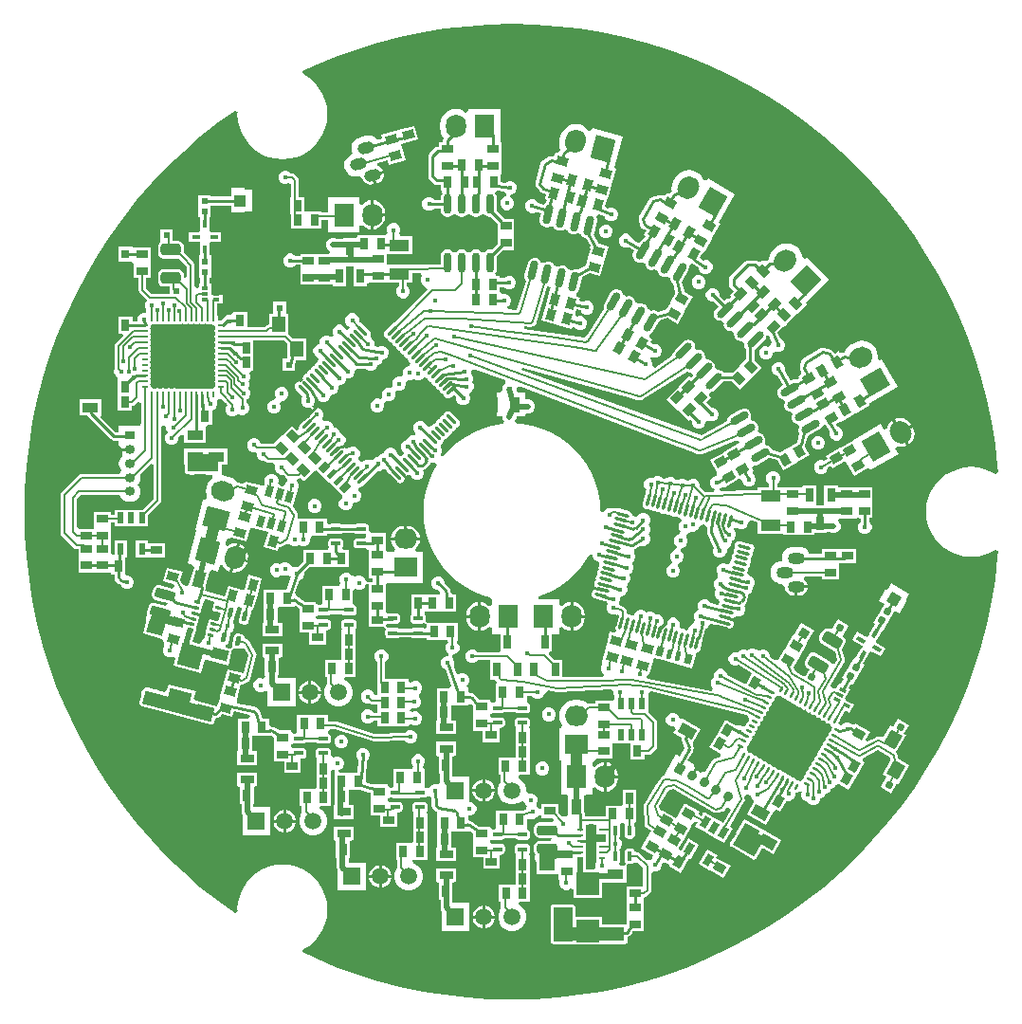
<source format=gtl>
G04*
G04 #@! TF.GenerationSoftware,Altium Limited,Altium Designer,21.1.1 (26)*
G04*
G04 Layer_Physical_Order=1*
G04 Layer_Color=255*
%FSLAX25Y25*%
%MOIN*%
G70*
G04*
G04 #@! TF.SameCoordinates,985859E8-4EFC-4F0D-9A30-7684DD2826E4*
G04*
G04*
G04 #@! TF.FilePolarity,Positive*
G04*
G01*
G75*
%ADD16C,0.01000*%
%ADD18C,0.00600*%
%ADD19C,0.00800*%
G04:AMPARAMS|DCode=27|XSize=9.45mil|YSize=23.62mil|CornerRadius=0mil|HoleSize=0mil|Usage=FLASHONLY|Rotation=330.000|XOffset=0mil|YOffset=0mil|HoleType=Round|Shape=Round|*
%AMOVALD27*
21,1,0.01417,0.00945,0.00000,0.00000,60.0*
1,1,0.00945,-0.00354,-0.00614*
1,1,0.00945,0.00354,0.00614*
%
%ADD27OVALD27*%

G04:AMPARAMS|DCode=28|XSize=9.45mil|YSize=23.62mil|CornerRadius=0mil|HoleSize=0mil|Usage=FLASHONLY|Rotation=240.000|XOffset=0mil|YOffset=0mil|HoleType=Round|Shape=Round|*
%AMOVALD28*
21,1,0.01417,0.00945,0.00000,0.00000,330.0*
1,1,0.00945,-0.00614,0.00354*
1,1,0.00945,0.00614,-0.00354*
%
%ADD28OVALD28*%

G04:AMPARAMS|DCode=29|XSize=29.53mil|YSize=39.37mil|CornerRadius=0mil|HoleSize=0mil|Usage=FLASHONLY|Rotation=150.000|XOffset=0mil|YOffset=0mil|HoleType=Round|Shape=Rectangle|*
%AMROTATEDRECTD29*
4,1,4,0.02263,0.00967,0.00294,-0.02443,-0.02263,-0.00967,-0.00294,0.02443,0.02263,0.00967,0.0*
%
%ADD29ROTATEDRECTD29*%

G04:AMPARAMS|DCode=30|XSize=37.4mil|YSize=57.09mil|CornerRadius=0mil|HoleSize=0mil|Usage=FLASHONLY|Rotation=240.000|XOffset=0mil|YOffset=0mil|HoleType=Round|Shape=Rectangle|*
%AMROTATEDRECTD30*
4,1,4,-0.01537,0.03047,0.03407,0.00192,0.01537,-0.03047,-0.03407,-0.00192,-0.01537,0.03047,0.0*
%
%ADD30ROTATEDRECTD30*%

G04:AMPARAMS|DCode=31|XSize=29.53mil|YSize=39.37mil|CornerRadius=0mil|HoleSize=0mil|Usage=FLASHONLY|Rotation=60.000|XOffset=0mil|YOffset=0mil|HoleType=Round|Shape=Rectangle|*
%AMROTATEDRECTD31*
4,1,4,0.00967,-0.02263,-0.02443,-0.00294,-0.00967,0.02263,0.02443,0.00294,0.00967,-0.02263,0.0*
%
%ADD31ROTATEDRECTD31*%

G04:AMPARAMS|DCode=32|XSize=23.62mil|YSize=39.37mil|CornerRadius=0mil|HoleSize=0mil|Usage=FLASHONLY|Rotation=150.000|XOffset=0mil|YOffset=0mil|HoleType=Round|Shape=Rectangle|*
%AMROTATEDRECTD32*
4,1,4,0.02007,0.01114,0.00039,-0.02295,-0.02007,-0.01114,-0.00039,0.02295,0.02007,0.01114,0.0*
%
%ADD32ROTATEDRECTD32*%

G04:AMPARAMS|DCode=33|XSize=11.81mil|YSize=49.21mil|CornerRadius=0mil|HoleSize=0mil|Usage=FLASHONLY|Rotation=345.000|XOffset=0mil|YOffset=0mil|HoleType=Round|Shape=Round|*
%AMOVALD33*
21,1,0.03740,0.01181,0.00000,0.00000,75.0*
1,1,0.01181,-0.00484,-0.01806*
1,1,0.01181,0.00484,0.01806*
%
%ADD33OVALD33*%

G04:AMPARAMS|DCode=34|XSize=11.81mil|YSize=49.21mil|CornerRadius=0mil|HoleSize=0mil|Usage=FLASHONLY|Rotation=255.000|XOffset=0mil|YOffset=0mil|HoleType=Round|Shape=Round|*
%AMOVALD34*
21,1,0.03740,0.01181,0.00000,0.00000,345.0*
1,1,0.01181,-0.01806,0.00484*
1,1,0.01181,0.01806,-0.00484*
%
%ADD34OVALD34*%

G04:AMPARAMS|DCode=35|XSize=33.47mil|YSize=23.62mil|CornerRadius=0mil|HoleSize=0mil|Usage=FLASHONLY|Rotation=255.000|XOffset=0mil|YOffset=0mil|HoleType=Round|Shape=Rectangle|*
%AMROTATEDRECTD35*
4,1,4,-0.00708,0.01922,0.01574,0.01311,0.00708,-0.01922,-0.01574,-0.01311,-0.00708,0.01922,0.0*
%
%ADD35ROTATEDRECTD35*%

G04:AMPARAMS|DCode=36|XSize=33.47mil|YSize=15.75mil|CornerRadius=0mil|HoleSize=0mil|Usage=FLASHONLY|Rotation=255.000|XOffset=0mil|YOffset=0mil|HoleType=Round|Shape=Rectangle|*
%AMROTATEDRECTD36*
4,1,4,-0.00328,0.01820,0.01194,0.01412,0.00328,-0.01820,-0.01194,-0.01412,-0.00328,0.01820,0.0*
%
%ADD36ROTATEDRECTD36*%

G04:AMPARAMS|DCode=37|XSize=29.53mil|YSize=39.37mil|CornerRadius=0mil|HoleSize=0mil|Usage=FLASHONLY|Rotation=255.000|XOffset=0mil|YOffset=0mil|HoleType=Round|Shape=Rectangle|*
%AMROTATEDRECTD37*
4,1,4,-0.01519,0.01936,0.02284,0.00917,0.01519,-0.01936,-0.02284,-0.00917,-0.01519,0.01936,0.0*
%
%ADD37ROTATEDRECTD37*%

%ADD38R,0.03937X0.02953*%
%ADD39R,0.07874X0.07874*%
%ADD40R,0.05709X0.03740*%
G04:AMPARAMS|DCode=41|XSize=15.75mil|YSize=33.47mil|CornerRadius=1.97mil|HoleSize=0mil|Usage=FLASHONLY|Rotation=0.000|XOffset=0mil|YOffset=0mil|HoleType=Round|Shape=RoundedRectangle|*
%AMROUNDEDRECTD41*
21,1,0.01575,0.02953,0,0,0.0*
21,1,0.01181,0.03347,0,0,0.0*
1,1,0.00394,0.00591,-0.01476*
1,1,0.00394,-0.00591,-0.01476*
1,1,0.00394,-0.00591,0.01476*
1,1,0.00394,0.00591,0.01476*
%
%ADD41ROUNDEDRECTD41*%
G04:AMPARAMS|DCode=42|XSize=15.75mil|YSize=33.47mil|CornerRadius=1.97mil|HoleSize=0mil|Usage=FLASHONLY|Rotation=270.000|XOffset=0mil|YOffset=0mil|HoleType=Round|Shape=RoundedRectangle|*
%AMROUNDEDRECTD42*
21,1,0.01575,0.02953,0,0,270.0*
21,1,0.01181,0.03347,0,0,270.0*
1,1,0.00394,-0.01476,-0.00591*
1,1,0.00394,-0.01476,0.00591*
1,1,0.00394,0.01476,0.00591*
1,1,0.00394,0.01476,-0.00591*
%
%ADD42ROUNDEDRECTD42*%
G04:AMPARAMS|DCode=43|XSize=33.47mil|YSize=23.62mil|CornerRadius=0mil|HoleSize=0mil|Usage=FLASHONLY|Rotation=225.000|XOffset=0mil|YOffset=0mil|HoleType=Round|Shape=Rectangle|*
%AMROTATEDRECTD43*
4,1,4,0.00348,0.02018,0.02018,0.00348,-0.00348,-0.02018,-0.02018,-0.00348,0.00348,0.02018,0.0*
%
%ADD43ROTATEDRECTD43*%

G04:AMPARAMS|DCode=44|XSize=33.47mil|YSize=15.75mil|CornerRadius=0mil|HoleSize=0mil|Usage=FLASHONLY|Rotation=225.000|XOffset=0mil|YOffset=0mil|HoleType=Round|Shape=Rectangle|*
%AMROTATEDRECTD44*
4,1,4,0.00626,0.01740,0.01740,0.00626,-0.00626,-0.01740,-0.01740,-0.00626,0.00626,0.01740,0.0*
%
%ADD44ROTATEDRECTD44*%

G04:AMPARAMS|DCode=45|XSize=29.53mil|YSize=39.37mil|CornerRadius=0mil|HoleSize=0mil|Usage=FLASHONLY|Rotation=225.000|XOffset=0mil|YOffset=0mil|HoleType=Round|Shape=Rectangle|*
%AMROTATEDRECTD45*
4,1,4,-0.00348,0.02436,0.02436,-0.00348,0.00348,-0.02436,-0.02436,0.00348,-0.00348,0.02436,0.0*
%
%ADD45ROTATEDRECTD45*%

G04:AMPARAMS|DCode=46|XSize=23.62mil|YSize=39.37mil|CornerRadius=0mil|HoleSize=0mil|Usage=FLASHONLY|Rotation=345.000|XOffset=0mil|YOffset=0mil|HoleType=Round|Shape=Rectangle|*
%AMROTATEDRECTD46*
4,1,4,-0.01650,-0.01596,-0.00631,0.02207,0.01650,0.01596,0.00631,-0.02207,-0.01650,-0.01596,0.0*
%
%ADD46ROTATEDRECTD46*%

G04:AMPARAMS|DCode=47|XSize=29.53mil|YSize=39.37mil|CornerRadius=0mil|HoleSize=0mil|Usage=FLASHONLY|Rotation=165.000|XOffset=0mil|YOffset=0mil|HoleType=Round|Shape=Rectangle|*
%AMROTATEDRECTD47*
4,1,4,0.01936,0.01519,0.00917,-0.02284,-0.01936,-0.01519,-0.00917,0.02284,0.01936,0.01519,0.0*
%
%ADD47ROTATEDRECTD47*%

G04:AMPARAMS|DCode=48|XSize=15.75mil|YSize=33.47mil|CornerRadius=1.97mil|HoleSize=0mil|Usage=FLASHONLY|Rotation=345.000|XOffset=0mil|YOffset=0mil|HoleType=Round|Shape=RoundedRectangle|*
%AMROUNDEDRECTD48*
21,1,0.01575,0.02953,0,0,345.0*
21,1,0.01181,0.03347,0,0,345.0*
1,1,0.00394,0.00188,-0.01579*
1,1,0.00394,-0.00953,-0.01273*
1,1,0.00394,-0.00188,0.01579*
1,1,0.00394,0.00953,0.01273*
%
%ADD48ROUNDEDRECTD48*%
G04:AMPARAMS|DCode=49|XSize=37.4mil|YSize=57.09mil|CornerRadius=0mil|HoleSize=0mil|Usage=FLASHONLY|Rotation=255.000|XOffset=0mil|YOffset=0mil|HoleType=Round|Shape=Rectangle|*
%AMROTATEDRECTD49*
4,1,4,-0.02273,0.02545,0.03241,0.01068,0.02273,-0.02545,-0.03241,-0.01068,-0.02273,0.02545,0.0*
%
%ADD49ROTATEDRECTD49*%

%ADD50P,0.11136X4X390.0*%
G04:AMPARAMS|DCode=51|XSize=37.4mil|YSize=57.09mil|CornerRadius=0mil|HoleSize=0mil|Usage=FLASHONLY|Rotation=165.000|XOffset=0mil|YOffset=0mil|HoleType=Round|Shape=Rectangle|*
%AMROTATEDRECTD51*
4,1,4,0.02545,0.02273,0.01068,-0.03241,-0.02545,-0.02273,-0.01068,0.03241,0.02545,0.02273,0.0*
%
%ADD51ROTATEDRECTD51*%

G04:AMPARAMS|DCode=52|XSize=70.87mil|YSize=33.47mil|CornerRadius=8.37mil|HoleSize=0mil|Usage=FLASHONLY|Rotation=345.000|XOffset=0mil|YOffset=0mil|HoleType=Round|Shape=RoundedRectangle|*
%AMROUNDEDRECTD52*
21,1,0.07087,0.01673,0,0,345.0*
21,1,0.05413,0.03347,0,0,345.0*
1,1,0.01673,0.02398,-0.01509*
1,1,0.01673,-0.02831,-0.00108*
1,1,0.01673,-0.02398,0.01509*
1,1,0.01673,0.02831,0.00108*
%
%ADD52ROUNDEDRECTD52*%
%ADD53R,0.03150X0.03150*%
%ADD54R,0.02362X0.02362*%
G04:AMPARAMS|DCode=55|XSize=29.53mil|YSize=39.37mil|CornerRadius=0mil|HoleSize=0mil|Usage=FLASHONLY|Rotation=105.000|XOffset=0mil|YOffset=0mil|HoleType=Round|Shape=Rectangle|*
%AMROTATEDRECTD55*
4,1,4,0.02284,-0.00917,-0.01519,-0.01936,-0.02284,0.00917,0.01519,0.01936,0.02284,-0.00917,0.0*
%
%ADD55ROTATEDRECTD55*%

G04:AMPARAMS|DCode=56|XSize=27.56mil|YSize=70.87mil|CornerRadius=0mil|HoleSize=0mil|Usage=FLASHONLY|Rotation=345.000|XOffset=0mil|YOffset=0mil|HoleType=Round|Shape=Round|*
%AMOVALD56*
21,1,0.04331,0.02756,0.00000,0.00000,75.0*
1,1,0.02756,-0.00560,-0.02092*
1,1,0.02756,0.00560,0.02092*
%
%ADD56OVALD56*%

G04:AMPARAMS|DCode=57|XSize=27.56mil|YSize=70.87mil|CornerRadius=0mil|HoleSize=0mil|Usage=FLASHONLY|Rotation=330.000|XOffset=0mil|YOffset=0mil|HoleType=Round|Shape=Round|*
%AMOVALD57*
21,1,0.04331,0.02756,0.00000,0.00000,60.0*
1,1,0.02756,-0.01083,-0.01875*
1,1,0.02756,0.01083,0.01875*
%
%ADD57OVALD57*%

G04:AMPARAMS|DCode=58|XSize=29.53mil|YSize=39.37mil|CornerRadius=0mil|HoleSize=0mil|Usage=FLASHONLY|Rotation=315.000|XOffset=0mil|YOffset=0mil|HoleType=Round|Shape=Rectangle|*
%AMROTATEDRECTD58*
4,1,4,-0.02436,-0.00348,0.00348,0.02436,0.02436,0.00348,-0.00348,-0.02436,-0.02436,-0.00348,0.0*
%
%ADD58ROTATEDRECTD58*%

G04:AMPARAMS|DCode=59|XSize=27.56mil|YSize=70.87mil|CornerRadius=0mil|HoleSize=0mil|Usage=FLASHONLY|Rotation=315.000|XOffset=0mil|YOffset=0mil|HoleType=Round|Shape=Round|*
%AMOVALD59*
21,1,0.04331,0.02756,0.00000,0.00000,45.0*
1,1,0.02756,-0.01531,-0.01531*
1,1,0.02756,0.01531,0.01531*
%
%ADD59OVALD59*%

G04:AMPARAMS|DCode=60|XSize=29.53mil|YSize=39.37mil|CornerRadius=0mil|HoleSize=0mil|Usage=FLASHONLY|Rotation=300.000|XOffset=0mil|YOffset=0mil|HoleType=Round|Shape=Rectangle|*
%AMROTATEDRECTD60*
4,1,4,-0.02443,0.00294,0.00967,0.02263,0.02443,-0.00294,-0.00967,-0.02263,-0.02443,0.00294,0.0*
%
%ADD60ROTATEDRECTD60*%

G04:AMPARAMS|DCode=61|XSize=29.53mil|YSize=39.37mil|CornerRadius=0mil|HoleSize=0mil|Usage=FLASHONLY|Rotation=210.000|XOffset=0mil|YOffset=0mil|HoleType=Round|Shape=Rectangle|*
%AMROTATEDRECTD61*
4,1,4,0.00294,0.02443,0.02263,-0.00967,-0.00294,-0.02443,-0.02263,0.00967,0.00294,0.02443,0.0*
%
%ADD61ROTATEDRECTD61*%

G04:AMPARAMS|DCode=62|XSize=27.56mil|YSize=70.87mil|CornerRadius=0mil|HoleSize=0mil|Usage=FLASHONLY|Rotation=300.000|XOffset=0mil|YOffset=0mil|HoleType=Round|Shape=Round|*
%AMOVALD62*
21,1,0.04331,0.02756,0.00000,0.00000,30.0*
1,1,0.02756,-0.01875,-0.01083*
1,1,0.02756,0.01875,0.01083*
%
%ADD62OVALD62*%

%ADD63P,0.04454X4X195.0*%
%ADD64P,0.03341X4X105.0*%
G04:AMPARAMS|DCode=65|XSize=70.87mil|YSize=39.37mil|CornerRadius=9.84mil|HoleSize=0mil|Usage=FLASHONLY|Rotation=330.000|XOffset=0mil|YOffset=0mil|HoleType=Round|Shape=RoundedRectangle|*
%AMROUNDEDRECTD65*
21,1,0.07087,0.01968,0,0,330.0*
21,1,0.05118,0.03937,0,0,330.0*
1,1,0.01968,0.01724,-0.02132*
1,1,0.01968,-0.02708,0.00427*
1,1,0.01968,-0.01724,0.02132*
1,1,0.01968,0.02708,-0.00427*
%
%ADD65ROUNDEDRECTD65*%
%ADD66P,0.05568X4X375.0*%
G04:AMPARAMS|DCode=67|XSize=41.34mil|YSize=86.61mil|CornerRadius=0mil|HoleSize=0mil|Usage=FLASHONLY|Rotation=330.000|XOffset=0mil|YOffset=0mil|HoleType=Round|Shape=Rectangle|*
%AMROTATEDRECTD67*
4,1,4,-0.03955,-0.02717,0.00375,0.04784,0.03955,0.02717,-0.00375,-0.04784,-0.03955,-0.02717,0.0*
%
%ADD67ROTATEDRECTD67*%

%ADD68P,0.03341X4X195.0*%
G04:AMPARAMS|DCode=69|XSize=31.5mil|YSize=13.78mil|CornerRadius=0mil|HoleSize=0mil|Usage=FLASHONLY|Rotation=330.000|XOffset=0mil|YOffset=0mil|HoleType=Round|Shape=Rectangle|*
%AMROTATEDRECTD69*
4,1,4,-0.01708,0.00191,-0.01019,0.01384,0.01708,-0.00191,0.01019,-0.01384,-0.01708,0.00191,0.0*
%
%ADD69ROTATEDRECTD69*%

G04:AMPARAMS|DCode=70|XSize=31.5mil|YSize=13.78mil|CornerRadius=0mil|HoleSize=0mil|Usage=FLASHONLY|Rotation=60.000|XOffset=0mil|YOffset=0mil|HoleType=Round|Shape=Rectangle|*
%AMROTATEDRECTD70*
4,1,4,-0.00191,-0.01708,-0.01384,-0.01019,0.00191,0.01708,0.01384,0.01019,-0.00191,-0.01708,0.0*
%
%ADD70ROTATEDRECTD70*%

G04:AMPARAMS|DCode=71|XSize=23.62mil|YSize=11.81mil|CornerRadius=0mil|HoleSize=0mil|Usage=FLASHONLY|Rotation=330.000|XOffset=0mil|YOffset=0mil|HoleType=Round|Shape=Rectangle|*
%AMROTATEDRECTD71*
4,1,4,-0.01318,0.00079,-0.00728,0.01102,0.01318,-0.00079,0.00728,-0.01102,-0.01318,0.00079,0.0*
%
%ADD71ROTATEDRECTD71*%

G04:AMPARAMS|DCode=72|XSize=55.12mil|YSize=45.28mil|CornerRadius=0mil|HoleSize=0mil|Usage=FLASHONLY|Rotation=240.000|XOffset=0mil|YOffset=0mil|HoleType=Round|Shape=Rectangle|*
%AMROTATEDRECTD72*
4,1,4,-0.00583,0.03519,0.03339,0.01255,0.00583,-0.03519,-0.03339,-0.01255,-0.00583,0.03519,0.0*
%
%ADD72ROTATEDRECTD72*%

%ADD73R,0.02953X0.03937*%
G04:AMPARAMS|DCode=74|XSize=70.87mil|YSize=39.37mil|CornerRadius=9.84mil|HoleSize=0mil|Usage=FLASHONLY|Rotation=0.000|XOffset=0mil|YOffset=0mil|HoleType=Round|Shape=RoundedRectangle|*
%AMROUNDEDRECTD74*
21,1,0.07087,0.01968,0,0,0.0*
21,1,0.05118,0.03937,0,0,0.0*
1,1,0.01968,0.02559,-0.00984*
1,1,0.01968,-0.02559,-0.00984*
1,1,0.01968,-0.02559,0.00984*
1,1,0.01968,0.02559,0.00984*
%
%ADD74ROUNDEDRECTD74*%
%ADD75R,0.04528X0.05512*%
%ADD76R,0.02362X0.03937*%
%ADD77R,0.03150X0.01378*%
%ADD78R,0.01378X0.03150*%
%ADD79R,0.02362X0.01181*%
%ADD80O,0.00945X0.02362*%
%ADD81O,0.02362X0.00945*%
%ADD82R,0.08661X0.04134*%
%ADD83R,0.03937X0.03937*%
%ADD84R,0.02362X0.02362*%
%ADD85R,0.03740X0.05709*%
%ADD86R,0.02756X0.04921*%
G04:AMPARAMS|DCode=87|XSize=11.81mil|YSize=49.21mil|CornerRadius=0mil|HoleSize=0mil|Usage=FLASHONLY|Rotation=315.000|XOffset=0mil|YOffset=0mil|HoleType=Round|Shape=Round|*
%AMOVALD87*
21,1,0.03740,0.01181,0.00000,0.00000,45.0*
1,1,0.01181,-0.01322,-0.01322*
1,1,0.01181,0.01322,0.01322*
%
%ADD87OVALD87*%

G04:AMPARAMS|DCode=88|XSize=11.81mil|YSize=49.21mil|CornerRadius=0mil|HoleSize=0mil|Usage=FLASHONLY|Rotation=225.000|XOffset=0mil|YOffset=0mil|HoleType=Round|Shape=Round|*
%AMOVALD88*
21,1,0.03740,0.01181,0.00000,0.00000,315.0*
1,1,0.01181,-0.01322,0.01322*
1,1,0.01181,0.01322,-0.01322*
%
%ADD88OVALD88*%

%ADD89O,0.02756X0.07087*%
%ADD90R,0.04921X0.02756*%
G04:AMPARAMS|DCode=91|XSize=70.87mil|YSize=33.47mil|CornerRadius=8.37mil|HoleSize=0mil|Usage=FLASHONLY|Rotation=0.000|XOffset=0mil|YOffset=0mil|HoleType=Round|Shape=RoundedRectangle|*
%AMROUNDEDRECTD91*
21,1,0.07087,0.01673,0,0,0.0*
21,1,0.05413,0.03347,0,0,0.0*
1,1,0.01673,0.02707,-0.00837*
1,1,0.01673,-0.02707,-0.00837*
1,1,0.01673,-0.02707,0.00837*
1,1,0.01673,0.02707,0.00837*
%
%ADD91ROUNDEDRECTD91*%
%ADD92R,0.07087X0.04134*%
%ADD189C,0.02000*%
%ADD190C,0.00600*%
%ADD191C,0.00800*%
%ADD192P,0.28674X4X285.0*%
G04:AMPARAMS|DCode=193|XSize=11.02mil|YSize=19.68mil|CornerRadius=0mil|HoleSize=0mil|Usage=FLASHONLY|Rotation=75.000|XOffset=0mil|YOffset=0mil|HoleType=Round|Shape=Rectangle|*
%AMROTATEDRECTD193*
4,1,4,0.00808,-0.00787,-0.01093,-0.00278,-0.00808,0.00787,0.01093,0.00278,0.00808,-0.00787,0.0*
%
%ADD193ROTATEDRECTD193*%

G04:AMPARAMS|DCode=194|XSize=35.43mil|YSize=78.74mil|CornerRadius=0mil|HoleSize=0mil|Usage=FLASHONLY|Rotation=345.000|XOffset=0mil|YOffset=0mil|HoleType=Round|Shape=Rectangle|*
%AMROTATEDRECTD194*
4,1,4,-0.02730,-0.03344,-0.00692,0.04261,0.02730,0.03344,0.00692,-0.04261,-0.02730,-0.03344,0.0*
%
%ADD194ROTATEDRECTD194*%

%ADD195R,0.20276X0.20276*%
%ADD196R,0.03543X0.07874*%
%ADD197R,0.01968X0.01102*%
%ADD198C,0.04000*%
%ADD199C,0.01152*%
%ADD200C,0.05000*%
%ADD201R,0.06800X0.11900*%
%ADD202R,0.11100X0.06000*%
G04:AMPARAMS|DCode=203|XSize=77.73mil|YSize=85mil|CornerRadius=0mil|HoleSize=0mil|Usage=FLASHONLY|Rotation=60.000|XOffset=0mil|YOffset=0mil|HoleType=Round|Shape=Rectangle|*
%AMROTATEDRECTD203*
4,1,4,0.01737,-0.05491,-0.05624,-0.01241,-0.01737,0.05491,0.05624,0.01241,0.01737,-0.05491,0.0*
%
%ADD203ROTATEDRECTD203*%

%ADD204R,0.06000X0.02000*%
G04:AMPARAMS|DCode=205|XSize=20mil|YSize=60mil|CornerRadius=0mil|HoleSize=0mil|Usage=FLASHONLY|Rotation=255.000|XOffset=0mil|YOffset=0mil|HoleType=Round|Shape=Rectangle|*
%AMROTATEDRECTD205*
4,1,4,-0.02639,0.01742,0.03157,0.00190,0.02639,-0.01742,-0.03157,-0.00190,-0.02639,0.01742,0.0*
%
%ADD205ROTATEDRECTD205*%

G04:AMPARAMS|DCode=206|XSize=20mil|YSize=60mil|CornerRadius=0mil|HoleSize=0mil|Usage=FLASHONLY|Rotation=345.000|XOffset=0mil|YOffset=0mil|HoleType=Round|Shape=Rectangle|*
%AMROTATEDRECTD206*
4,1,4,-0.01742,-0.02639,-0.00190,0.03157,0.01742,0.02639,0.00190,-0.03157,-0.01742,-0.02639,0.0*
%
%ADD206ROTATEDRECTD206*%

G04:AMPARAMS|DCode=207|XSize=56mil|YSize=64.05mil|CornerRadius=0mil|HoleSize=0mil|Usage=FLASHONLY|Rotation=345.000|XOffset=0mil|YOffset=0mil|HoleType=Round|Shape=Rectangle|*
%AMROTATEDRECTD207*
4,1,4,-0.03533,-0.02368,-0.01876,0.03818,0.03533,0.02368,0.01876,-0.03818,-0.03533,-0.02368,0.0*
%
%ADD207ROTATEDRECTD207*%

G04:AMPARAMS|DCode=208|XSize=74.59mil|YSize=30mil|CornerRadius=0mil|HoleSize=0mil|Usage=FLASHONLY|Rotation=345.000|XOffset=0mil|YOffset=0mil|HoleType=Round|Shape=Rectangle|*
%AMROTATEDRECTD208*
4,1,4,-0.03991,-0.00484,-0.03214,0.02414,0.03991,0.00484,0.03214,-0.02414,-0.03991,-0.00484,0.0*
%
%ADD208ROTATEDRECTD208*%

G04:AMPARAMS|DCode=209|XSize=250mil|YSize=47mil|CornerRadius=0mil|HoleSize=0mil|Usage=FLASHONLY|Rotation=345.000|XOffset=0mil|YOffset=0mil|HoleType=Round|Shape=Rectangle|*
%AMROTATEDRECTD209*
4,1,4,-0.12682,0.00965,-0.11466,0.05505,0.12682,-0.00965,0.11466,-0.05505,-0.12682,0.00965,0.0*
%
%ADD209ROTATEDRECTD209*%

%ADD210R,0.25000X0.04700*%
%ADD211R,0.07459X0.03000*%
%ADD212R,0.05600X0.06405*%
%ADD213R,0.02000X0.06000*%
%ADD214R,0.08268X0.07087*%
%ADD215O,0.08268X0.07087*%
G04:AMPARAMS|DCode=216|XSize=70.87mil|YSize=82.68mil|CornerRadius=0mil|HoleSize=0mil|Usage=FLASHONLY|Rotation=75.000|XOffset=0mil|YOffset=0mil|HoleType=Round|Shape=Round|*
%AMOVALD216*
21,1,0.01181,0.07087,0.00000,0.00000,165.0*
1,1,0.07087,0.00570,-0.00153*
1,1,0.07087,-0.00570,0.00153*
%
%ADD216OVALD216*%

G04:AMPARAMS|DCode=217|XSize=70.87mil|YSize=82.68mil|CornerRadius=0mil|HoleSize=0mil|Usage=FLASHONLY|Rotation=75.000|XOffset=0mil|YOffset=0mil|HoleType=Round|Shape=Rectangle|*
%AMROTATEDRECTD217*
4,1,4,0.03076,-0.04493,-0.04910,-0.02353,-0.03076,0.04493,0.04910,0.02353,0.03076,-0.04493,0.0*
%
%ADD217ROTATEDRECTD217*%

G04:AMPARAMS|DCode=218|XSize=70.87mil|YSize=82.68mil|CornerRadius=0mil|HoleSize=0mil|Usage=FLASHONLY|Rotation=345.000|XOffset=0mil|YOffset=0mil|HoleType=Round|Shape=Rectangle|*
%AMROTATEDRECTD218*
4,1,4,-0.04493,-0.03076,-0.02353,0.04910,0.04493,0.03076,0.02353,-0.04910,-0.04493,-0.03076,0.0*
%
%ADD218ROTATEDRECTD218*%

G04:AMPARAMS|DCode=219|XSize=70.87mil|YSize=82.68mil|CornerRadius=0mil|HoleSize=0mil|Usage=FLASHONLY|Rotation=345.000|XOffset=0mil|YOffset=0mil|HoleType=Round|Shape=Round|*
%AMOVALD219*
21,1,0.01181,0.07087,0.00000,0.00000,75.0*
1,1,0.07087,-0.00153,-0.00570*
1,1,0.07087,0.00153,0.00570*
%
%ADD219OVALD219*%

G04:AMPARAMS|DCode=220|XSize=70.87mil|YSize=82.68mil|CornerRadius=0mil|HoleSize=0mil|Usage=FLASHONLY|Rotation=150.000|XOffset=0mil|YOffset=0mil|HoleType=Round|Shape=Rectangle|*
%AMROTATEDRECTD220*
4,1,4,0.05135,0.01808,0.01002,-0.05352,-0.05135,-0.01808,-0.01002,0.05352,0.05135,0.01808,0.0*
%
%ADD220ROTATEDRECTD220*%

G04:AMPARAMS|DCode=221|XSize=70.87mil|YSize=82.68mil|CornerRadius=0mil|HoleSize=0mil|Usage=FLASHONLY|Rotation=150.000|XOffset=0mil|YOffset=0mil|HoleType=Round|Shape=Round|*
%AMOVALD221*
21,1,0.01181,0.07087,0.00000,0.00000,240.0*
1,1,0.07087,0.00295,0.00511*
1,1,0.07087,-0.00295,-0.00511*
%
%ADD221OVALD221*%

G04:AMPARAMS|DCode=222|XSize=70.87mil|YSize=82.68mil|CornerRadius=0mil|HoleSize=0mil|Usage=FLASHONLY|Rotation=135.000|XOffset=0mil|YOffset=0mil|HoleType=Round|Shape=Rectangle|*
%AMROTATEDRECTD222*
4,1,4,0.05429,0.00418,-0.00418,-0.05429,-0.05429,-0.00418,0.00418,0.05429,0.05429,0.00418,0.0*
%
%ADD222ROTATEDRECTD222*%

G04:AMPARAMS|DCode=223|XSize=70.87mil|YSize=82.68mil|CornerRadius=0mil|HoleSize=0mil|Usage=FLASHONLY|Rotation=135.000|XOffset=0mil|YOffset=0mil|HoleType=Round|Shape=Round|*
%AMOVALD223*
21,1,0.01181,0.07087,0.00000,0.00000,225.0*
1,1,0.07087,0.00418,0.00418*
1,1,0.07087,-0.00418,-0.00418*
%
%ADD223OVALD223*%

G04:AMPARAMS|DCode=224|XSize=70.87mil|YSize=82.68mil|CornerRadius=0mil|HoleSize=0mil|Usage=FLASHONLY|Rotation=120.000|XOffset=0mil|YOffset=0mil|HoleType=Round|Shape=Rectangle|*
%AMROTATEDRECTD224*
4,1,4,0.05352,-0.01002,-0.01808,-0.05135,-0.05352,0.01002,0.01808,0.05135,0.05352,-0.01002,0.0*
%
%ADD224ROTATEDRECTD224*%

G04:AMPARAMS|DCode=225|XSize=70.87mil|YSize=82.68mil|CornerRadius=0mil|HoleSize=0mil|Usage=FLASHONLY|Rotation=120.000|XOffset=0mil|YOffset=0mil|HoleType=Round|Shape=Round|*
%AMOVALD225*
21,1,0.01181,0.07087,0.00000,0.00000,210.0*
1,1,0.07087,0.00511,0.00295*
1,1,0.07087,-0.00511,-0.00295*
%
%ADD225OVALD225*%

G04:AMPARAMS|DCode=226|XSize=70.87mil|YSize=82.68mil|CornerRadius=0mil|HoleSize=0mil|Usage=FLASHONLY|Rotation=30.000|XOffset=0mil|YOffset=0mil|HoleType=Round|Shape=Round|*
%AMOVALD226*
21,1,0.01181,0.07087,0.00000,0.00000,120.0*
1,1,0.07087,0.00295,-0.00511*
1,1,0.07087,-0.00295,0.00511*
%
%ADD226OVALD226*%

G04:AMPARAMS|DCode=227|XSize=70.87mil|YSize=82.68mil|CornerRadius=0mil|HoleSize=0mil|Usage=FLASHONLY|Rotation=30.000|XOffset=0mil|YOffset=0mil|HoleType=Round|Shape=Rectangle|*
%AMROTATEDRECTD227*
4,1,4,-0.01002,-0.05352,-0.05135,0.01808,0.01002,0.05352,0.05135,-0.01808,-0.01002,-0.05352,0.0*
%
%ADD227ROTATEDRECTD227*%

%ADD228O,0.07087X0.08268*%
%ADD229R,0.07087X0.08268*%
%ADD230O,0.03543X0.03150*%
%ADD231R,0.03543X0.03150*%
G04:AMPARAMS|DCode=232|XSize=35.43mil|YSize=31.5mil|CornerRadius=0mil|HoleSize=0mil|Usage=FLASHONLY|Rotation=240.000|XOffset=0mil|YOffset=0mil|HoleType=Round|Shape=Round|*
%AMOVALD232*
21,1,0.00394,0.03150,0.00000,0.00000,240.0*
1,1,0.03150,0.00098,0.00171*
1,1,0.03150,-0.00098,-0.00171*
%
%ADD232OVALD232*%

G04:AMPARAMS|DCode=233|XSize=35.43mil|YSize=31.5mil|CornerRadius=0mil|HoleSize=0mil|Usage=FLASHONLY|Rotation=240.000|XOffset=0mil|YOffset=0mil|HoleType=Round|Shape=Rectangle|*
%AMROTATEDRECTD233*
4,1,4,-0.00478,0.02322,0.02250,0.00747,0.00478,-0.02322,-0.02250,-0.00747,-0.00478,0.02322,0.0*
%
%ADD233ROTATEDRECTD233*%

%ADD234C,0.05906*%
%ADD235R,0.05906X0.05906*%
G04:AMPARAMS|DCode=236|XSize=40mil|YSize=60mil|CornerRadius=0mil|HoleSize=0mil|Usage=FLASHONLY|Rotation=105.000|XOffset=0mil|YOffset=0mil|HoleType=Round|Shape=Round|*
%AMOVALD236*
21,1,0.02000,0.04000,0.00000,0.00000,195.0*
1,1,0.04000,0.00966,0.00259*
1,1,0.04000,-0.00966,-0.00259*
%
%ADD236OVALD236*%

%ADD237O,0.06000X0.04000*%
%ADD238C,0.01772*%
%ADD239C,0.01968*%
G36*
X7919Y171291D02*
X15822Y170743D01*
X23690Y169830D01*
X31508Y168554D01*
X39259Y166919D01*
X46926Y164928D01*
X54493Y162585D01*
X61944Y159895D01*
X69262Y156863D01*
X76433Y153497D01*
X83440Y149804D01*
X90270Y145790D01*
X96906Y141466D01*
X103336Y136839D01*
X109546Y131921D01*
X115521Y126721D01*
X121250Y121250D01*
X126721Y115521D01*
X131921Y109546D01*
X136839Y103336D01*
X141466Y96906D01*
X145790Y90270D01*
X149804Y83440D01*
X153497Y76433D01*
X156863Y69262D01*
X159895Y61944D01*
X162585Y54493D01*
X164928Y46926D01*
X166919Y39259D01*
X168554Y31508D01*
X169830Y23690D01*
X170743Y15822D01*
X170877Y13882D01*
X169915Y13299D01*
X168603Y14103D01*
X166308Y15054D01*
X163893Y15633D01*
X161417Y15828D01*
X158941Y15633D01*
X156526Y15054D01*
X154231Y14103D01*
X152114Y12805D01*
X150225Y11192D01*
X148612Y9304D01*
X147314Y7186D01*
X146364Y4891D01*
X145784Y2476D01*
X145589Y0D01*
X145784Y-2476D01*
X146364Y-4891D01*
X147314Y-7186D01*
X148612Y-9304D01*
X150225Y-11192D01*
X152114Y-12805D01*
X154231Y-14103D01*
X156526Y-15054D01*
X158941Y-15633D01*
X161417Y-15828D01*
X163893Y-15633D01*
X166308Y-15054D01*
X168603Y-14103D01*
X169915Y-13299D01*
X170877Y-13882D01*
X170743Y-15822D01*
X169830Y-23690D01*
X168554Y-31508D01*
X166919Y-39259D01*
X164928Y-46926D01*
X162585Y-54493D01*
X159895Y-61944D01*
X156863Y-69262D01*
X153497Y-76433D01*
X149804Y-83440D01*
X145790Y-90270D01*
X141466Y-96906D01*
X136839Y-103336D01*
X131921Y-109546D01*
X126721Y-115521D01*
X121250Y-121250D01*
X115521Y-126721D01*
X109546Y-131921D01*
X103336Y-136839D01*
X96906Y-141466D01*
X90270Y-145790D01*
X83440Y-149804D01*
X76433Y-153497D01*
X69262Y-156863D01*
X61944Y-159895D01*
X54493Y-162585D01*
X46926Y-164928D01*
X39259Y-166919D01*
X31508Y-168554D01*
X23690Y-169830D01*
X15822Y-170743D01*
X7919Y-171291D01*
X0Y-171474D01*
X-7919Y-171291D01*
X-15822Y-170743D01*
X-23690Y-169830D01*
X-31508Y-168554D01*
X-39259Y-166919D01*
X-46926Y-164928D01*
X-54493Y-162585D01*
X-61944Y-159895D01*
X-69262Y-156863D01*
X-73545Y-154853D01*
X-73540Y-154632D01*
X-73397Y-153817D01*
X-71405Y-152597D01*
X-69516Y-150984D01*
X-67903Y-149095D01*
X-66606Y-146977D01*
X-65655Y-144683D01*
X-65075Y-142267D01*
X-64880Y-139791D01*
X-65075Y-137315D01*
X-65655Y-134900D01*
X-66606Y-132605D01*
X-67903Y-130488D01*
X-69516Y-128599D01*
X-71405Y-126986D01*
X-73523Y-125688D01*
X-75817Y-124738D01*
X-78233Y-124158D01*
X-80709Y-123963D01*
X-83185Y-124158D01*
X-85600Y-124738D01*
X-87895Y-125688D01*
X-90012Y-126986D01*
X-91901Y-128599D01*
X-93514Y-130488D01*
X-94812Y-132605D01*
X-95762Y-134900D01*
X-96342Y-137315D01*
X-96537Y-139791D01*
X-96478Y-140542D01*
X-97438Y-141083D01*
X-103336Y-136839D01*
X-109546Y-131921D01*
X-115521Y-126721D01*
X-121250Y-121250D01*
X-126721Y-115521D01*
X-131921Y-109546D01*
X-136839Y-103336D01*
X-141466Y-96906D01*
X-145790Y-90270D01*
X-149804Y-83440D01*
X-153497Y-76433D01*
X-156863Y-69262D01*
X-159895Y-61944D01*
X-162585Y-54493D01*
X-164928Y-46926D01*
X-166919Y-39259D01*
X-168554Y-31508D01*
X-169830Y-23690D01*
X-170743Y-15822D01*
X-171291Y-7919D01*
X-171474Y0D01*
X-171291Y7919D01*
X-170743Y15822D01*
X-169830Y23690D01*
X-168554Y31508D01*
X-166919Y39259D01*
X-164928Y46926D01*
X-162585Y54493D01*
X-159895Y61944D01*
X-156863Y69262D01*
X-153497Y76433D01*
X-149804Y83440D01*
X-145790Y90270D01*
X-141466Y96906D01*
X-136839Y103336D01*
X-131921Y109546D01*
X-126721Y115521D01*
X-121250Y121250D01*
X-115521Y126721D01*
X-109546Y131921D01*
X-103336Y136839D01*
X-97438Y141083D01*
X-96478Y140542D01*
X-96537Y139791D01*
X-96342Y137315D01*
X-95762Y134900D01*
X-94812Y132605D01*
X-93514Y130488D01*
X-91901Y128599D01*
X-90012Y126986D01*
X-87895Y125688D01*
X-85600Y124738D01*
X-83185Y124158D01*
X-80709Y123963D01*
X-78233Y124158D01*
X-75817Y124738D01*
X-73523Y125688D01*
X-71405Y126986D01*
X-69516Y128599D01*
X-67903Y130488D01*
X-66606Y132605D01*
X-65655Y134900D01*
X-65075Y137315D01*
X-64880Y139791D01*
X-65075Y142267D01*
X-65655Y144683D01*
X-66606Y146977D01*
X-67903Y149095D01*
X-69516Y150984D01*
X-71405Y152597D01*
X-73397Y153817D01*
X-73540Y154632D01*
X-73545Y154853D01*
X-69262Y156863D01*
X-61944Y159895D01*
X-54493Y162585D01*
X-46926Y164928D01*
X-39259Y166919D01*
X-31508Y168554D01*
X-23690Y169830D01*
X-15822Y170743D01*
X-7919Y171291D01*
X0Y171474D01*
X7919Y171291D01*
D02*
G37*
%LPC*%
G36*
X-34301Y135672D02*
X-40036Y134135D01*
X-40036Y134135D01*
X-41002Y133877D01*
X-46025Y132531D01*
X-45662Y131179D01*
X-47339Y130729D01*
X-47660Y131148D01*
X-48496Y131790D01*
X-49469Y132193D01*
X-50513Y132330D01*
X-51557Y132193D01*
X-53489Y131675D01*
X-54462Y131272D01*
X-55297Y130631D01*
X-55939Y129795D01*
X-56342Y128822D01*
X-56479Y127778D01*
X-56342Y126734D01*
X-56005Y125919D01*
X-56059Y125810D01*
X-57032Y125407D01*
X-57867Y124766D01*
X-58508Y123930D01*
X-58911Y122957D01*
X-59049Y121913D01*
X-58911Y120869D01*
X-58508Y119896D01*
X-57867Y119060D01*
X-57032Y118419D01*
X-56059Y118016D01*
X-55014Y117878D01*
X-53970Y118016D01*
X-53858Y118046D01*
X-52779Y117335D01*
X-52477Y116606D01*
X-51996Y115979D01*
X-51370Y115498D01*
X-50640Y115196D01*
X-49856Y115093D01*
X-49073Y115196D01*
X-48590Y115325D01*
X-49374Y118248D01*
X-48891Y118377D01*
X-49020Y118860D01*
X-45195Y119885D01*
X-45304Y120149D01*
X-45785Y120776D01*
X-46412Y121257D01*
X-47142Y121559D01*
X-47281Y121578D01*
X-47348Y122595D01*
X-43629Y123591D01*
X-43214Y122042D01*
X-37479Y123579D01*
X-38761Y128363D01*
X-38761D01*
X-39008Y129283D01*
X-38042Y129542D01*
X-33019Y130888D01*
X-34301Y135672D01*
D02*
G37*
G36*
X-44936Y118919D02*
X-48278Y118024D01*
X-47624Y115584D01*
X-47142Y115714D01*
X-46412Y116016D01*
X-45785Y116497D01*
X-45304Y117123D01*
X-45002Y117853D01*
X-44899Y118636D01*
X-44936Y118919D01*
D02*
G37*
G36*
X-98839Y113800D02*
Y110850D01*
X-105924D01*
Y111425D01*
X-110287D01*
Y107881D01*
X-110287D01*
Y103519D01*
X-109644D01*
X-109644Y98653D01*
X-110535Y98389D01*
X-113680D01*
Y95011D01*
X-110535D01*
X-109644Y94747D01*
X-109644Y94011D01*
Y90153D01*
X-110115D01*
Y86610D01*
X-110115D01*
Y82247D01*
X-109541D01*
Y80259D01*
X-110115D01*
Y79101D01*
X-110140Y78944D01*
X-110608Y78714D01*
X-111608Y79337D01*
Y86696D01*
X-111709Y87203D01*
X-111997Y87633D01*
X-114497Y90133D01*
X-114497Y90133D01*
X-115376Y91013D01*
X-115352Y91137D01*
Y93106D01*
X-115506Y93880D01*
X-115944Y94536D01*
X-116601Y94975D01*
X-117375Y95129D01*
X-119227D01*
Y96319D01*
X-119253Y96447D01*
Y99381D01*
X-123615D01*
Y95019D01*
X-124127Y94231D01*
X-124362Y93880D01*
X-124516Y93106D01*
Y91137D01*
X-124362Y90363D01*
X-123924Y89706D01*
X-123267Y89268D01*
X-122493Y89114D01*
X-117375D01*
X-117251Y89139D01*
X-116371Y88259D01*
X-116371Y88259D01*
X-114259Y86147D01*
Y82463D01*
X-115259Y81928D01*
X-115352Y81990D01*
Y83263D01*
X-115506Y84037D01*
X-115944Y84694D01*
X-116601Y85132D01*
X-117375Y85286D01*
X-122493D01*
X-123267Y85132D01*
X-123924Y84694D01*
X-124362Y84037D01*
X-124516Y83263D01*
Y81295D01*
X-124362Y80520D01*
X-123924Y79864D01*
X-123267Y79425D01*
X-122493Y79271D01*
X-120369D01*
Y78353D01*
X-120343Y78225D01*
Y76664D01*
X-126790D01*
X-128577Y78452D01*
Y82156D01*
X-126935D01*
Y87061D01*
X-126935Y87108D01*
Y88061D01*
X-126935Y88108D01*
Y93014D01*
X-132871D01*
X-133371Y93253D01*
Y93253D01*
X-138520D01*
Y88104D01*
X-133854D01*
X-132871Y87310D01*
Y87108D01*
X-132871Y87061D01*
Y82156D01*
X-131228D01*
Y77903D01*
X-131128Y77396D01*
X-130840Y76966D01*
X-128280Y74405D01*
X-128629Y74056D01*
X-128994Y73176D01*
Y72224D01*
X-128629Y71344D01*
X-128577Y71292D01*
X-128619Y70918D01*
X-128824Y69994D01*
X-129776D01*
X-130656Y69629D01*
X-131329Y68956D01*
X-131694Y68076D01*
Y67124D01*
X-131739Y67056D01*
X-133505D01*
Y68669D01*
X-138458D01*
Y62731D01*
X-137172D01*
X-136790Y61808D01*
X-139337Y59260D01*
X-139625Y58830D01*
X-139725Y58323D01*
Y50337D01*
X-139718Y50300D01*
X-139894Y49876D01*
Y48924D01*
X-139529Y48044D01*
X-139283Y47798D01*
X-138629Y47069D01*
Y41131D01*
X-138629D01*
Y35632D01*
X-133676D01*
Y36210D01*
X-133572Y37173D01*
X-133026Y37281D01*
X-132563Y37591D01*
X-131511Y38643D01*
X-130511Y38228D01*
Y31315D01*
X-130662Y30377D01*
X-138206D01*
Y28068D01*
X-139300D01*
X-144668Y33436D01*
X-144480Y33891D01*
X-144480D01*
Y39632D01*
X-152188D01*
Y33891D01*
X-149305D01*
X-149015Y33457D01*
X-141015Y25457D01*
X-140519Y25126D01*
X-139934Y25009D01*
X-138206D01*
Y23227D01*
X-137942D01*
X-137673Y23002D01*
X-137279Y22381D01*
X-134434D01*
Y21381D01*
X-137162D01*
X-137139Y21209D01*
X-136880Y20583D01*
X-137003Y19645D01*
X-137180Y19509D01*
X-137753Y18763D01*
X-138114Y17893D01*
X-138236Y16960D01*
X-138114Y16027D01*
X-137753Y15157D01*
X-137249Y14499D01*
X-137753Y13841D01*
X-137951Y13364D01*
X-151434D01*
X-151941Y13263D01*
X-152371Y12976D01*
X-158371Y6976D01*
X-158659Y6546D01*
X-158759Y6039D01*
Y-7461D01*
X-158659Y-7969D01*
X-158371Y-8399D01*
X-154032Y-12738D01*
X-153602Y-13025D01*
X-153095Y-13126D01*
X-152523D01*
Y-15406D01*
X-152523Y-15453D01*
X-152523Y-16406D01*
X-152523Y-16453D01*
Y-21359D01*
X-147023D01*
Y-21359D01*
X-141086D01*
X-140983Y-21898D01*
X-139829D01*
Y-22987D01*
X-139829Y-22987D01*
X-139849D01*
X-139655Y-23963D01*
X-139102Y-24789D01*
X-138275Y-25342D01*
X-138139Y-25369D01*
X-138121Y-25379D01*
X-137641Y-25545D01*
X-137429Y-26056D01*
X-136756Y-26729D01*
X-135876Y-27094D01*
X-134924D01*
X-134044Y-26729D01*
X-133371Y-26056D01*
X-133006Y-25176D01*
Y-24224D01*
X-133371Y-23344D01*
X-134044Y-22671D01*
X-134924Y-22306D01*
X-135199D01*
X-135936Y-21944D01*
X-136030Y-21382D01*
Y-15991D01*
X-135466D01*
Y-10054D01*
X-139828D01*
Y-15073D01*
X-140059Y-15199D01*
X-140385Y-15137D01*
X-141086Y-14620D01*
Y-10501D01*
X-141086D01*
Y-5906D01*
X-141086D01*
X-141086Y-4953D01*
X-141086D01*
Y-3802D01*
X-139828D01*
Y-5164D01*
X-136088D01*
Y-5164D01*
X-131726D01*
Y-5164D01*
X-127986D01*
Y-1102D01*
X-123721Y3163D01*
X-123434Y3593D01*
X-123333Y4100D01*
Y29998D01*
X-122366Y30725D01*
X-122336Y30717D01*
X-121594Y30076D01*
Y29124D01*
X-121229Y28244D01*
X-121177Y28192D01*
X-121056Y27929D01*
X-121729Y27256D01*
X-122094Y26376D01*
Y25424D01*
X-121729Y24544D01*
X-121056Y23871D01*
X-120176Y23506D01*
X-119224D01*
X-118344Y23871D01*
X-117671Y24544D01*
X-117306Y25424D01*
Y26319D01*
X-116212Y27413D01*
X-115288Y27031D01*
Y24169D01*
X-107580D01*
Y29909D01*
X-106853Y30570D01*
X-105410D01*
Y35691D01*
X-104597Y36028D01*
X-103923Y36701D01*
X-103559Y37581D01*
Y38533D01*
X-103711Y38900D01*
X-103364Y39618D01*
X-102280Y39806D01*
X-100030Y37555D01*
X-100329Y37256D01*
X-100694Y36376D01*
Y35424D01*
X-100329Y34544D01*
X-99656Y33871D01*
X-98776Y33506D01*
X-97824D01*
X-96944Y33871D01*
X-96271Y34544D01*
X-96176Y34563D01*
X-96084Y34471D01*
X-95205Y34106D01*
X-94252D01*
X-93372Y34471D01*
X-92699Y35144D01*
X-92335Y36024D01*
Y36976D01*
X-92699Y37856D01*
X-93372Y38529D01*
X-93475Y38572D01*
Y39500D01*
X-93031Y39683D01*
X-92358Y40357D01*
X-91993Y41237D01*
Y42189D01*
X-92358Y43069D01*
X-92702Y43413D01*
X-92671Y43444D01*
X-92306Y44324D01*
Y45276D01*
X-92609Y46006D01*
X-92471Y46144D01*
X-92106Y47024D01*
Y47976D01*
X-92378Y48632D01*
X-92062Y49352D01*
X-91832Y49632D01*
X-90882D01*
Y54631D01*
Y60264D01*
X-80152D01*
X-78969Y59081D01*
Y55163D01*
X-78992Y55087D01*
X-79105Y53881D01*
X-80572D01*
Y49519D01*
X-76209D01*
Y52162D01*
X-76187Y52238D01*
X-76074Y53444D01*
X-72442D01*
Y60956D01*
X-77095D01*
X-78666Y62527D01*
X-78741Y62577D01*
Y69617D01*
X-79524D01*
Y73881D01*
X-83887D01*
Y69617D01*
X-85268D01*
Y65864D01*
X-85434D01*
X-85941Y65763D01*
X-86371Y65476D01*
X-86963Y64884D01*
X-93182D01*
Y70169D01*
X-98135D01*
Y69982D01*
X-98958Y69432D01*
X-99910D01*
X-100790Y69068D01*
X-101463Y68395D01*
X-101751Y67699D01*
X-102297Y67153D01*
X-103263Y67411D01*
X-103472Y67978D01*
Y68795D01*
X-103546Y69166D01*
Y73141D01*
X-101816D01*
Y76322D01*
X-105753D01*
Y78291D01*
X-105753D01*
Y80259D01*
X-106327D01*
Y82247D01*
X-105753D01*
Y85790D01*
X-105753D01*
Y90153D01*
X-106266D01*
X-106266Y94747D01*
X-105376Y95011D01*
X-102231D01*
Y98389D01*
X-105375D01*
X-106266Y98653D01*
X-106266Y99389D01*
Y103519D01*
X-105924D01*
Y107062D01*
X-105924D01*
Y107636D01*
X-98839D01*
Y105300D01*
X-91500Y105300D01*
Y113800D01*
X-98839Y113800D01*
D02*
G37*
G36*
X-19700Y141682D02*
X-21147Y141491D01*
X-22496Y140933D01*
X-23654Y140044D01*
X-24542Y138886D01*
X-25101Y137538D01*
X-25291Y136091D01*
Y134909D01*
X-25101Y133462D01*
X-24542Y132114D01*
X-24044Y131465D01*
X-24113Y131362D01*
X-24229Y130777D01*
Y129929D01*
X-25668D01*
Y128361D01*
X-26169D01*
X-26754Y128244D01*
X-27250Y127913D01*
X-29081Y126081D01*
X-29413Y125585D01*
X-29529Y125000D01*
Y118000D01*
X-29413Y117415D01*
X-29081Y116919D01*
X-27581Y115419D01*
X-27085Y115087D01*
X-26500Y114971D01*
X-25129D01*
Y113032D01*
X-24844D01*
X-24568Y112444D01*
X-24471Y112032D01*
X-24940Y111329D01*
X-25125Y110402D01*
Y109729D01*
X-27344D01*
X-27844Y110229D01*
X-28724Y110594D01*
X-29676D01*
X-30556Y110229D01*
X-31229Y109556D01*
X-31594Y108676D01*
Y107724D01*
X-31229Y106844D01*
X-30556Y106171D01*
X-29676Y105806D01*
X-28724D01*
X-27844Y106171D01*
X-27344Y106671D01*
X-25125D01*
Y106071D01*
X-24940Y105143D01*
X-24414Y104357D01*
X-23628Y103831D01*
X-22700Y103646D01*
X-21772Y103831D01*
X-20986Y104357D01*
X-20785Y104657D01*
X-19615D01*
X-19414Y104357D01*
X-18628Y103831D01*
X-17700Y103646D01*
X-16772Y103831D01*
X-15986Y104357D01*
X-15785Y104656D01*
X-14615Y104656D01*
X-14414Y104357D01*
X-13628Y103831D01*
X-12700Y103646D01*
X-11772Y103831D01*
X-10986Y104357D01*
X-10785Y104657D01*
X-9615Y104657D01*
X-9414Y104357D01*
X-8628Y103831D01*
X-7700Y103646D01*
X-7482Y103690D01*
X-5192Y101400D01*
X-5168Y101281D01*
Y98024D01*
X-5168Y97976D01*
X-5169Y97024D01*
X-5169Y96976D01*
Y94234D01*
X-7157Y92246D01*
X-7700Y92354D01*
X-8628Y92169D01*
X-9414Y91644D01*
X-9615Y91344D01*
X-10785Y91344D01*
X-10986Y91644D01*
X-11772Y92169D01*
X-12700Y92354D01*
X-13628Y92169D01*
X-14414Y91644D01*
X-14615Y91344D01*
X-15785Y91344D01*
X-15986Y91644D01*
X-16772Y92169D01*
X-17700Y92354D01*
X-18628Y92169D01*
X-19414Y91644D01*
X-19615Y91344D01*
X-20785Y91344D01*
X-20986Y91644D01*
X-21772Y92169D01*
X-22700Y92354D01*
X-23628Y92169D01*
X-24414Y91644D01*
X-24940Y90857D01*
X-25124Y89929D01*
Y86989D01*
X-36435Y86814D01*
X-36491Y86802D01*
X-36548Y86808D01*
X-36618Y86787D01*
X-43235D01*
X-44088Y86787D01*
X-44088Y87455D01*
Y90692D01*
X-35013D01*
Y96826D01*
X-39075D01*
X-39388Y97405D01*
X-39537Y97826D01*
X-39206Y98624D01*
Y99576D01*
X-39571Y100456D01*
X-40244Y101129D01*
X-41124Y101494D01*
X-42076D01*
X-42956Y101129D01*
X-43629Y100456D01*
X-43994Y99576D01*
Y98624D01*
X-43821Y98208D01*
X-44395Y97216D01*
X-44407Y97208D01*
X-48580D01*
Y97208D01*
X-49533Y97208D01*
Y97208D01*
X-54485D01*
Y97041D01*
X-54678Y96121D01*
X-59434D01*
Y95939D01*
X-61668D01*
X-62524Y96294D01*
X-63476D01*
X-64356Y95929D01*
X-65029Y95256D01*
X-65394Y94376D01*
Y93424D01*
X-65029Y92544D01*
X-64430Y91945D01*
X-64062Y91290D01*
X-64054Y90999D01*
X-64913Y90669D01*
X-68588D01*
Y90669D01*
X-74525D01*
Y89929D01*
X-76044D01*
X-76544Y90429D01*
X-77424Y90794D01*
X-78376D01*
X-79256Y90429D01*
X-79929Y89756D01*
X-80294Y88876D01*
Y87924D01*
X-79929Y87044D01*
X-79256Y86371D01*
X-78376Y86006D01*
X-77424D01*
X-76544Y86371D01*
X-76044Y86871D01*
X-74525D01*
Y85716D01*
X-74525D01*
X-74525Y84763D01*
X-74525D01*
X-74525Y84716D01*
Y79810D01*
X-68588D01*
Y79810D01*
X-63174D01*
Y79358D01*
X-58418D01*
Y86279D01*
X-57477Y86421D01*
X-56635D01*
X-55694Y86279D01*
Y79357D01*
X-50938D01*
Y80345D01*
X-50025Y80554D01*
Y80554D01*
X-44088D01*
Y80653D01*
X-39727D01*
Y79458D01*
X-40329Y78856D01*
X-40694Y77976D01*
Y77024D01*
X-40329Y76144D01*
X-39656Y75471D01*
X-38776Y75106D01*
X-37824D01*
X-36944Y75471D01*
X-36271Y76144D01*
X-35906Y77024D01*
Y77976D01*
X-36271Y78856D01*
X-36873Y79458D01*
Y80653D01*
X-35013D01*
Y83981D01*
X-32073Y84026D01*
X-31653Y83032D01*
X-31829Y82856D01*
X-32194Y81976D01*
Y81024D01*
X-31829Y80144D01*
X-31156Y79471D01*
X-30276Y79106D01*
X-30208D01*
X-29794Y78106D01*
X-41283Y66617D01*
X-41408Y66592D01*
X-41934Y66241D01*
X-44579Y63596D01*
X-44930Y63070D01*
X-45054Y62449D01*
X-44930Y61829D01*
X-44579Y61303D01*
X-44053Y60951D01*
X-43624Y60866D01*
X-43539Y60437D01*
X-43187Y59911D01*
X-42661Y59559D01*
X-42232Y59474D01*
X-42147Y59045D01*
X-41795Y58519D01*
X-41269Y58167D01*
X-40840Y58082D01*
X-40755Y57653D01*
X-40403Y57127D01*
X-39877Y56775D01*
X-39448Y56690D01*
X-39363Y56261D01*
X-39011Y55735D01*
X-38485Y55383D01*
X-38056Y55298D01*
X-37971Y54869D01*
X-37619Y54343D01*
X-37093Y53991D01*
X-36664Y53906D01*
X-36579Y53477D01*
X-36227Y52951D01*
X-35878Y52718D01*
X-35684Y52148D01*
X-36025Y51520D01*
X-36376Y51194D01*
X-37256Y50829D01*
X-37929Y50156D01*
X-38294Y49276D01*
Y48324D01*
X-38248Y48213D01*
X-39013Y47448D01*
X-39124Y47494D01*
X-40076D01*
X-40956Y47129D01*
X-41629Y46456D01*
X-41994Y45576D01*
Y44624D01*
X-41827Y44222D01*
X-42592Y43457D01*
X-42924Y43594D01*
X-43876D01*
X-44756Y43229D01*
X-45429Y42556D01*
X-45794Y41676D01*
Y40724D01*
X-45656Y40393D01*
X-46422Y39627D01*
X-46824Y39794D01*
X-47776D01*
X-48656Y39429D01*
X-49329Y38756D01*
X-49694Y37876D01*
Y36924D01*
X-49329Y36044D01*
X-48656Y35371D01*
X-47776Y35006D01*
X-46824D01*
X-45944Y35371D01*
X-45271Y36044D01*
X-44906Y36924D01*
Y37876D01*
X-45044Y38208D01*
X-44278Y38973D01*
X-43876Y38806D01*
X-42924D01*
X-42044Y39171D01*
X-41371Y39844D01*
X-41006Y40724D01*
Y41676D01*
X-41173Y42078D01*
X-40407Y42843D01*
X-40076Y42706D01*
X-39124D01*
X-38244Y43071D01*
X-37571Y43744D01*
X-37206Y44624D01*
Y45576D01*
X-37252Y45687D01*
X-36487Y46452D01*
X-36376Y46406D01*
X-35424D01*
X-34544Y46771D01*
X-34500Y46815D01*
X-34356Y46671D01*
X-33476Y46306D01*
X-32524D01*
X-31644Y46671D01*
X-31489Y46826D01*
X-30808Y47283D01*
X-30133Y47032D01*
X-29704Y46946D01*
X-29619Y46517D01*
X-29267Y45991D01*
X-28741Y45640D01*
X-28313Y45554D01*
X-28227Y45125D01*
X-27876Y44599D01*
X-27349Y44248D01*
X-26921Y44162D01*
X-26835Y43733D01*
X-26484Y43207D01*
X-25958Y42856D01*
X-25529Y42770D01*
X-25443Y42341D01*
X-25092Y41815D01*
X-24566Y41464D01*
X-24137Y41379D01*
X-24051Y40949D01*
X-23700Y40423D01*
X-23174Y40072D01*
X-22553Y39948D01*
X-21932Y40072D01*
X-21406Y40423D01*
X-20496Y41333D01*
X-19594Y40431D01*
Y39624D01*
X-19229Y38744D01*
X-18556Y38071D01*
X-17676Y37706D01*
X-16724D01*
X-15844Y38071D01*
X-15171Y38744D01*
X-14806Y39624D01*
Y40576D01*
X-14914Y40835D01*
X-14544Y42071D01*
X-13871Y42744D01*
X-13506Y43624D01*
Y44576D01*
X-13871Y45456D01*
X-13979Y45565D01*
X-13706Y46224D01*
Y47176D01*
X-14071Y48056D01*
X-14504Y48489D01*
X-14406Y48724D01*
Y49676D01*
X-13638Y50434D01*
X-2409Y46148D01*
X-2321Y45562D01*
X-2335Y45050D01*
X-2929Y44456D01*
X-3294Y43576D01*
Y43000D01*
X-4035Y42000D01*
X-5500D01*
Y33500D01*
X-3294D01*
Y32924D01*
X-2929Y32044D01*
X-2806Y31920D01*
X-3196Y30897D01*
X-3480Y30881D01*
X-6915Y30297D01*
X-10264Y29333D01*
X-13484Y27999D01*
X-16534Y26313D01*
X-19376Y24296D01*
X-21974Y21974D01*
X-24117Y19577D01*
X-24845Y19701D01*
X-25160Y19888D01*
X-25167Y19948D01*
X-24971Y20144D01*
X-24606Y21024D01*
Y21976D01*
X-24971Y22856D01*
X-25119Y23004D01*
X-24855Y24064D01*
X-24329Y24416D01*
X-23978Y24942D01*
X-23892Y25371D01*
X-23464Y25456D01*
X-22938Y25808D01*
X-22586Y26334D01*
X-22501Y26763D01*
X-22072Y26848D01*
X-21546Y27200D01*
X-21194Y27726D01*
X-21109Y28155D01*
X-20680Y28240D01*
X-20154Y28592D01*
X-19802Y29118D01*
X-19717Y29547D01*
X-19288Y29632D01*
X-18762Y29984D01*
X-18410Y30510D01*
X-18287Y31130D01*
X-18410Y31751D01*
X-18762Y32277D01*
X-21406Y34922D01*
X-21933Y35274D01*
X-22553Y35397D01*
X-23174Y35274D01*
X-23700Y34922D01*
X-24051Y34396D01*
X-24137Y33967D01*
X-24566Y33882D01*
X-25092Y33530D01*
X-25443Y33004D01*
X-25529Y32575D01*
X-25958Y32490D01*
X-26484Y32138D01*
X-26835Y31612D01*
X-26921Y31183D01*
X-27349Y31097D01*
X-27876Y30746D01*
X-28227Y30220D01*
X-29004Y29839D01*
X-30016Y30241D01*
X-30271Y30856D01*
X-30944Y31529D01*
X-31824Y31894D01*
X-32776D01*
X-33656Y31529D01*
X-34329Y30856D01*
X-34694Y29976D01*
Y29024D01*
X-34329Y28144D01*
X-34003Y27818D01*
X-34162Y27360D01*
X-34493Y26894D01*
X-35276D01*
X-36156Y26529D01*
X-36829Y25856D01*
X-37028Y25375D01*
X-37098D01*
X-37978Y25011D01*
X-38651Y24338D01*
X-39016Y23458D01*
Y22506D01*
X-38651Y21626D01*
X-38005Y20979D01*
X-38039Y20769D01*
X-38293Y20000D01*
X-38485Y19962D01*
X-39011Y19611D01*
X-39534Y19547D01*
X-40306Y20237D01*
Y20576D01*
X-40671Y21456D01*
X-41344Y22129D01*
X-42224Y22494D01*
X-43176D01*
X-44056Y22129D01*
X-44729Y21456D01*
X-45086Y20594D01*
X-45476D01*
X-46356Y20229D01*
X-47029Y19556D01*
X-47179Y19194D01*
X-47576D01*
X-48456Y18829D01*
X-49129Y18156D01*
X-50064Y18203D01*
X-50524Y18394D01*
X-51476D01*
X-52356Y18029D01*
X-52629Y17756D01*
X-53716Y17863D01*
X-54149Y18475D01*
X-53871Y19144D01*
X-53506Y20024D01*
Y20976D01*
X-53871Y21856D01*
X-54544Y22529D01*
X-55424Y22894D01*
X-56376D01*
X-57256Y22529D01*
X-57294Y22491D01*
X-58432Y22394D01*
X-58836Y22664D01*
X-59006Y23064D01*
X-59118Y23797D01*
X-58871Y24044D01*
X-58506Y24924D01*
Y25876D01*
X-58871Y26756D01*
X-59544Y27429D01*
X-60206Y27704D01*
Y27776D01*
X-60571Y28656D01*
X-61244Y29329D01*
X-62124Y29694D01*
X-62806D01*
Y30076D01*
X-63171Y30956D01*
X-63844Y31629D01*
X-64724Y31994D01*
X-65676D01*
X-66001Y31859D01*
X-66687Y32172D01*
X-66840Y32775D01*
X-66771Y32844D01*
X-66406Y33724D01*
Y34676D01*
X-66771Y35556D01*
X-67444Y36229D01*
X-68324Y36594D01*
X-69276D01*
X-69516Y36494D01*
X-69670Y36431D01*
X-70236Y37278D01*
X-70095Y37420D01*
X-69771Y37744D01*
X-69406Y38624D01*
Y39377D01*
X-69406Y39576D01*
X-68513Y39863D01*
X-68431Y39749D01*
X-68429Y39744D01*
X-67756Y39071D01*
X-66876Y38706D01*
X-65924D01*
X-65044Y39071D01*
X-64371Y39744D01*
X-64106Y40382D01*
X-64006Y40624D01*
X-63095Y41306D01*
X-63024D01*
X-62144Y41671D01*
X-61471Y42344D01*
X-61106Y43224D01*
X-61106Y44176D01*
X-60224Y44506D01*
X-59344Y44871D01*
X-58671Y45544D01*
X-58306Y46424D01*
Y46819D01*
X-58176Y46906D01*
X-57224D01*
X-56344Y47271D01*
X-55671Y47944D01*
X-55306Y48824D01*
Y49501D01*
X-54709Y50165D01*
X-54454Y50331D01*
X-54094Y50260D01*
X-54049Y50269D01*
X-54049Y50275D01*
X-54044Y50280D01*
X-51617Y50332D01*
X-51156Y49871D01*
X-50276Y49506D01*
X-49324D01*
X-48444Y49871D01*
X-47771Y50544D01*
X-47406Y51424D01*
Y51706D01*
X-47224D01*
X-46344Y52071D01*
X-45671Y52744D01*
X-45311Y53611D01*
X-44444Y53971D01*
X-43771Y54644D01*
X-43406Y55524D01*
Y56476D01*
X-43771Y57356D01*
X-44444Y58029D01*
X-45324Y58394D01*
X-46276D01*
X-47156Y58029D01*
X-48224Y58200D01*
X-48406Y58524D01*
Y59476D01*
X-48771Y60356D01*
X-49444Y61029D01*
X-49729Y61829D01*
X-49605Y62449D01*
X-49729Y63070D01*
X-50080Y63596D01*
X-52725Y66241D01*
X-53251Y66592D01*
X-53806Y66924D01*
Y67876D01*
X-54171Y68756D01*
X-54844Y69429D01*
X-55724Y69794D01*
X-56676D01*
X-57556Y69429D01*
X-58229Y68756D01*
X-58594Y67876D01*
Y66924D01*
X-58229Y66044D01*
X-57556Y65371D01*
X-57328Y65276D01*
X-57084Y64866D01*
X-57154Y64480D01*
X-58154Y63946D01*
X-58474Y64078D01*
X-58500Y64102D01*
X-58771Y64756D01*
X-59444Y65429D01*
X-60324Y65794D01*
X-61276D01*
X-62156Y65429D01*
X-62829Y64756D01*
X-63194Y63876D01*
Y62924D01*
X-62829Y62044D01*
X-63596Y61481D01*
X-63844Y61729D01*
X-64724Y62094D01*
X-65676D01*
X-66556Y61729D01*
X-67229Y61056D01*
X-67594Y60176D01*
Y59224D01*
X-67747Y58994D01*
X-67976D01*
X-68856Y58629D01*
X-69529Y57956D01*
X-69894Y57076D01*
Y56124D01*
X-69529Y55244D01*
X-68856Y54571D01*
X-68281Y54333D01*
X-68014Y53706D01*
X-68412Y52673D01*
X-68938Y52321D01*
X-69289Y51795D01*
X-69375Y51366D01*
X-69804Y51281D01*
X-70330Y50929D01*
X-70681Y50403D01*
X-70767Y49974D01*
X-71196Y49889D01*
X-71722Y49537D01*
X-72073Y49011D01*
X-72159Y48582D01*
X-72588Y48497D01*
X-73114Y48145D01*
X-73465Y47619D01*
X-73589Y46999D01*
X-73487Y46486D01*
X-73828Y46076D01*
X-74238Y45735D01*
X-74751Y45836D01*
X-75371Y45713D01*
X-75898Y45362D01*
X-76249Y44835D01*
X-76373Y44215D01*
X-76249Y43594D01*
X-75898Y43068D01*
X-73557Y40728D01*
X-73829Y40456D01*
X-74194Y39576D01*
Y38624D01*
X-73829Y37744D01*
X-73156Y37071D01*
X-72276Y36706D01*
X-71324D01*
X-71084Y36805D01*
X-70930Y36869D01*
X-70363Y36022D01*
X-70505Y35880D01*
X-70829Y35556D01*
X-71194Y34676D01*
Y33910D01*
X-71335Y33882D01*
X-71861Y33530D01*
X-74506Y30885D01*
X-74857Y30359D01*
X-74981Y29739D01*
X-74890Y29282D01*
X-75306Y28895D01*
X-75715Y28693D01*
X-77360Y30338D01*
X-80829Y26869D01*
X-80862Y26836D01*
X-81536Y26162D01*
X-81569Y26129D01*
X-83713Y23986D01*
X-88311D01*
X-88657Y24820D01*
X-89330Y25493D01*
X-90210Y25857D01*
X-91162D01*
X-92042Y25493D01*
X-92715Y24820D01*
X-93080Y23940D01*
Y22988D01*
X-92715Y22108D01*
X-92042Y21434D01*
X-91162Y21070D01*
X-90730D01*
X-90121Y20868D01*
X-89806Y20155D01*
Y19811D01*
X-89442Y18931D01*
X-88769Y18258D01*
X-87889Y17894D01*
X-86937D01*
X-86906Y17906D01*
X-86575Y17575D01*
X-86145Y17288D01*
X-85638Y17187D01*
X-83975D01*
X-83306Y16187D01*
X-83394Y15976D01*
Y15024D01*
X-83029Y14144D01*
X-82356Y13471D01*
X-81476Y13106D01*
X-80524D01*
X-80493Y13119D01*
X-79537Y12163D01*
X-79275Y11987D01*
X-79254Y11953D01*
X-79103Y11238D01*
X-79101Y10855D01*
X-79455Y10501D01*
X-79819Y9621D01*
Y9621D01*
X-80612Y9012D01*
X-81784Y9326D01*
X-82227Y10223D01*
X-82169Y10361D01*
Y11314D01*
X-82534Y12193D01*
X-83207Y12867D01*
X-84087Y13231D01*
X-85039D01*
X-85919Y12867D01*
X-86592Y12193D01*
X-86957Y11314D01*
Y10361D01*
X-86909Y10245D01*
X-87188Y9203D01*
X-88114Y9160D01*
Y9160D01*
X-93849Y10696D01*
X-93937Y10366D01*
X-94803Y9866D01*
X-96232Y10249D01*
X-96521Y10268D01*
X-97039Y10943D01*
X-98197Y11832D01*
X-99546Y12390D01*
X-100686Y12696D01*
X-101726Y12833D01*
X-101879Y13037D01*
X-102157Y13801D01*
X-102158Y13849D01*
X-102092Y13948D01*
X-102014Y14339D01*
Y16491D01*
X-100080D01*
Y22231D01*
X-107580D01*
Y22232D01*
X-115288D01*
Y16491D01*
X-115154D01*
Y14339D01*
X-115076Y13948D01*
X-114855Y13618D01*
X-114524Y13397D01*
X-114134Y13319D01*
X-113572D01*
X-112910Y13045D01*
X-111958D01*
X-111296Y13319D01*
X-107899D01*
X-107890Y13309D01*
X-107010Y12945D01*
X-106058D01*
X-105667Y13107D01*
X-105386Y12987D01*
X-105362Y12941D01*
X-105293Y11858D01*
X-106087Y11249D01*
X-106975Y10091D01*
X-107534Y8742D01*
X-107725Y7295D01*
X-107534Y5848D01*
X-107215Y5078D01*
X-107950Y4240D01*
X-108641Y4425D01*
X-111511Y-6284D01*
X-110940Y-6437D01*
X-114069Y-18115D01*
X-112442Y-18551D01*
X-111814Y-19250D01*
X-113568Y-25797D01*
X-114329Y-26121D01*
X-114701Y-26161D01*
X-115439Y-25855D01*
X-115538D01*
X-116553Y-24097D01*
X-115756Y-21124D01*
X-121491Y-19587D01*
X-122773Y-24371D01*
X-119009Y-25379D01*
X-118677Y-26143D01*
X-119303Y-26926D01*
X-123892Y-25697D01*
X-124621Y-25649D01*
X-125313Y-25884D01*
X-125862Y-26366D01*
X-126186Y-27021D01*
X-126619Y-28637D01*
X-126666Y-29366D01*
X-126432Y-30058D01*
X-125950Y-30607D01*
X-125294Y-30931D01*
X-121059Y-32065D01*
X-121000Y-32112D01*
X-120983Y-32166D01*
X-121770Y-32991D01*
X-125573Y-31971D01*
X-126302Y-31924D01*
X-126994Y-32159D01*
X-127544Y-32640D01*
X-127867Y-33296D01*
X-128300Y-34912D01*
X-128348Y-35641D01*
X-128204Y-36065D01*
X-128436Y-36298D01*
X-128801Y-37178D01*
Y-38130D01*
X-128568Y-38691D01*
X-128942Y-40085D01*
X-128944Y-40117D01*
X-129679Y-42859D01*
X-123092Y-44624D01*
X-122697Y-45274D01*
X-122473Y-46176D01*
D01*
X-122304Y-47256D01*
X-122388Y-47340D01*
X-122752Y-48219D01*
Y-49172D01*
X-122388Y-50051D01*
X-121714Y-50725D01*
X-120835Y-51089D01*
X-119882D01*
X-119123Y-50775D01*
X-118703Y-50990D01*
X-118252Y-51388D01*
X-119007Y-54205D01*
X-109469Y-56761D01*
X-108187Y-51976D01*
X-107262Y-51927D01*
Y-51927D01*
X-99816Y-53922D01*
X-98560Y-49235D01*
X-98372Y-48533D01*
X-97658Y-47921D01*
X-97525Y-47831D01*
X-97355Y-47876D01*
X-96406Y-48131D01*
X-95930Y-48162D01*
X-95480Y-48009D01*
X-95419Y-47956D01*
X-94401Y-47992D01*
X-94195Y-48077D01*
X-92809Y-50478D01*
X-94513Y-56839D01*
X-100019Y-55364D01*
X-101301Y-60148D01*
X-101301D01*
X-102541Y-64776D01*
X-102553Y-64821D01*
X-102799Y-65741D01*
X-102812Y-65787D01*
X-103271Y-67501D01*
X-103682Y-68350D01*
X-111013Y-66386D01*
X-111904Y-65849D01*
X-111193Y-63195D01*
X-120731Y-60639D01*
X-121320Y-62838D01*
X-122469Y-63262D01*
X-122833Y-63111D01*
X-123281D01*
X-124380Y-62816D01*
X-125200Y-62477D01*
X-125647D01*
X-126747Y-62182D01*
X-127567Y-61843D01*
X-128014D01*
X-128408Y-61737D01*
X-128805Y-61711D01*
X-129182Y-61839D01*
X-129481Y-62101D01*
X-129657Y-62458D01*
X-129660Y-62468D01*
X-130072Y-62880D01*
X-130436Y-63760D01*
Y-64713D01*
X-130330Y-64969D01*
X-130873Y-66998D01*
X-130899Y-67395D01*
X-130772Y-67772D01*
X-130509Y-68071D01*
X-130152Y-68247D01*
X-123264Y-70092D01*
X-123286Y-70177D01*
X-113749Y-72733D01*
X-113726Y-72648D01*
X-106004Y-74717D01*
X-105607Y-74743D01*
X-105230Y-74615D01*
X-104931Y-74353D01*
X-104755Y-73996D01*
X-104389Y-72629D01*
X-104221Y-72640D01*
X-104221Y-72640D01*
X-104221D01*
X-103889Y-72527D01*
X-103656Y-72448D01*
X-103656Y-72448D01*
X-103656Y-72448D01*
X-102790Y-71948D01*
X-102341Y-71554D01*
X-102157Y-71180D01*
X-101992Y-71085D01*
X-98347Y-72062D01*
X-97827Y-70123D01*
X-92286Y-71268D01*
X-92090Y-71766D01*
X-92769Y-72756D01*
X-96317D01*
Y-78693D01*
X-96317D01*
Y-84177D01*
X-96584D01*
Y-88933D01*
X-89663D01*
Y-84177D01*
X-91364D01*
Y-78807D01*
X-90411Y-78693D01*
X-90364Y-78693D01*
X-85458D01*
X-85458Y-78693D01*
X-84493Y-78777D01*
X-83671Y-79259D01*
Y-81771D01*
X-83671Y-81819D01*
X-83671Y-82771D01*
X-83671Y-82819D01*
Y-87724D01*
X-80171D01*
Y-91819D01*
X-74234D01*
Y-86866D01*
X-73343Y-86603D01*
X-73188Y-86572D01*
X-72792Y-86308D01*
X-72528Y-85912D01*
X-72435Y-85445D01*
Y-84264D01*
X-72528Y-83797D01*
X-72792Y-83401D01*
X-73188Y-83136D01*
X-73655Y-83043D01*
X-76608D01*
X-76734Y-83068D01*
X-77734Y-82771D01*
X-77734Y-81819D01*
X-76734Y-81522D01*
X-76608Y-81547D01*
X-73655D01*
X-73188Y-81454D01*
X-72792Y-81189D01*
X-72775Y-81164D01*
X-68630D01*
X-68612Y-81190D01*
X-68217Y-81454D01*
X-67750Y-81547D01*
X-64797D01*
X-64330Y-81454D01*
X-63934Y-81190D01*
X-63669Y-80794D01*
X-63577Y-80327D01*
Y-79145D01*
X-63669Y-78679D01*
X-63934Y-78283D01*
X-64273Y-78056D01*
X-64536Y-77640D01*
X-64773Y-77203D01*
X-64072Y-76226D01*
X-62602D01*
X-62394Y-76312D01*
Y-76312D01*
X-62347Y-76277D01*
X-49397Y-80436D01*
X-49396Y-80436D01*
X-49396Y-80436D01*
X-49102Y-80531D01*
X-49102Y-80531D01*
X-49101Y-80531D01*
X-48804Y-80577D01*
X-48513Y-80635D01*
X-48476Y-80628D01*
Y-80628D01*
X-48471Y-80623D01*
X-37812Y-80373D01*
X-37156Y-81029D01*
X-36276Y-81394D01*
X-35324D01*
X-34444Y-81029D01*
X-33771Y-80356D01*
X-33406Y-79476D01*
Y-78524D01*
X-33771Y-77644D01*
X-34444Y-76971D01*
X-35324Y-76606D01*
X-36276D01*
X-37156Y-76971D01*
X-37829Y-77644D01*
X-37862Y-77723D01*
X-48316Y-77968D01*
X-48513Y-77886D01*
X-48528Y-77892D01*
X-48564Y-77919D01*
X-61476Y-73773D01*
X-61476Y-73773D01*
X-61476Y-73773D01*
X-61805Y-73667D01*
X-62394Y-73563D01*
X-62394Y-73575D01*
X-64773D01*
Y-71327D01*
X-69679D01*
X-69726Y-71327D01*
X-70679Y-71327D01*
X-70726Y-71327D01*
X-75631D01*
Y-77263D01*
X-76357Y-77925D01*
X-76608D01*
X-76734Y-77950D01*
X-77569Y-77447D01*
X-77734Y-77256D01*
Y-76866D01*
X-81705D01*
X-83651Y-75725D01*
X-83655Y-75723D01*
X-83659Y-75721D01*
X-83662Y-75719D01*
X-83751Y-75688D01*
X-83955Y-75552D01*
X-84930Y-75358D01*
X-85458Y-74577D01*
Y-72756D01*
X-87816D01*
X-88733Y-70133D01*
X-88736Y-70129D01*
X-88736Y-70124D01*
X-88738Y-70120D01*
X-88742Y-70113D01*
X-88766Y-69993D01*
X-89318Y-69166D01*
X-90145Y-68613D01*
X-90475Y-68548D01*
X-90609Y-68491D01*
X-96576Y-67258D01*
X-96775Y-66196D01*
X-95540Y-61588D01*
X-95258Y-60681D01*
X-94702Y-60717D01*
X-94175Y-60538D01*
X-92763Y-59723D01*
X-92344Y-59356D01*
X-92246Y-59155D01*
X-92098Y-58856D01*
Y-58856D01*
X-89898Y-50646D01*
X-89898Y-50646D01*
X-89862Y-50090D01*
X-90041Y-49563D01*
X-90041Y-49563D01*
X-92474Y-45347D01*
X-92474Y-45347D01*
X-92842Y-44929D01*
X-93341Y-44682D01*
X-94132Y-44198D01*
X-94116Y-43940D01*
X-94269Y-43490D01*
X-94582Y-43132D01*
X-95010Y-42921D01*
X-96150Y-42615D01*
X-96626Y-42584D01*
X-97076Y-42737D01*
X-97434Y-43051D01*
X-97645Y-43478D01*
X-98409Y-46330D01*
X-98440Y-46806D01*
X-98317Y-47168D01*
X-98287Y-47256D01*
X-98223Y-47459D01*
X-98728Y-48271D01*
X-99209Y-48142D01*
X-99209Y-48142D01*
X-99232Y-48136D01*
X-100549Y-47783D01*
X-100583Y-46738D01*
X-100423Y-46684D01*
X-100065Y-46370D01*
X-99855Y-45943D01*
X-99090Y-43091D01*
X-99059Y-42616D01*
X-99148Y-42355D01*
X-98844Y-42229D01*
X-98171Y-41556D01*
X-97806Y-40676D01*
Y-39724D01*
X-98058Y-39117D01*
X-98094Y-38626D01*
X-97822Y-37857D01*
X-97773Y-37814D01*
X-97562Y-37387D01*
X-96798Y-34534D01*
X-96767Y-34059D01*
X-96801Y-33959D01*
X-96633Y-33610D01*
X-96162Y-33318D01*
X-96071Y-33325D01*
X-95166Y-33672D01*
X-95062Y-34425D01*
X-95142Y-34495D01*
X-95352Y-34922D01*
X-96117Y-37774D01*
X-96148Y-38249D01*
X-95995Y-38700D01*
X-95681Y-39058D01*
X-95254Y-39268D01*
X-94113Y-39574D01*
X-93638Y-39605D01*
X-93187Y-39452D01*
X-92829Y-39138D01*
X-92618Y-38711D01*
X-91854Y-35859D01*
X-91823Y-35384D01*
X-91857Y-35284D01*
X-91219Y-34463D01*
X-91170Y-34433D01*
X-90911Y-34502D01*
X-89488Y-29189D01*
X-89488D01*
X-87951Y-23455D01*
X-92735Y-22173D01*
X-94129Y-27375D01*
X-95125Y-27226D01*
X-99863Y-25957D01*
X-100884Y-29766D01*
X-107915Y-27882D01*
X-107685Y-27022D01*
X-107646Y-26427D01*
X-107729Y-26182D01*
X-106396Y-21207D01*
X-105376Y-20445D01*
X-103361Y-20985D01*
X-102779Y-18815D01*
X-101726Y-18746D01*
X-101590Y-19075D01*
X-100861Y-20024D01*
X-99912Y-20752D01*
X-99273Y-21017D01*
X-97951Y-16084D01*
X-96629Y-11151D01*
X-97315Y-11060D01*
X-98501Y-11216D01*
X-99607Y-11674D01*
X-99889Y-11891D01*
X-100767Y-11304D01*
X-100384Y-9876D01*
X-99661Y-9459D01*
X-98832Y-9045D01*
X-93383Y-10505D01*
X-92132Y-5836D01*
X-91811Y-5564D01*
X-91021Y-5554D01*
X-86920Y-6653D01*
Y-6653D01*
X-85798Y-6954D01*
X-87282Y-12491D01*
X-82498Y-13773D01*
X-82095Y-12273D01*
X-81971Y-12281D01*
X-81788Y-12318D01*
X-81469D01*
X-81376Y-12299D01*
X-81282Y-12305D01*
X-81106Y-12245D01*
X-80922Y-12209D01*
X-80844Y-12157D01*
X-80755Y-12126D01*
X-79394Y-11340D01*
X-78429Y-11056D01*
X-77756Y-11729D01*
X-76876Y-12094D01*
X-75924D01*
X-75044Y-11729D01*
X-74923Y-11608D01*
X-74721Y-11810D01*
X-73841Y-12174D01*
X-72889D01*
X-72009Y-11810D01*
X-71335Y-11137D01*
X-70971Y-10257D01*
Y-9469D01*
X-70853Y-9171D01*
X-70235Y-8468D01*
X-70024D01*
X-69976Y-8468D01*
X-65071D01*
Y-7762D01*
X-64071Y-7526D01*
X-63872Y-7659D01*
X-63406Y-7752D01*
X-60453D01*
X-59986Y-7659D01*
X-59704Y-7470D01*
X-55296D01*
X-55014Y-7659D01*
X-54547Y-7752D01*
X-52076D01*
X-51223Y-8509D01*
X-51595Y-9248D01*
X-54547D01*
X-55014Y-9341D01*
X-55410Y-9606D01*
X-55675Y-10001D01*
X-55768Y-10469D01*
Y-11650D01*
X-55675Y-12117D01*
X-55410Y-12513D01*
X-55014Y-12777D01*
X-54547Y-12870D01*
X-51595D01*
X-51468Y-12845D01*
X-50634Y-13348D01*
X-50468Y-13539D01*
Y-17429D01*
X-50468Y-17476D01*
X-50468Y-18429D01*
X-50468Y-18476D01*
Y-23382D01*
X-49029D01*
Y-24571D01*
X-50258D01*
X-50258Y-24571D01*
Y-24571D01*
X-51210Y-24455D01*
X-51400Y-24425D01*
Y-24425D01*
X-51400Y-24425D01*
X-51759Y-23573D01*
X-51771Y-23544D01*
X-52444Y-22871D01*
X-53324Y-22506D01*
X-54276D01*
X-55156Y-22871D01*
X-56234Y-22534D01*
X-56271Y-22444D01*
X-56944Y-21771D01*
X-57824Y-21406D01*
X-58776D01*
X-59656Y-21771D01*
X-60329Y-22444D01*
X-60694Y-23324D01*
Y-24276D01*
X-60329Y-25156D01*
X-60797Y-26102D01*
X-60891Y-26102D01*
X-61844Y-26102D01*
X-61891Y-26102D01*
X-66797D01*
Y-32039D01*
X-67523Y-32701D01*
X-67773D01*
X-67899Y-32726D01*
X-68734Y-32223D01*
X-68899Y-32032D01*
Y-31642D01*
X-72793D01*
X-75012Y-30002D01*
X-75017Y-30000D01*
X-75020Y-29996D01*
X-75022Y-29995D01*
X-75181Y-29922D01*
X-75539Y-29682D01*
X-75665Y-29657D01*
X-76331Y-28509D01*
X-74799Y-24002D01*
X-74182Y-23746D01*
X-73509Y-23073D01*
X-73144Y-22193D01*
Y-21436D01*
X-71250Y-19468D01*
X-68524D01*
X-68476Y-19468D01*
X-67524D01*
X-67476Y-19468D01*
X-62571D01*
Y-19468D01*
X-62429Y-19468D01*
Y-19468D01*
X-57476D01*
Y-13532D01*
X-59315D01*
X-59618Y-12531D01*
X-59590Y-12513D01*
X-59325Y-12117D01*
X-59232Y-11650D01*
Y-10469D01*
X-59325Y-10001D01*
X-59590Y-9606D01*
X-59986Y-9341D01*
X-60453Y-9248D01*
X-63406D01*
X-63872Y-9341D01*
X-64268Y-9606D01*
X-64533Y-10001D01*
X-64626Y-10469D01*
Y-11650D01*
X-64533Y-12117D01*
X-64268Y-12513D01*
X-64240Y-12531D01*
X-64543Y-13532D01*
X-67476D01*
X-67524Y-13532D01*
X-68476D01*
X-68524Y-13532D01*
X-73429D01*
Y-17321D01*
X-75356Y-19323D01*
X-76014D01*
X-76420Y-19491D01*
X-77079Y-19513D01*
X-77622Y-19002D01*
X-77771Y-18644D01*
X-78444Y-17971D01*
X-79324Y-17606D01*
X-80276D01*
X-81156Y-17971D01*
X-81594Y-18409D01*
X-82324Y-18106D01*
X-83276D01*
X-84156Y-18471D01*
X-84829Y-19144D01*
X-85194Y-20024D01*
Y-20976D01*
X-84829Y-21856D01*
X-84156Y-22529D01*
X-83276Y-22894D01*
X-82324D01*
X-81444Y-22529D01*
X-81006Y-22091D01*
X-80276Y-22394D01*
X-79324D01*
X-78918Y-22226D01*
X-78800Y-22222D01*
X-77832Y-22605D01*
X-77715Y-22715D01*
X-77648Y-22878D01*
X-79229Y-27531D01*
X-81529D01*
X-81576Y-27531D01*
X-82529Y-27531D01*
X-82576Y-27531D01*
X-87482D01*
Y-33031D01*
X-87482D01*
Y-38953D01*
X-87750D01*
Y-43709D01*
X-80828D01*
Y-38953D01*
X-82529D01*
Y-33583D01*
X-81576Y-33468D01*
X-81529Y-33468D01*
X-76624D01*
Y-33468D01*
X-75937Y-33122D01*
X-74836Y-33935D01*
Y-36547D01*
X-74836Y-36595D01*
X-74836Y-37547D01*
X-74836Y-37595D01*
Y-42500D01*
X-71336D01*
Y-46595D01*
X-65399D01*
Y-41642D01*
X-64508Y-41379D01*
X-64354Y-41348D01*
X-63958Y-41083D01*
X-63693Y-40687D01*
X-63600Y-40220D01*
Y-39039D01*
X-63693Y-38572D01*
X-63958Y-38177D01*
X-64354Y-37912D01*
X-64820Y-37819D01*
X-67773D01*
X-67899Y-37844D01*
X-68899Y-37547D01*
X-68899Y-36595D01*
X-67899Y-36298D01*
X-67773Y-36323D01*
X-64820D01*
X-64353Y-36230D01*
X-63958Y-35965D01*
X-63940Y-35939D01*
X-59795D01*
X-59778Y-35965D01*
X-59382Y-36230D01*
X-58915Y-36323D01*
X-55962D01*
X-55495Y-36230D01*
X-55099Y-35965D01*
X-54835Y-35569D01*
X-54742Y-35102D01*
Y-33921D01*
X-54835Y-33454D01*
X-55099Y-33058D01*
X-55438Y-32832D01*
X-55701Y-32416D01*
X-55939Y-31979D01*
X-55939Y-31711D01*
Y-27561D01*
X-55650Y-27328D01*
X-54939Y-27019D01*
X-54276Y-27294D01*
X-53324D01*
X-52444Y-26929D01*
X-51771Y-26256D01*
X-51430Y-25432D01*
X-51406Y-25376D01*
X-50468Y-25526D01*
X-50468Y-25571D01*
Y-29476D01*
X-50468Y-29524D01*
X-50468Y-30476D01*
X-50468Y-30524D01*
Y-35429D01*
X-50468D01*
Y-35571D01*
X-50468D01*
Y-40524D01*
X-45357D01*
X-45060Y-40524D01*
X-44533Y-41502D01*
X-44626Y-41969D01*
Y-43150D01*
X-44533Y-43617D01*
X-44268Y-44012D01*
X-43872Y-44277D01*
X-43406Y-44370D01*
X-40453D01*
X-39986Y-44277D01*
X-39704Y-44088D01*
X-35296D01*
X-35014Y-44277D01*
X-34547Y-44370D01*
X-31594D01*
X-31128Y-44277D01*
X-30929Y-44144D01*
X-29929Y-44380D01*
Y-44969D01*
X-25024D01*
X-24976Y-44969D01*
X-24024D01*
X-23976Y-44969D01*
X-22760D01*
X-22712Y-45046D01*
X-22454Y-45968D01*
X-22929Y-46444D01*
X-23294Y-47324D01*
Y-48276D01*
X-22929Y-49156D01*
X-22379Y-49706D01*
X-22480Y-50286D01*
X-22685Y-50706D01*
X-23076D01*
X-23956Y-51071D01*
X-24629Y-51744D01*
X-24994Y-52624D01*
Y-53576D01*
X-24629Y-54456D01*
X-23956Y-55129D01*
X-23432Y-55346D01*
X-21460Y-60961D01*
X-22169Y-61961D01*
X-26367D01*
Y-67898D01*
Y-73382D01*
X-26635D01*
Y-78138D01*
X-19713D01*
Y-73382D01*
X-21414D01*
Y-68012D01*
X-20461Y-67898D01*
X-20414Y-67898D01*
X-15509D01*
Y-67658D01*
X-14509Y-67282D01*
X-13721Y-68180D01*
Y-70976D01*
X-13721Y-71024D01*
Y-71976D01*
X-13721Y-72024D01*
Y-76929D01*
X-10221D01*
Y-81024D01*
X-4284D01*
Y-76071D01*
X-3393Y-75808D01*
X-3238Y-75777D01*
X-2843Y-75512D01*
X-2578Y-75117D01*
X-2485Y-74650D01*
Y-73469D01*
X-2578Y-73001D01*
X-2843Y-72606D01*
X-3238Y-72341D01*
X-3706Y-72248D01*
X-6658D01*
X-6784Y-72273D01*
X-7784Y-71976D01*
Y-71024D01*
X-6784Y-70727D01*
X-6658Y-70752D01*
X-3706D01*
X-3238Y-70659D01*
X-2843Y-70394D01*
X-2825Y-70368D01*
X1320D01*
X1337Y-70394D01*
X1733Y-70659D01*
X2200Y-70752D01*
X5153D01*
X5620Y-70659D01*
X6016Y-70394D01*
X6280Y-69999D01*
X6373Y-69532D01*
Y-68350D01*
X6280Y-67883D01*
X6016Y-67488D01*
X5677Y-67261D01*
X5176Y-66469D01*
Y-64626D01*
X7058D01*
X7071Y-64656D01*
X7744Y-65329D01*
X8624Y-65694D01*
X9576D01*
X10456Y-65329D01*
X11129Y-64656D01*
X11494Y-63776D01*
Y-63636D01*
X12486Y-62805D01*
X15584Y-63389D01*
X15707Y-63388D01*
X15940Y-63434D01*
X16025Y-63417D01*
X16042Y-63420D01*
X34857Y-62417D01*
X35606Y-63379D01*
Y-63976D01*
X35971Y-64856D01*
X36055Y-64940D01*
Y-65989D01*
X35172Y-66271D01*
Y-66271D01*
X29235D01*
Y-67320D01*
X27049D01*
X27049Y-67320D01*
X26765Y-67376D01*
X26089Y-66858D01*
X24741Y-66299D01*
X23294Y-66109D01*
X22113D01*
X20666Y-66299D01*
X19317Y-66858D01*
X18159Y-67747D01*
X17271Y-68904D01*
X16712Y-70253D01*
X16522Y-71700D01*
X16712Y-73147D01*
X17271Y-74496D01*
X17778Y-75157D01*
X17285Y-76157D01*
X16569D01*
Y-87243D01*
X17160D01*
Y-99334D01*
X18844D01*
X19632Y-99846D01*
Y-106603D01*
X18632Y-107271D01*
X18476Y-107206D01*
X17761D01*
X16309Y-105755D01*
Y-102676D01*
X10373D01*
Y-104291D01*
X9373Y-104490D01*
X9229Y-104144D01*
X8790Y-103705D01*
X8629Y-102656D01*
X8994Y-101776D01*
Y-100824D01*
X8629Y-99944D01*
X7956Y-99271D01*
X7076Y-98906D01*
X6124D01*
X5943Y-98981D01*
X5632Y-98847D01*
X5015Y-98283D01*
Y-97277D01*
X4677Y-96017D01*
X4025Y-94888D01*
X3103Y-93966D01*
X2242Y-93468D01*
X2510Y-92469D01*
X6176D01*
Y-87468D01*
Y-82468D01*
X6176D01*
Y-76531D01*
X6176D01*
X5987Y-75532D01*
X6016Y-75512D01*
X6280Y-75117D01*
X6373Y-74650D01*
Y-73469D01*
X6280Y-73001D01*
X6016Y-72606D01*
X5620Y-72341D01*
X5153Y-72248D01*
X2200D01*
X1733Y-72341D01*
X1337Y-72606D01*
X1073Y-73001D01*
X980Y-73469D01*
Y-74650D01*
X1073Y-75117D01*
X1337Y-75512D01*
X1366Y-75532D01*
X1224Y-76531D01*
X1224D01*
Y-81532D01*
X1224D01*
Y-86417D01*
X271Y-86532D01*
X224Y-86532D01*
X-4682D01*
Y-92469D01*
X-3978D01*
Y-94669D01*
X-3978Y-94669D01*
X-3926Y-94931D01*
X-4553Y-96017D01*
X-4891Y-97277D01*
Y-98581D01*
X-4553Y-99841D01*
X-3901Y-100970D01*
X-2979Y-101892D01*
X-1850Y-102544D01*
X-590Y-102882D01*
X714D01*
X1974Y-102544D01*
X3103Y-101892D01*
X3210Y-101785D01*
X3483Y-101783D01*
X4332Y-102078D01*
X4571Y-102656D01*
X5244Y-103329D01*
X5087Y-104347D01*
X4936Y-104711D01*
X3638Y-105043D01*
X299D01*
X251Y-105043D01*
X-701Y-105043D01*
X-749Y-105043D01*
X-5654D01*
Y-110980D01*
X-6380Y-111642D01*
X-6631D01*
X-6757Y-111667D01*
X-7591Y-111164D01*
X-7757Y-110972D01*
Y-110583D01*
X-11678D01*
X-14083Y-108943D01*
X-14088Y-108940D01*
X-14092Y-108936D01*
X-14093Y-108935D01*
X-14234Y-108877D01*
X-14533Y-108677D01*
X-15481Y-108489D01*
Y-106864D01*
X-15376Y-106794D01*
X-14424D01*
X-13544Y-106429D01*
X-12871Y-105756D01*
X-12506Y-104876D01*
Y-103924D01*
X-12871Y-103044D01*
X-13544Y-102371D01*
X-14424Y-102006D01*
X-14985D01*
Y-92976D01*
X-21135D01*
Y-91898D01*
X-20914D01*
Y-85961D01*
X-20056Y-85618D01*
X-19713D01*
Y-80862D01*
X-26635D01*
Y-85618D01*
X-25867Y-85961D01*
Y-91898D01*
X-25213D01*
Y-94693D01*
X-25138Y-95070D01*
X-25949Y-95803D01*
X-26424Y-95606D01*
X-27376D01*
X-28256Y-95971D01*
X-28929Y-96644D01*
X-29036Y-96901D01*
X-29353Y-97018D01*
X-30208Y-97119D01*
X-30338Y-97032D01*
X-30601Y-96616D01*
X-30839Y-96179D01*
X-30839Y-95911D01*
Y-90302D01*
X-31003D01*
X-31417Y-89302D01*
X-31071Y-88956D01*
X-30706Y-88076D01*
Y-87124D01*
X-31071Y-86244D01*
X-31744Y-85571D01*
X-32624Y-85206D01*
X-33576D01*
X-34456Y-85571D01*
X-35129Y-86244D01*
X-35494Y-87124D01*
Y-88076D01*
X-35129Y-88956D01*
X-34783Y-89302D01*
X-35197Y-90302D01*
X-35744D01*
X-35791Y-90302D01*
X-36744D01*
X-36791Y-90302D01*
X-41697D01*
Y-96239D01*
X-42423Y-96901D01*
X-42673D01*
X-42799Y-96926D01*
X-43634Y-96423D01*
X-43799Y-96232D01*
Y-95842D01*
X-47940D01*
X-47941Y-95841D01*
X-47986Y-95841D01*
X-48029Y-95827D01*
X-48562Y-95753D01*
X-49502Y-95608D01*
X-49582Y-95574D01*
X-50484Y-95336D01*
X-51524Y-95023D01*
Y-93528D01*
X-51523Y-93526D01*
X-51523Y-93438D01*
X-51499Y-93353D01*
X-51026Y-87411D01*
X-50371Y-86756D01*
X-50006Y-85876D01*
Y-84924D01*
X-50371Y-84044D01*
X-51044Y-83371D01*
X-51924Y-83006D01*
X-52876D01*
X-53756Y-83371D01*
X-54429Y-84044D01*
X-54794Y-84924D01*
Y-85876D01*
X-54429Y-86756D01*
X-54071Y-87114D01*
X-54438Y-91732D01*
X-56429D01*
X-56476Y-91732D01*
X-57429D01*
X-57476Y-91732D01*
X-60388D01*
X-60994Y-90982D01*
X-61019Y-90826D01*
X-60177Y-90443D01*
X-60144Y-90429D01*
X-59471Y-89756D01*
X-59106Y-88876D01*
Y-87924D01*
X-59471Y-87044D01*
X-60144Y-86371D01*
X-61024Y-86006D01*
X-61976D01*
X-62815Y-86354D01*
X-63100Y-86207D01*
X-63634Y-85735D01*
X-63577Y-85445D01*
Y-84264D01*
X-63669Y-83797D01*
X-63934Y-83401D01*
X-64330Y-83136D01*
X-64797Y-83043D01*
X-67750D01*
X-68217Y-83136D01*
X-68612Y-83401D01*
X-68877Y-83797D01*
X-68970Y-84264D01*
Y-85445D01*
X-68877Y-85912D01*
X-68612Y-86308D01*
X-68584Y-86326D01*
X-68726Y-87327D01*
X-68726D01*
Y-93264D01*
X-68726D01*
Y-97213D01*
X-69679Y-97327D01*
X-69726Y-97327D01*
X-74632D01*
Y-103264D01*
X-73927D01*
Y-105464D01*
X-73927Y-105464D01*
X-73875Y-105726D01*
X-74503Y-106813D01*
X-74840Y-108072D01*
Y-109376D01*
X-74503Y-110636D01*
X-73851Y-111765D01*
X-72929Y-112687D01*
X-71799Y-113339D01*
X-70539Y-113677D01*
X-69235D01*
X-67976Y-113339D01*
X-66846Y-112687D01*
X-65924Y-111765D01*
X-65272Y-110636D01*
X-64935Y-109376D01*
Y-108072D01*
X-65272Y-106813D01*
X-65924Y-105683D01*
X-66846Y-104761D01*
X-67708Y-104264D01*
X-67440Y-103264D01*
X-63773D01*
Y-98264D01*
X-63773D01*
Y-92327D01*
X-63773D01*
Y-90926D01*
X-63197Y-90614D01*
X-62881Y-90502D01*
X-62450Y-90760D01*
X-62382Y-91732D01*
X-62382D01*
Y-97232D01*
X-62382D01*
Y-103153D01*
X-62650D01*
Y-107909D01*
X-60629D01*
X-59889Y-108056D01*
X-59889Y-108056D01*
X-59550D01*
X-58811Y-107909D01*
X-55728D01*
Y-103153D01*
X-57429D01*
Y-97782D01*
X-56476Y-97668D01*
X-56429Y-97668D01*
X-53347D01*
X-50391Y-98559D01*
X-50215Y-98576D01*
X-50180Y-98583D01*
X-50058Y-98625D01*
X-50005Y-98643D01*
X-49736Y-98680D01*
Y-100747D01*
X-49736Y-100794D01*
Y-101747D01*
X-49736Y-101795D01*
Y-106700D01*
X-46236D01*
Y-110794D01*
X-40299D01*
Y-105842D01*
X-39408Y-105579D01*
X-39254Y-105548D01*
X-38858Y-105283D01*
X-38593Y-104887D01*
X-38500Y-104420D01*
Y-103239D01*
X-38593Y-102772D01*
X-38858Y-102376D01*
X-39254Y-102112D01*
X-39720Y-102019D01*
X-42673D01*
X-42799Y-102044D01*
X-43799Y-101747D01*
Y-100794D01*
X-42799Y-100498D01*
X-42673Y-100523D01*
X-42073D01*
X-41558Y-100625D01*
X-39427D01*
X-39427Y-100625D01*
X-39427Y-100625D01*
X-33289D01*
X-33289Y-100625D01*
X-33289Y-100625D01*
X-32700D01*
X-32185Y-100523D01*
X-30862D01*
X-30395Y-100430D01*
X-29999Y-100165D01*
X-28870Y-100034D01*
X-28346Y-100481D01*
X-28290Y-102136D01*
X-28262Y-103124D01*
X-28083Y-104022D01*
X-28068Y-104044D01*
X-27531Y-104849D01*
X-26704Y-105401D01*
X-26300Y-105482D01*
X-26339Y-106473D01*
X-26339D01*
Y-112409D01*
X-26339D01*
Y-117894D01*
X-26607D01*
Y-122650D01*
X-19686D01*
Y-117894D01*
X-21386D01*
Y-112524D01*
X-20434Y-112409D01*
X-20387Y-112409D01*
X-15481D01*
Y-112409D01*
X-14888Y-112096D01*
X-13694Y-112911D01*
Y-115488D01*
X-13694Y-115535D01*
X-13694Y-116488D01*
X-13693Y-116535D01*
Y-121441D01*
X-10194D01*
Y-125536D01*
X-4257D01*
Y-120583D01*
X-3365Y-120320D01*
X-3211Y-120289D01*
X-2815Y-120024D01*
X-2550Y-119629D01*
X-2458Y-119161D01*
Y-117980D01*
X-2550Y-117513D01*
X-2815Y-117118D01*
X-3211Y-116853D01*
X-3678Y-116760D01*
X-6631D01*
X-6757Y-116785D01*
X-7756Y-116488D01*
X-7757Y-115535D01*
X-6757Y-115239D01*
X-6631Y-115264D01*
X-3678D01*
X-3211Y-115171D01*
X-2815Y-114906D01*
X-2798Y-114880D01*
X1347D01*
X1365Y-114906D01*
X1761Y-115171D01*
X2228Y-115264D01*
X5180D01*
X5647Y-115171D01*
X6043Y-114906D01*
X6308Y-114510D01*
X6401Y-114043D01*
Y-112862D01*
X6308Y-112395D01*
X6043Y-111999D01*
X5705Y-111773D01*
X5442Y-111357D01*
X5204Y-110920D01*
X5204Y-110652D01*
Y-108264D01*
X5312Y-108140D01*
X6204Y-107678D01*
X6724Y-107894D01*
X7676D01*
X8556Y-107529D01*
X9229Y-106856D01*
X9373Y-106510D01*
X10373Y-106709D01*
Y-107629D01*
X14269D01*
X14787Y-108281D01*
X14386Y-109200D01*
X9634D01*
X8918Y-109342D01*
X8310Y-109748D01*
X7904Y-110355D01*
X7762Y-111072D01*
Y-112745D01*
X7904Y-113462D01*
X8310Y-114069D01*
X8918Y-114475D01*
X9634Y-114618D01*
X14019D01*
X14089Y-114648D01*
X14119Y-114696D01*
X13572Y-115696D01*
X9634D01*
X8918Y-115838D01*
X8310Y-116244D01*
X7904Y-116851D01*
X7762Y-117568D01*
Y-119241D01*
X7904Y-119958D01*
X8152Y-120329D01*
X7906Y-120924D01*
Y-121876D01*
X8271Y-122756D01*
X8480Y-122966D01*
Y-124405D01*
X8487Y-124436D01*
Y-127275D01*
X16195D01*
X16271Y-127801D01*
X16331Y-128776D01*
X16331D01*
X16709Y-129776D01*
X16606Y-130024D01*
Y-130976D01*
X16971Y-131856D01*
X17644Y-132529D01*
X18524Y-132894D01*
X19476D01*
X20356Y-132529D01*
X20663Y-132222D01*
X21663Y-132636D01*
Y-135669D01*
X31537D01*
Y-130353D01*
X32487Y-130231D01*
Y-130231D01*
X40195D01*
Y-125379D01*
X40195Y-124652D01*
X40725Y-123878D01*
X40832Y-123755D01*
X40981Y-123755D01*
X41991D01*
X42458Y-123662D01*
X42854Y-123398D01*
X42898Y-123331D01*
X43891Y-123102D01*
X44112Y-123131D01*
X46073Y-125091D01*
Y-131676D01*
X40372D01*
Y-136515D01*
X40372D01*
Y-141420D01*
X40372Y-141468D01*
X40372Y-142420D01*
X40372Y-142468D01*
Y-144242D01*
X40195Y-145168D01*
X32487D01*
X32487Y-145168D01*
Y-145168D01*
X31537Y-145047D01*
Y-142331D01*
X22320D01*
Y-139000D01*
X22242Y-138610D01*
X22021Y-138279D01*
X21690Y-138058D01*
X21300Y-137980D01*
X14500D01*
X14110Y-138058D01*
X13779Y-138279D01*
X13558Y-138610D01*
X13480Y-139000D01*
Y-150900D01*
X13558Y-151290D01*
X13779Y-151621D01*
X14110Y-151842D01*
X14500Y-151920D01*
X21663D01*
Y-152205D01*
X31537D01*
Y-151920D01*
X39600D01*
X39990Y-151842D01*
X40321Y-151621D01*
X40542Y-151290D01*
X40620Y-150900D01*
Y-149484D01*
X40785Y-149451D01*
X41281Y-149120D01*
X41988Y-148413D01*
X42319Y-147917D01*
X42401Y-147508D01*
X42535Y-147373D01*
X46310D01*
Y-142468D01*
X46310Y-142420D01*
X46310Y-141468D01*
X46310Y-141420D01*
Y-136629D01*
X46310D01*
Y-136530D01*
X46347Y-135580D01*
X46894Y-135472D01*
X47357Y-135162D01*
X48509Y-134009D01*
X48509Y-134009D01*
X48819Y-133546D01*
X48927Y-133000D01*
X48927Y-133000D01*
Y-127063D01*
X49924Y-126394D01*
X50876D01*
X51756Y-126029D01*
X52429Y-125356D01*
X52794Y-124476D01*
Y-123738D01*
X53320Y-123284D01*
X53704Y-123108D01*
X55249Y-124001D01*
X55068Y-124519D01*
X59358Y-126995D01*
X62311Y-121879D01*
X62800Y-122162D01*
X65768Y-117020D01*
X61991Y-114839D01*
X59481Y-119186D01*
X59218Y-119179D01*
X58967Y-118963D01*
X58619Y-118165D01*
X60499Y-114907D01*
X60499Y-114907D01*
X62976Y-110618D01*
D01*
X63452Y-109793D01*
X63452Y-109793D01*
X64168Y-108553D01*
X65257Y-109181D01*
X64436Y-110604D01*
X67675Y-112474D01*
X67675Y-112474D01*
X71452Y-114655D01*
Y-114655D01*
X74691Y-116525D01*
X77660Y-111384D01*
X76467Y-110695D01*
X81641Y-101732D01*
X81808Y-101243D01*
X81774Y-100726D01*
X81774Y-100726D01*
X81650Y-100263D01*
X82425Y-99294D01*
X82676D01*
X82806Y-99240D01*
X83806Y-99776D01*
X84171Y-100656D01*
X84844Y-101329D01*
X85063Y-101974D01*
X82595Y-106249D01*
X89271Y-110103D01*
X92004Y-105369D01*
X93077Y-104835D01*
X94154Y-105456D01*
X96466Y-101452D01*
X96709Y-101553D01*
X97661D01*
X98541Y-101189D01*
X99214Y-100515D01*
X99579Y-99635D01*
Y-98683D01*
X99595Y-98657D01*
X100135Y-98621D01*
X100661Y-98362D01*
X101047Y-97922D01*
X101854Y-98467D01*
X101706Y-98824D01*
Y-99776D01*
X102071Y-100656D01*
X102744Y-101329D01*
X103624Y-101694D01*
X103694D01*
X103893Y-102174D01*
X104566Y-102848D01*
X105446Y-103212D01*
X106398D01*
X107278Y-102848D01*
X107951Y-102174D01*
X108316Y-101294D01*
Y-100794D01*
X108376D01*
X109256Y-100429D01*
X109929Y-99756D01*
X110162Y-99194D01*
X110276D01*
X111156Y-98829D01*
X111829Y-98156D01*
X112109Y-97480D01*
X112956Y-97129D01*
X113629Y-96456D01*
X113798Y-96049D01*
X114827Y-95582D01*
X114991Y-95583D01*
X118421Y-97564D01*
X120921Y-93234D01*
X120921Y-93234D01*
X123890Y-88092D01*
X123317Y-87761D01*
X123250Y-87533D01*
X123355Y-86629D01*
X128710Y-83739D01*
X132970Y-86218D01*
X133123Y-87384D01*
X130258Y-92346D01*
X131652Y-93151D01*
X129555Y-96784D01*
X133333Y-98965D01*
X135430Y-95332D01*
X135911Y-95610D01*
X139667Y-89105D01*
X135723Y-86828D01*
X135553Y-85521D01*
X135551Y-85517D01*
X135551Y-85513D01*
X135551Y-85510D01*
X135498Y-85357D01*
X135433Y-85029D01*
X135064Y-84477D01*
X138542Y-78454D01*
X137762Y-78004D01*
X139545Y-74916D01*
X135767Y-72735D01*
X133985Y-75823D01*
X132889Y-75190D01*
X130573Y-79202D01*
X129604Y-79201D01*
X128864Y-79054D01*
X128863Y-79054D01*
X128703Y-79085D01*
X128122Y-79201D01*
X128023Y-79267D01*
X127981Y-79279D01*
X125095Y-80766D01*
X124405Y-80042D01*
X125933Y-77396D01*
X120791Y-74427D01*
X120586Y-74783D01*
X119476Y-74705D01*
X119170Y-74399D01*
X118290Y-74035D01*
X117338D01*
X116458Y-74399D01*
X115785Y-75073D01*
X115593Y-75113D01*
X114723Y-74275D01*
X114733Y-74216D01*
X115141Y-73510D01*
X115263Y-73151D01*
X117251Y-69708D01*
X118749Y-70573D01*
X120339Y-67818D01*
X116930Y-65850D01*
X117914Y-64145D01*
X117914Y-64145D01*
X118898Y-62441D01*
X118401Y-62153D01*
X119395Y-60431D01*
X119892Y-60719D01*
X121664Y-57650D01*
X121664Y-57650D01*
X123525Y-54427D01*
X123845Y-53872D01*
X123845Y-53872D01*
X123431Y-53483D01*
X125638Y-49661D01*
X126006Y-49023D01*
X126909Y-49240D01*
X129633Y-50813D01*
X131322Y-47887D01*
X128598Y-46315D01*
X127959Y-45641D01*
X130115Y-41907D01*
X130865Y-41185D01*
X130865Y-41185D01*
X130865Y-41185D01*
X132637Y-38117D01*
X132637Y-38117D01*
X134671Y-34594D01*
X136375Y-35579D01*
X140121Y-29091D01*
X132760Y-24841D01*
X129014Y-31329D01*
X130893Y-32413D01*
X129269Y-35226D01*
X129269Y-35226D01*
X127087Y-39004D01*
X127673Y-39342D01*
X126355Y-41625D01*
X126323Y-41719D01*
X125401Y-43314D01*
X124130Y-43735D01*
X121407Y-42163D01*
X119718Y-45088D01*
X122441Y-46661D01*
X123081Y-47334D01*
X120941Y-51041D01*
X120067Y-51691D01*
X120067D01*
X118296Y-54760D01*
X118296Y-54760D01*
X116115Y-58538D01*
X116612Y-58825D01*
X115618Y-60546D01*
X115120Y-60259D01*
X114053Y-62108D01*
X113540Y-61934D01*
X112984Y-61970D01*
X112984Y-61970D01*
X112626Y-62066D01*
X111967Y-61207D01*
X116838Y-52771D01*
X117004Y-52281D01*
X116970Y-51765D01*
X116021Y-48224D01*
X116024Y-48221D01*
X117009Y-46516D01*
X117262Y-45768D01*
X117211Y-44980D01*
X116862Y-44273D01*
X116268Y-43752D01*
X116176Y-43699D01*
X118302Y-40016D01*
X114524Y-37835D01*
X112398Y-41518D01*
X111836Y-41193D01*
X111088Y-40939D01*
X110301Y-40991D01*
X109592Y-41340D01*
X109072Y-41934D01*
X108088Y-43638D01*
X107834Y-44386D01*
X107886Y-45173D01*
X108235Y-45882D01*
X108828Y-46402D01*
X113261Y-48961D01*
X113496Y-49041D01*
X114267Y-51921D01*
X113298Y-53600D01*
X112634Y-53537D01*
X112247Y-53419D01*
X111940Y-52796D01*
X111347Y-52276D01*
X106914Y-49717D01*
X106167Y-49463D01*
X105379Y-49515D01*
X104671Y-49864D01*
X104151Y-50457D01*
X103166Y-52162D01*
X102913Y-52910D01*
X102964Y-53697D01*
X103314Y-54405D01*
X103907Y-54926D01*
X104470Y-55251D01*
X102891Y-57984D01*
X99533Y-56045D01*
X98943Y-54669D01*
X100809Y-51438D01*
X100833Y-51397D01*
X101309Y-50572D01*
X101309Y-50572D01*
X103382Y-46982D01*
X103785Y-46283D01*
X104031Y-45270D01*
X106141Y-41615D01*
X101681Y-39040D01*
X99106Y-43500D01*
X98644Y-43314D01*
X96191Y-47562D01*
X96167Y-47603D01*
X95691Y-48428D01*
X95691Y-48428D01*
X93662Y-51943D01*
X92361Y-52195D01*
X90694Y-50890D01*
Y-50224D01*
X90329Y-49344D01*
X89656Y-48671D01*
X88776Y-48306D01*
X87824D01*
X86944Y-48671D01*
X85843Y-48358D01*
X85756Y-48271D01*
X84876Y-47906D01*
X83924D01*
X83044Y-48271D01*
X82677Y-48638D01*
X81876Y-48306D01*
X80924D01*
X80044Y-48671D01*
X79371Y-49344D01*
X79326Y-49451D01*
X78976Y-49306D01*
X78024D01*
X77144Y-49671D01*
X76471Y-50344D01*
X76106Y-51224D01*
Y-52176D01*
X76471Y-53056D01*
X77144Y-53729D01*
X78024Y-54094D01*
X78976D01*
X79505Y-53875D01*
X84356Y-56859D01*
X82140Y-60698D01*
X75694Y-57350D01*
Y-57124D01*
X75329Y-56244D01*
X74656Y-55571D01*
X73776Y-55206D01*
X72824D01*
X71944Y-55571D01*
X71271Y-56244D01*
X70906Y-57124D01*
Y-58076D01*
X70974Y-58240D01*
X70371Y-58844D01*
X70006Y-59724D01*
Y-60676D01*
X70371Y-61556D01*
X70781Y-61966D01*
X70293Y-62892D01*
X47633Y-58644D01*
X47157Y-57764D01*
X47194Y-57676D01*
Y-57578D01*
X47987Y-56969D01*
X48326Y-57060D01*
X49596Y-52322D01*
X49608Y-52276D01*
X49916Y-51348D01*
X53001Y-52175D01*
X53001Y-52175D01*
X56454Y-53100D01*
X56454Y-53100D01*
X59496Y-53915D01*
Y-53915D01*
X63299Y-54934D01*
X64524Y-50362D01*
X64683Y-49770D01*
X65378Y-49302D01*
X65854Y-48884D01*
X66134Y-48317D01*
X67102Y-44704D01*
X67127Y-44323D01*
X67652Y-42657D01*
X67658Y-42605D01*
X67682Y-42558D01*
X68070Y-41189D01*
X68456Y-41029D01*
X69129Y-40356D01*
X69494Y-39476D01*
X69783Y-39255D01*
X71946Y-39840D01*
X72376Y-40052D01*
X75989Y-41020D01*
X76620Y-41061D01*
X77219Y-40858D01*
X77695Y-40441D01*
X77975Y-39873D01*
X78016Y-39242D01*
X77813Y-38643D01*
X77468Y-38250D01*
X77559Y-37724D01*
X77743Y-37223D01*
X78238Y-37055D01*
X78714Y-36638D01*
X78785Y-36495D01*
X79024Y-36594D01*
X79976D01*
X80856Y-36229D01*
X81529Y-35556D01*
X81894Y-34676D01*
Y-33724D01*
X81603Y-33023D01*
X81844Y-32862D01*
X82396Y-32035D01*
X82396Y-32035D01*
X82625Y-31357D01*
X82680Y-31186D01*
X82995Y-30086D01*
X83009Y-29904D01*
X83111Y-29392D01*
X83031Y-28988D01*
X83656Y-28729D01*
X84329Y-28056D01*
X84694Y-27176D01*
Y-26291D01*
X84829Y-26156D01*
X85194Y-25276D01*
Y-24324D01*
X84829Y-23444D01*
X84156Y-22771D01*
X83276Y-22406D01*
X83189D01*
X82790Y-21427D01*
X83070Y-20859D01*
X83111Y-20228D01*
X82970Y-19814D01*
X83299Y-19525D01*
X83579Y-18958D01*
X83621Y-18326D01*
X83480Y-17912D01*
X83809Y-17624D01*
X84089Y-17056D01*
X84130Y-16425D01*
X83990Y-16011D01*
X84318Y-15722D01*
X84598Y-15155D01*
X84640Y-14524D01*
X84499Y-14109D01*
X84828Y-13821D01*
X85108Y-13253D01*
X85149Y-12622D01*
X84946Y-12023D01*
X84528Y-11547D01*
X83961Y-11267D01*
X80348Y-10299D01*
X79717Y-10258D01*
X79118Y-10461D01*
X78642Y-10878D01*
X78362Y-11446D01*
X78321Y-12077D01*
X78461Y-12491D01*
X78132Y-12780D01*
X77853Y-13347D01*
X77811Y-13979D01*
X77952Y-14393D01*
X77623Y-14681D01*
X77343Y-15249D01*
X77302Y-15880D01*
X77442Y-16294D01*
X77113Y-16583D01*
X76834Y-17150D01*
X76792Y-17782D01*
X75972Y-18475D01*
X75656Y-18471D01*
X74776Y-18106D01*
X73824D01*
X72944Y-18471D01*
X72271Y-19144D01*
X71906Y-20024D01*
Y-20976D01*
X72271Y-21856D01*
X72419Y-22004D01*
X72168Y-23167D01*
X71866Y-23292D01*
X71192Y-23966D01*
X70828Y-24845D01*
Y-25798D01*
X71192Y-26677D01*
X71746Y-27231D01*
X71387Y-28098D01*
Y-29050D01*
X71751Y-29930D01*
X72425Y-30603D01*
X72752Y-30739D01*
X73014Y-31708D01*
X73004Y-31863D01*
X72758Y-32362D01*
X72281Y-32706D01*
X69869Y-32082D01*
X69729Y-31744D01*
X69056Y-31071D01*
X68176Y-30706D01*
X67224D01*
X66344Y-31071D01*
X65671Y-31744D01*
X65306Y-32624D01*
Y-33576D01*
X65626Y-34347D01*
X64844Y-34671D01*
X64171Y-35344D01*
X63806Y-36224D01*
Y-37176D01*
X64171Y-38056D01*
X64321Y-38206D01*
X63907Y-39206D01*
X63824D01*
X62944Y-39571D01*
X62271Y-40244D01*
X61906Y-41124D01*
Y-41279D01*
X60906Y-41570D01*
X60819Y-41469D01*
X60251Y-41190D01*
X59729Y-41155D01*
X59351Y-40782D01*
X59000Y-40303D01*
X59094Y-40076D01*
Y-39124D01*
X58729Y-38244D01*
X58056Y-37571D01*
X57176Y-37206D01*
X56224D01*
X55344Y-37571D01*
X54671Y-38244D01*
X54415Y-38861D01*
X53394Y-38741D01*
Y-37924D01*
X53029Y-37044D01*
X52356Y-36371D01*
X51476Y-36006D01*
X50524D01*
X50430Y-36045D01*
X49856Y-35471D01*
X48976Y-35106D01*
X48024D01*
X47347Y-35387D01*
X47329Y-35344D01*
X46656Y-34671D01*
X45776Y-34306D01*
X44824D01*
X43944Y-34671D01*
X43271Y-35344D01*
X42906Y-36224D01*
X42903Y-36227D01*
X41906Y-36491D01*
X41804Y-36375D01*
X41237Y-36095D01*
X40688Y-36059D01*
X40377Y-35376D01*
X40286Y-35107D01*
X40148Y-34414D01*
X40148Y-34414D01*
X40065Y-34290D01*
X39728Y-33785D01*
X39627Y-33717D01*
X39602Y-33685D01*
X39578Y-33672D01*
X39561Y-33652D01*
X39432Y-33548D01*
X39284Y-33472D01*
X38971Y-33262D01*
X38779Y-33224D01*
X38691Y-33182D01*
X38689Y-33182D01*
X38685Y-33182D01*
X38681Y-33180D01*
X37893Y-32990D01*
X37483Y-32103D01*
X37629Y-31956D01*
X37994Y-31076D01*
Y-30124D01*
X38281Y-29694D01*
X38576D01*
X39456Y-29329D01*
X40129Y-28656D01*
X40494Y-27776D01*
Y-26824D01*
X40392Y-26579D01*
X40551Y-25467D01*
X40792Y-25193D01*
X41229Y-24756D01*
X41594Y-23876D01*
Y-22924D01*
X41229Y-22044D01*
X41290Y-21739D01*
X41556Y-21629D01*
X42229Y-20956D01*
X42594Y-20076D01*
Y-19124D01*
X42229Y-18244D01*
X42617Y-17368D01*
X42929Y-17056D01*
X43294Y-16176D01*
Y-15224D01*
X42929Y-14344D01*
X42869Y-14283D01*
X42859Y-13987D01*
X43065Y-13117D01*
X43171Y-13079D01*
X45338Y-11765D01*
X45648Y-11894D01*
X46600D01*
X47480Y-11529D01*
X48153Y-10856D01*
X48518Y-9976D01*
Y-9024D01*
X48153Y-8144D01*
X47859Y-7850D01*
X48153Y-7556D01*
X48518Y-6676D01*
Y-5724D01*
X48153Y-4844D01*
X47859Y-4550D01*
X48153Y-4256D01*
X48518Y-3376D01*
Y-2424D01*
X48153Y-1544D01*
X47480Y-871D01*
X46600Y-506D01*
X45648D01*
X44768Y-871D01*
X44095Y-1544D01*
X44041Y-1674D01*
X43556Y-1771D01*
X42676Y-1406D01*
X42599D01*
X42367Y-1159D01*
X42164Y-559D01*
X41746Y-84D01*
X41179Y196D01*
X37566Y1164D01*
X36935Y1206D01*
X36690Y1123D01*
X36200Y1272D01*
X36194Y1273D01*
X36190Y1275D01*
X36187Y1276D01*
X36023Y1291D01*
X35638Y1368D01*
X35030Y1247D01*
X34676Y1394D01*
X33724D01*
X32844Y1029D01*
X32171Y356D01*
X32072Y116D01*
X31060Y288D01*
X30881Y3480D01*
X30297Y6915D01*
X29333Y10264D01*
X27999Y13484D01*
X26313Y16534D01*
X24296Y19376D01*
X21974Y21974D01*
X19376Y24296D01*
X16534Y26313D01*
X13484Y27999D01*
X10264Y29333D01*
X6915Y30297D01*
X3480Y30881D01*
X1492Y30993D01*
X1101Y32016D01*
X1129Y32044D01*
X1494Y32924D01*
Y33500D01*
X4500D01*
Y34356D01*
X5024Y34706D01*
X5976D01*
X6856Y35071D01*
X7529Y35744D01*
X7894Y36624D01*
Y37576D01*
X7529Y38456D01*
X6856Y39129D01*
X5976Y39494D01*
X5024D01*
X4500Y39844D01*
Y42000D01*
X2318D01*
X1494Y42624D01*
Y43576D01*
X1488Y43591D01*
X2247Y44371D01*
X55576Y24015D01*
X56468Y23675D01*
X56472Y23667D01*
X56514Y23658D01*
X57406Y23334D01*
X61029Y22016D01*
X61959Y21654D01*
X61968Y21650D01*
X62888Y21281D01*
X65111Y20328D01*
X65119Y20325D01*
X65123Y20316D01*
X65121Y20310D01*
X65134Y20301D01*
X65990Y20131D01*
X65993Y20130D01*
X65993Y20130D01*
X65993Y20130D01*
X66053Y20140D01*
X66832Y20294D01*
X66846Y20310D01*
X66969Y20360D01*
X79193Y25343D01*
X79797Y25045D01*
X80114Y24259D01*
X79433Y23846D01*
D01*
X75098Y21343D01*
X74291Y20877D01*
X73484Y20411D01*
X69528Y18127D01*
X71973Y13893D01*
X72064Y13616D01*
X71846Y13020D01*
X71524Y12694D01*
X71513Y12689D01*
X70644Y12329D01*
X69971Y11656D01*
X69606Y10776D01*
Y9824D01*
X69971Y8944D01*
X70644Y8271D01*
X71194Y8043D01*
X71159Y7845D01*
X70866Y7097D01*
X70852Y7091D01*
X69879Y7027D01*
X68313D01*
X68312Y7043D01*
X68211Y7024D01*
X68200Y7021D01*
X67882Y6957D01*
X66094Y8791D01*
Y9676D01*
X65729Y10556D01*
X65056Y11229D01*
X64176Y11594D01*
X63224D01*
X62344Y11229D01*
X61750Y10635D01*
X61156Y11229D01*
X60276Y11594D01*
X59324D01*
X58787Y11371D01*
X57729Y11356D01*
X57056Y12029D01*
X56176Y12394D01*
X55224D01*
X54344Y12029D01*
X54160Y11846D01*
X53229Y11556D01*
X52556Y12229D01*
X51676Y12594D01*
X50724D01*
X49844Y12229D01*
X49511Y11896D01*
X49276Y11994D01*
X48324D01*
X47444Y11629D01*
X46771Y10956D01*
X46406Y10076D01*
Y9124D01*
X46771Y8244D01*
X47200Y7815D01*
X47123Y6989D01*
X46911Y6560D01*
X45943Y2947D01*
X45902Y2316D01*
X46105Y1716D01*
X46522Y1241D01*
X47090Y961D01*
X47721Y919D01*
X48136Y1060D01*
X48424Y731D01*
X48991Y451D01*
X49623Y410D01*
X50037Y550D01*
X50325Y222D01*
X50893Y-58D01*
X51524Y-100D01*
X51938Y41D01*
X52227Y-288D01*
X52794Y-568D01*
X53426Y-609D01*
X53840Y-469D01*
X54128Y-797D01*
X54696Y-1077D01*
X55327Y-1119D01*
X55741Y-978D01*
X56030Y-1307D01*
X56597Y-1587D01*
X57228Y-1628D01*
X57643Y-1488D01*
X57931Y-1816D01*
X58499Y-2096D01*
X59069Y-2134D01*
X59341Y-2481D01*
X59667Y-3011D01*
X59592Y-3322D01*
X59071Y-3844D01*
X58706Y-4724D01*
Y-5676D01*
X59071Y-6556D01*
X59321Y-6806D01*
X58924Y-7806D01*
X58044Y-8171D01*
X57371Y-8844D01*
X57006Y-9724D01*
Y-10676D01*
X57371Y-11556D01*
X58021Y-12206D01*
X58017Y-12333D01*
X57790Y-13206D01*
X57424D01*
X56544Y-13571D01*
X55871Y-14244D01*
X55506Y-15124D01*
Y-16076D01*
X55871Y-16956D01*
X56221Y-17306D01*
X56182Y-17708D01*
X55944Y-18381D01*
X55244Y-18671D01*
X54571Y-19344D01*
X54206Y-20224D01*
Y-21176D01*
X54571Y-22056D01*
X55244Y-22729D01*
X56124Y-23094D01*
X57076D01*
X57956Y-22729D01*
X58629Y-22056D01*
X58994Y-21176D01*
Y-20224D01*
X58629Y-19344D01*
X58279Y-18994D01*
X58318Y-18592D01*
X58556Y-17919D01*
X59256Y-17629D01*
X59929Y-16956D01*
X60294Y-16076D01*
Y-15124D01*
X59929Y-14244D01*
X59279Y-13594D01*
X59283Y-13467D01*
X59510Y-12594D01*
X59876D01*
X60756Y-12229D01*
X61429Y-11556D01*
X61794Y-10676D01*
Y-9724D01*
X61429Y-8844D01*
X61179Y-8594D01*
X61576Y-7594D01*
X62456Y-7229D01*
X62889Y-6796D01*
X63124Y-6894D01*
X64076D01*
X64956Y-6529D01*
X65629Y-5856D01*
X65994Y-4976D01*
X66360Y-4581D01*
X67438Y-4364D01*
X68006Y-4644D01*
X68577Y-5681D01*
X68506Y-6378D01*
X68511Y-6440D01*
X68473Y-6632D01*
X68667Y-7607D01*
X68718Y-7682D01*
X68721Y-7681D01*
X70942Y-12554D01*
X70706Y-13124D01*
Y-14076D01*
X71071Y-14956D01*
X71744Y-15629D01*
X72624Y-15994D01*
X73576D01*
X74456Y-15629D01*
X75129Y-14956D01*
X75494Y-14076D01*
Y-13124D01*
X76180Y-12302D01*
X76356Y-12229D01*
X77029Y-11556D01*
X77394Y-10676D01*
Y-9996D01*
X77556Y-9929D01*
X78229Y-9256D01*
X78594Y-8376D01*
Y-7424D01*
X78229Y-6544D01*
X77840Y-6155D01*
X77982Y-5576D01*
X78985Y-5326D01*
X79050Y-5335D01*
X79344Y-5629D01*
X80224Y-5994D01*
X81176D01*
X82056Y-5629D01*
X82729Y-4956D01*
X83094Y-4076D01*
Y-3589D01*
X83993Y-2881D01*
X86375Y-3876D01*
Y-7648D01*
X95461D01*
X95603Y-8205D01*
X100508D01*
X100555Y-8205D01*
X101508Y-8205D01*
X101555Y-8205D01*
X106461D01*
Y-7503D01*
X110778D01*
Y-7139D01*
X111768D01*
X112624Y-7494D01*
X113576D01*
X114456Y-7129D01*
X115129Y-6456D01*
X115494Y-5576D01*
Y-4624D01*
X115129Y-3744D01*
X114565Y-3180D01*
X114846Y-2431D01*
X114951Y-2259D01*
X119885D01*
X120693Y-2259D01*
X121571Y-2139D01*
X122571Y-2220D01*
Y-3544D01*
X122071Y-4044D01*
X121706Y-4924D01*
Y-5876D01*
X122071Y-6756D01*
X122744Y-7429D01*
X123624Y-7794D01*
X124576D01*
X125456Y-7429D01*
X126129Y-6756D01*
X126494Y-5876D01*
Y-4924D01*
X126129Y-4044D01*
X125629Y-3544D01*
Y-2129D01*
X126769D01*
Y2776D01*
X126769Y2824D01*
X126769Y3776D01*
X126769Y3824D01*
Y8729D01*
X120832D01*
Y8729D01*
X120693Y8599D01*
X114756D01*
X114518Y9261D01*
X109762D01*
Y3261D01*
X109762Y2339D01*
X108794Y2261D01*
X108005D01*
X107038Y2339D01*
X107038Y3261D01*
Y9261D01*
X102282D01*
Y9261D01*
X101723Y8693D01*
X95786D01*
Y8693D01*
X95461Y8526D01*
X93227D01*
Y9842D01*
X93829Y10444D01*
X94194Y11324D01*
Y12276D01*
X93829Y13156D01*
X93156Y13829D01*
X92276Y14194D01*
X91324D01*
X90444Y13829D01*
X89771Y13156D01*
X89406Y12276D01*
Y11324D01*
X89771Y10444D01*
X90373Y9842D01*
Y8526D01*
X86375D01*
Y7627D01*
X84518D01*
Y7643D01*
X83535Y7586D01*
X83535Y7586D01*
X73218Y7131D01*
X72998Y8122D01*
X73356Y8271D01*
X73805Y8720D01*
X74946Y8743D01*
X74957Y8724D01*
X79720Y11473D01*
X79720Y11473D01*
X80006Y11639D01*
X81006Y11061D01*
Y10824D01*
X81371Y9944D01*
X82044Y9271D01*
X82924Y8906D01*
X83876D01*
X84756Y9271D01*
X85429Y9944D01*
X85794Y10824D01*
Y11776D01*
X85429Y12656D01*
X84821Y13264D01*
X84759Y13418D01*
X84787Y14399D01*
X84862Y14442D01*
X84219Y15555D01*
X84590Y16087D01*
X84899Y16378D01*
X85741Y16323D01*
X86637Y16627D01*
X90388Y18792D01*
X90469Y18864D01*
X93249Y18119D01*
X95265Y14629D01*
X99513Y17082D01*
X99554Y17105D01*
X100379Y17582D01*
X100420Y17605D01*
X104668Y20058D01*
X102926Y23075D01*
X103028Y23282D01*
X103950Y26722D01*
X104367Y26863D01*
X108117Y29028D01*
X108829Y29652D01*
X109202Y30410D01*
X109608Y30531D01*
X110255Y30586D01*
X111025Y29252D01*
X111173Y29337D01*
X111754Y28332D01*
X111606Y27976D01*
Y27024D01*
X111971Y26144D01*
X112644Y25471D01*
X113524Y25106D01*
X114476D01*
X115356Y25471D01*
X116029Y26144D01*
X116394Y27024D01*
Y27976D01*
X116029Y28856D01*
X115356Y29529D01*
X114476Y29894D01*
X114384D01*
X113822Y30867D01*
X115389Y31771D01*
X116397Y32026D01*
X117073Y32416D01*
X120645Y34479D01*
X120686Y34502D01*
X121511Y34979D01*
X121552Y35002D01*
X125801Y37455D01*
X125460Y38045D01*
X135597Y43898D01*
X130053Y53499D01*
X129434Y53141D01*
X128507Y53761D01*
X128616Y54587D01*
X128425Y56034D01*
X127866Y57382D01*
X126978Y58540D01*
X125820Y59429D01*
X124472Y59987D01*
X123024Y60178D01*
X121577Y59987D01*
X120229Y59429D01*
X119206Y58838D01*
X118048Y57950D01*
X117159Y56792D01*
X116847Y56037D01*
X116723Y56045D01*
X116158Y55853D01*
X115795Y55847D01*
X115070Y56041D01*
X114832Y56453D01*
X113474Y55669D01*
X113096Y56324D01*
X112703Y56773D01*
X112167Y57037D01*
X112167D01*
X109666Y57707D01*
X109070Y57746D01*
X108505Y57554D01*
X102443Y54054D01*
X101994Y53661D01*
X101730Y53125D01*
X101181Y51076D01*
X101142Y50481D01*
X101334Y49916D01*
X101794Y49119D01*
X101535Y48153D01*
X100468Y47537D01*
X100802Y46959D01*
X99948Y46466D01*
X99089Y46522D01*
X98193Y46218D01*
X97915Y46058D01*
X95946Y49468D01*
X96094Y49824D01*
Y50776D01*
X95729Y51656D01*
X95056Y52329D01*
X94176Y52694D01*
X93224D01*
X92344Y52329D01*
X91671Y51656D01*
X91306Y50776D01*
Y49824D01*
X91671Y48944D01*
X92344Y48271D01*
X93224Y47906D01*
X93316D01*
X95266Y44529D01*
X94442Y44053D01*
X93731Y43429D01*
X93313Y42581D01*
X93251Y41637D01*
X93555Y40741D01*
X94179Y40030D01*
X95027Y39611D01*
X95387Y39588D01*
X95972Y38574D01*
X95813Y38251D01*
X95751Y37307D01*
X96055Y36411D01*
X96679Y35700D01*
X97527Y35281D01*
X97887Y35258D01*
X98472Y34244D01*
X98313Y33921D01*
X98251Y32977D01*
X98555Y32081D01*
X99179Y31370D01*
X100027Y30951D01*
X100387Y30928D01*
X100972Y29914D01*
X100813Y29590D01*
X100751Y28646D01*
X101055Y27751D01*
X101058Y27747D01*
X100236Y24677D01*
X99809Y24303D01*
X99675Y24031D01*
X97451Y22747D01*
X97410Y22723D01*
X96585Y22247D01*
X96544Y22223D01*
X94391Y20980D01*
X91383Y21786D01*
X91275Y22104D01*
X90651Y22816D01*
X89803Y23234D01*
X89443Y23257D01*
X88858Y24271D01*
X89017Y24595D01*
X89079Y25539D01*
X88775Y26434D01*
X88151Y27146D01*
X87303Y27564D01*
X86943Y27588D01*
X86358Y28601D01*
X86517Y28925D01*
X86579Y29869D01*
X86275Y30764D01*
X85651Y31476D01*
X84803Y31894D01*
X84443Y31918D01*
X83858Y32931D01*
X84017Y33255D01*
X84079Y34199D01*
X83775Y35095D01*
X83151Y35806D01*
X82303Y36224D01*
X81359Y36286D01*
X80463Y35982D01*
X76713Y33817D01*
X76001Y33193D01*
X75583Y32345D01*
X75560Y32001D01*
X66661Y26867D01*
X3297Y49803D01*
X3603Y50756D01*
X42112Y39908D01*
X43059Y39617D01*
X43085Y39606D01*
X44035Y39317D01*
X44175Y39270D01*
X44178Y39269D01*
X44178D01*
X44178Y39269D01*
X44191Y39268D01*
X44321Y39251D01*
X44883Y39139D01*
X45741Y39310D01*
X45961Y39457D01*
X46075Y39501D01*
X61522Y49284D01*
X62404Y49109D01*
X62758Y49179D01*
X63586Y48352D01*
X63532Y48081D01*
X62835Y47384D01*
X62363Y47856D01*
X58474Y43967D01*
X58474Y43967D01*
X54276Y39769D01*
X57744Y36300D01*
X57778Y36267D01*
X58451Y35593D01*
X58485Y35559D01*
X61953Y32091D01*
X62500Y32637D01*
X63306Y31831D01*
Y31124D01*
X63671Y30244D01*
X64344Y29571D01*
X65224Y29206D01*
X66176D01*
X67056Y29571D01*
X67729Y30244D01*
X68094Y31124D01*
Y31707D01*
X68603Y32045D01*
X69027Y32236D01*
X69824Y31906D01*
X70776D01*
X71656Y32271D01*
X72329Y32944D01*
X72694Y33824D01*
Y34776D01*
X72329Y35656D01*
X71656Y36329D01*
X70776Y36694D01*
X70069D01*
X68313Y38450D01*
X70041Y40178D01*
X69132Y41087D01*
X69353Y41697D01*
X69575Y42058D01*
X70403Y42222D01*
X71190Y42748D01*
X74252Y45810D01*
X74313Y45901D01*
X77191D01*
X80040Y43051D01*
X83509Y46520D01*
X83543Y46553D01*
X84216Y47227D01*
X84250Y47260D01*
X87718Y50729D01*
X85255Y53192D01*
X85300Y53418D01*
X85300Y56980D01*
X85666Y57224D01*
X88728Y60286D01*
X89254Y61073D01*
X89399Y61802D01*
X90143Y62025D01*
X90387Y62033D01*
X91369Y59711D01*
X91106Y59076D01*
Y58701D01*
X91087Y58675D01*
X90110Y58114D01*
X89676Y58294D01*
X88724D01*
X87844Y57929D01*
X87171Y57256D01*
X86806Y56376D01*
Y55424D01*
X87171Y54544D01*
X87844Y53871D01*
X88724Y53506D01*
X89676D01*
X90556Y53871D01*
X91229Y54544D01*
X91594Y55424D01*
Y55799D01*
X91613Y55826D01*
X92589Y56386D01*
X93024Y56206D01*
X93976D01*
X94856Y56571D01*
X95529Y57244D01*
X95894Y58124D01*
Y59076D01*
X95529Y59956D01*
X94856Y60629D01*
X94184Y60907D01*
X93277Y63052D01*
X95126Y64901D01*
X95950Y65325D01*
X96502Y65877D01*
X99419Y68793D01*
X99452Y68827D01*
X100126Y69500D01*
X100160Y69534D01*
X103628Y73003D01*
X103147Y73484D01*
X111423Y81761D01*
X103584Y89600D01*
X103078Y89094D01*
X102022Y89453D01*
X101913Y90279D01*
X101355Y91628D01*
X100466Y92786D01*
X99308Y93674D01*
X97960Y94233D01*
X96513Y94423D01*
X95065Y94233D01*
X93717Y93674D01*
X92559Y92786D01*
X91724Y91950D01*
X90835Y90792D01*
X90277Y89444D01*
X90170Y88633D01*
X90049Y88609D01*
X89553Y88278D01*
X89453Y88178D01*
X88453Y88178D01*
X88116Y88515D01*
X87436Y87834D01*
X86473Y87940D01*
X85977Y88272D01*
X85391Y88388D01*
X82801Y88388D01*
X82216Y88272D01*
X81905Y88064D01*
X81720Y87940D01*
X76770Y82990D01*
X76439Y82494D01*
X76322Y81909D01*
X76322Y79788D01*
X76439Y79203D01*
X76770Y78706D01*
X77921Y77556D01*
X76549Y76185D01*
X77021Y75713D01*
X76324Y75015D01*
X75479Y74847D01*
X74693Y74322D01*
X74667Y74296D01*
X72894Y76069D01*
Y76776D01*
X72529Y77656D01*
X71856Y78329D01*
X70976Y78694D01*
X70024D01*
X69144Y78329D01*
X68471Y77656D01*
X68106Y76776D01*
Y75824D01*
X68471Y74944D01*
X69144Y74271D01*
X70024Y73906D01*
X70731D01*
X72504Y72133D01*
X71631Y71260D01*
X71105Y70473D01*
X70920Y69545D01*
X71105Y68617D01*
X71631Y67831D01*
X72417Y67305D01*
X73345Y67121D01*
X73699Y67191D01*
X74527Y66364D01*
X74456Y66010D01*
X74641Y65082D01*
X75166Y64295D01*
X75953Y63770D01*
X76881Y63585D01*
X77234Y63655D01*
X78062Y62828D01*
X77991Y62474D01*
X78176Y61546D01*
X78702Y60760D01*
X79488Y60234D01*
X80416Y60049D01*
X80770Y60120D01*
X81598Y59292D01*
X81527Y58938D01*
X81712Y58011D01*
X82237Y57224D01*
X82241Y57221D01*
X82241Y54044D01*
X81926Y53572D01*
X81867Y53274D01*
X80051Y51458D01*
X80018Y51425D01*
X79344Y50751D01*
X79311Y50718D01*
X77553Y48959D01*
X74439D01*
X74252Y49239D01*
X73466Y49765D01*
X72538Y49949D01*
X72184Y49879D01*
X71356Y50706D01*
X71427Y51060D01*
X71242Y51988D01*
X70717Y52775D01*
X69930Y53300D01*
X69002Y53485D01*
X68648Y53414D01*
X67821Y54242D01*
X67891Y54596D01*
X67707Y55524D01*
X67181Y56310D01*
X66395Y56836D01*
X65467Y57020D01*
X65113Y56950D01*
X64285Y57777D01*
X64356Y58131D01*
X64171Y59059D01*
X63645Y59846D01*
X62859Y60371D01*
X61931Y60556D01*
X61003Y60371D01*
X60217Y59846D01*
X57155Y56783D01*
X56629Y55997D01*
X56453Y55112D01*
X50168Y50681D01*
X49355Y51331D01*
X49394Y51424D01*
Y52376D01*
X49029Y53256D01*
X48481Y53804D01*
X49044Y54571D01*
X49924Y54206D01*
X50876D01*
X51756Y54571D01*
X52429Y55244D01*
X52794Y56124D01*
Y57076D01*
X52429Y57956D01*
X51756Y58629D01*
X50876Y58994D01*
X49924D01*
X49568Y58846D01*
X48511Y59457D01*
X49253Y60743D01*
X48140Y61386D01*
X48195Y62033D01*
X48317Y62438D01*
X49075Y62812D01*
X49698Y63523D01*
X51864Y67273D01*
X51899Y67376D01*
X54679Y68121D01*
X58169Y66106D01*
X60622Y70354D01*
X60645Y70395D01*
X61122Y71220D01*
X61122Y71220D01*
X63598Y75510D01*
X60581Y77251D01*
X60566Y77481D01*
X59644Y80922D01*
X59935Y81253D01*
X62100Y85003D01*
X62404Y85899D01*
X62349Y86741D01*
X62642Y87052D01*
X63054Y87341D01*
X63196Y87371D01*
X65706Y85796D01*
Y85624D01*
X66071Y84744D01*
X66744Y84071D01*
X67624Y83706D01*
X68576D01*
X69456Y84071D01*
X70129Y84744D01*
X70494Y85624D01*
Y86576D01*
X70129Y87456D01*
X69456Y88129D01*
X68576Y88494D01*
X67624D01*
X67346Y88379D01*
X65994Y89227D01*
X67026Y91015D01*
X67772Y91739D01*
X68162Y92415D01*
X70224Y95987D01*
X70248Y96028D01*
X70724Y96853D01*
X73201Y101142D01*
X72611Y101483D01*
X78463Y111619D01*
X68862Y117163D01*
X68504Y116543D01*
X67392Y116616D01*
X67073Y117386D01*
X66184Y118544D01*
X65026Y119433D01*
X63678Y119991D01*
X62231Y120182D01*
X60784Y119991D01*
X59435Y119433D01*
X58277Y118544D01*
X57389Y117386D01*
X56798Y116363D01*
X56240Y115015D01*
X56049Y113568D01*
X56156Y112757D01*
X56045Y112702D01*
X55652Y112254D01*
X55339Y112067D01*
X54615Y111873D01*
X54203Y112111D01*
X53722Y111277D01*
X52764Y111131D01*
X52199Y111322D01*
X51604Y111283D01*
X49102Y110613D01*
X48566Y110349D01*
X48388Y110146D01*
X48173Y109900D01*
X44673Y103838D01*
X44481Y103273D01*
X44520Y102678D01*
X45069Y100629D01*
X45333Y100093D01*
X45782Y99700D01*
X47191Y98887D01*
X46221Y97207D01*
X46799Y96874D01*
X46306Y96020D01*
X45534Y95639D01*
X44910Y94928D01*
X44627Y94437D01*
X42294Y95784D01*
Y95876D01*
X41929Y96756D01*
X41256Y97429D01*
X40376Y97794D01*
X39424D01*
X38544Y97429D01*
X37871Y96756D01*
X37506Y95876D01*
Y94924D01*
X37871Y94044D01*
X38544Y93371D01*
X39424Y93006D01*
X40376D01*
X40732Y93154D01*
X43097Y91788D01*
X42745Y91177D01*
X42441Y90281D01*
X42502Y89337D01*
X42921Y88489D01*
X43632Y87865D01*
X44528Y87561D01*
X45472Y87623D01*
X45796Y87782D01*
X46809Y87197D01*
X46833Y86837D01*
X47251Y85989D01*
X47962Y85365D01*
X48858Y85061D01*
X49802Y85123D01*
X50126Y85282D01*
X51139Y84697D01*
X51163Y84337D01*
X51581Y83489D01*
X52292Y82865D01*
X53188Y82561D01*
X54132Y82623D01*
X54456Y82783D01*
X55469Y82197D01*
X55493Y81837D01*
X55911Y80989D01*
X56623Y80365D01*
X56627Y80364D01*
X57450Y77294D01*
X57267Y76757D01*
X57287Y76454D01*
X56004Y74230D01*
X55980Y74189D01*
X55504Y73364D01*
X55504Y73364D01*
X54237Y71169D01*
X51229Y70363D01*
X50976Y70585D01*
X50080Y70890D01*
X49136Y70828D01*
X48813Y70668D01*
X47799Y71253D01*
X47776Y71613D01*
X47357Y72462D01*
X46646Y73085D01*
X45750Y73389D01*
X44806Y73328D01*
X44483Y73168D01*
X43469Y73753D01*
X43446Y74113D01*
X43027Y74962D01*
X42316Y75585D01*
X41420Y75889D01*
X40476Y75828D01*
X40153Y75668D01*
X39139Y76253D01*
X39116Y76613D01*
X38697Y77461D01*
X37986Y78085D01*
X37090Y78389D01*
X36146Y78328D01*
X35298Y77909D01*
X34674Y77198D01*
X32509Y73447D01*
X32204Y72552D01*
X32266Y71608D01*
X32373Y71391D01*
X26888Y62823D01*
X25743Y61231D01*
X13496Y62914D01*
X13492Y62914D01*
X13489Y62915D01*
X4206Y64145D01*
X4301Y65141D01*
X6469Y65013D01*
X6487Y65016D01*
X6597Y64994D01*
X7455Y65165D01*
X7568Y65240D01*
X7603Y65250D01*
X7619Y65258D01*
X7737Y65350D01*
X8199Y65659D01*
X8685Y66387D01*
X8716Y66544D01*
X8742Y66591D01*
X8744Y66597D01*
X8745Y66608D01*
X8750Y66618D01*
X12408Y79188D01*
X12782Y79315D01*
X13562Y78983D01*
X13372Y78209D01*
X13372D01*
X11948Y72896D01*
X11948Y72896D01*
X10412Y67162D01*
X15150Y65892D01*
X15196Y65880D01*
X16116Y65633D01*
X20900Y64351D01*
X21008Y64754D01*
X21479Y64896D01*
X22089Y64925D01*
X22644Y64371D01*
X23524Y64006D01*
X24476D01*
X25356Y64371D01*
X26029Y65044D01*
X26394Y65924D01*
Y66876D01*
X26029Y67756D01*
X25356Y68429D01*
X24476Y68794D01*
X23524D01*
X23076Y68608D01*
X22233Y69324D01*
X22437Y70086D01*
X22437Y70086D01*
X22735Y71199D01*
X24223Y70800D01*
X24371Y70444D01*
X25044Y69771D01*
X25924Y69406D01*
X26876D01*
X27756Y69771D01*
X28429Y70444D01*
X28794Y71324D01*
Y72276D01*
X28429Y73156D01*
X27756Y73829D01*
X26876Y74194D01*
X25924D01*
X25044Y73829D01*
X24979Y73764D01*
X23527Y74153D01*
X23860Y75399D01*
X22619Y75731D01*
X22505Y76370D01*
X22517Y76794D01*
X23152Y77351D01*
X23571Y78199D01*
X24691Y82382D01*
X24699Y82491D01*
X27191Y83930D01*
X31084Y82887D01*
X32353Y87625D01*
X32366Y87671D01*
X32612Y88591D01*
X32625Y88637D01*
X33894Y93375D01*
X30529Y94277D01*
X30455Y94495D01*
X28675Y97579D01*
X28869Y97974D01*
X29990Y102157D01*
X30052Y103101D01*
X29781Y103901D01*
X29893Y104144D01*
X30453Y104710D01*
X32508Y103878D01*
X32771Y103244D01*
X33444Y102571D01*
X34324Y102206D01*
X35276D01*
X36156Y102571D01*
X36829Y103244D01*
X37194Y104124D01*
Y105076D01*
X36829Y105956D01*
X36156Y106629D01*
X35276Y106994D01*
X34324D01*
X33651Y106715D01*
X32627Y107130D01*
X33223Y109352D01*
X33725Y110131D01*
X33927Y110885D01*
X34995Y114870D01*
X35007Y114915D01*
X35254Y115836D01*
X35254D01*
X36536Y120620D01*
X35878Y120796D01*
X38907Y132102D01*
X28198Y134971D01*
X28013Y134280D01*
X26919Y134063D01*
X26412Y134724D01*
X25254Y135612D01*
X23906Y136171D01*
X22459Y136362D01*
X21012Y136171D01*
X19663Y135612D01*
X18505Y134724D01*
X17617Y133566D01*
X17058Y132218D01*
X16752Y131077D01*
X16562Y129630D01*
X16752Y128182D01*
X17065Y127427D01*
X16972Y127346D01*
X16708Y126811D01*
X16672Y126674D01*
X15806Y126174D01*
X15346Y126297D01*
X15123Y125466D01*
X14257Y124966D01*
X14210Y124978D01*
X13614Y125017D01*
X13049Y124826D01*
X10806Y123530D01*
X10358Y123137D01*
X10094Y122602D01*
X8282Y115840D01*
X8243Y115245D01*
X8435Y114680D01*
X9495Y112843D01*
X9889Y112394D01*
X10424Y112130D01*
X11996Y111709D01*
X11494Y109836D01*
X12138Y109663D01*
X11883Y108710D01*
X11236Y108143D01*
X11151Y107971D01*
X9177Y108500D01*
X9029Y108856D01*
X8356Y109529D01*
X7476Y109894D01*
X6524D01*
X5644Y109529D01*
X4971Y108856D01*
X4606Y107976D01*
Y107024D01*
X4971Y106144D01*
X5644Y105471D01*
X6524Y105106D01*
X7476D01*
X8356Y105471D01*
X8421Y105536D01*
X10217Y105055D01*
X9697Y103111D01*
X9635Y102167D01*
X9939Y101271D01*
X10563Y100560D01*
X11411Y100142D01*
X12355Y100080D01*
X13251Y100384D01*
X13522Y100622D01*
X14652Y100319D01*
X14768Y99977D01*
X15392Y99266D01*
X16241Y98848D01*
X17185Y98786D01*
X18080Y99090D01*
X18352Y99328D01*
X19482Y99025D01*
X19598Y98683D01*
X20222Y97972D01*
X21070Y97554D01*
X22014Y97492D01*
X22910Y97796D01*
X23181Y98034D01*
X24312Y97731D01*
X24428Y97389D01*
X25052Y96678D01*
X25900Y96260D01*
X25905Y96259D01*
X27494Y93507D01*
X27457Y92941D01*
X27554Y92653D01*
X26890Y90173D01*
X26878Y90128D01*
X26631Y89207D01*
X26619Y89162D01*
X25975Y86760D01*
X23279Y85203D01*
X22977Y85352D01*
X22033Y85413D01*
X21137Y85110D01*
X20866Y84872D01*
X19736Y85175D01*
X19620Y85516D01*
X18996Y86227D01*
X18147Y86646D01*
X17203Y86708D01*
X16308Y86404D01*
X16036Y86166D01*
X14906Y86469D01*
X14790Y86810D01*
X14166Y87522D01*
X13318Y87940D01*
X12374Y88002D01*
X11478Y87698D01*
X11207Y87460D01*
X10076Y87763D01*
X9960Y88104D01*
X9337Y88815D01*
X8488Y89234D01*
X7544Y89296D01*
X6648Y88992D01*
X5937Y88368D01*
X5519Y87520D01*
X4398Y83336D01*
X4336Y82392D01*
X4640Y81497D01*
X4823Y81289D01*
X1749Y71061D01*
X-1408Y71162D01*
X-1592Y72168D01*
X-1344Y72271D01*
X-671Y72944D01*
X-306Y73824D01*
Y74776D01*
X-671Y75656D01*
X-1344Y76329D01*
X-2224Y76694D01*
X-3176D01*
X-3271Y76654D01*
X-3734Y76829D01*
X-4271Y77323D01*
Y79071D01*
X-2856D01*
X-2356Y78571D01*
X-1476Y78206D01*
X-524D01*
X356Y78571D01*
X1029Y79244D01*
X1394Y80124D01*
Y81076D01*
X1029Y81956D01*
X356Y82629D01*
X-524Y82994D01*
X-1476D01*
X-2356Y82629D01*
X-2856Y82129D01*
X-4271D01*
Y82969D01*
X-5556D01*
X-5832Y83556D01*
X-5929Y83969D01*
X-5460Y84671D01*
X-5275Y85598D01*
Y89801D01*
X-3006Y92071D01*
X769D01*
Y96976D01*
X769Y97024D01*
X769Y97976D01*
X769Y98024D01*
Y102929D01*
X-2459D01*
X-2587Y103121D01*
X-5319Y105853D01*
X-5275Y106071D01*
Y110402D01*
X-5460Y111329D01*
X-5929Y112031D01*
X-5877Y112318D01*
X-5829Y112487D01*
X-5494Y112991D01*
X-2747Y112687D01*
X-2729Y112644D01*
X-2056Y111971D01*
X-1870Y111894D01*
X-2069Y110894D01*
X-2276D01*
X-3156Y110529D01*
X-3829Y109856D01*
X-4194Y108976D01*
Y108024D01*
X-3829Y107144D01*
X-3156Y106471D01*
X-2276Y106106D01*
X-1324D01*
X-444Y106471D01*
X229Y107144D01*
X594Y108024D01*
Y108976D01*
X229Y109856D01*
X-444Y110529D01*
X-630Y110606D01*
X-431Y111606D01*
X-224D01*
X656Y111971D01*
X1329Y112644D01*
X1694Y113524D01*
Y114476D01*
X1329Y115356D01*
X656Y116029D01*
X-224Y116394D01*
X-1176D01*
X-2056Y116029D01*
X-2363Y115722D01*
X-4015Y115905D01*
Y118188D01*
X-3731Y119071D01*
X-3731Y119851D01*
Y123976D01*
X-3731Y124024D01*
X-3731Y124976D01*
X-3731Y125024D01*
Y129929D01*
X-4157D01*
Y141634D01*
X-15243D01*
Y140919D01*
X-16243Y140425D01*
X-16905Y140933D01*
X-18253Y141491D01*
X-19700Y141682D01*
D02*
G37*
G36*
X-48694Y109554D02*
Y104946D01*
X-44611D01*
Y105037D01*
X-44767Y106223D01*
X-45225Y107328D01*
X-45953Y108277D01*
X-46902Y109006D01*
X-48008Y109463D01*
X-48694Y109554D01*
D02*
G37*
G36*
X-44611Y103946D02*
X-48694D01*
Y99339D01*
X-48008Y99430D01*
X-46902Y99887D01*
X-45953Y100616D01*
X-45225Y101565D01*
X-44767Y102670D01*
X-44611Y103856D01*
Y103946D01*
D02*
G37*
G36*
X-79244Y120014D02*
X-80197D01*
X-81076Y119650D01*
X-81750Y118976D01*
X-82114Y118097D01*
Y117144D01*
X-81750Y116264D01*
X-81076Y115591D01*
X-80197Y115227D01*
X-79244D01*
X-78599Y115494D01*
X-77866Y115169D01*
X-77599Y114943D01*
Y110717D01*
X-77903D01*
Y104780D01*
X-77818D01*
Y99633D01*
X-72913D01*
X-71913Y99633D01*
X-71865Y99633D01*
X-66960D01*
Y102537D01*
X-64737D01*
Y98313D01*
X-53650D01*
Y100558D01*
X-52650Y100898D01*
X-52434Y100616D01*
X-51485Y99887D01*
X-50380Y99430D01*
X-49694Y99339D01*
Y104446D01*
Y109554D01*
X-50380Y109463D01*
X-51485Y109006D01*
X-52434Y108277D01*
X-52650Y107995D01*
X-53650Y108335D01*
Y110580D01*
X-64737D01*
Y105188D01*
X-66960D01*
Y105570D01*
X-71865D01*
X-72865Y105570D01*
X-72950Y105655D01*
Y110717D01*
X-74948D01*
Y116285D01*
X-74936D01*
X-75083Y117026D01*
X-75189Y117185D01*
X-75503Y117655D01*
X-75756Y117823D01*
X-76490Y118558D01*
X-76920Y118845D01*
X-77428Y118946D01*
X-77679D01*
X-77691Y118976D01*
X-78364Y119650D01*
X-79244Y120014D01*
D02*
G37*
G36*
X33476Y101094D02*
X32524D01*
X31644Y100729D01*
X30971Y100056D01*
X30606Y99176D01*
Y98224D01*
X30971Y97344D01*
X31644Y96671D01*
X32524Y96306D01*
X33476D01*
X34356Y96671D01*
X35029Y97344D01*
X35394Y98224D01*
Y99176D01*
X35029Y100056D01*
X34356Y100729D01*
X33476Y101094D01*
D02*
G37*
G36*
X66076Y83194D02*
X65124D01*
X64244Y82829D01*
X63571Y82156D01*
X63206Y81276D01*
Y80324D01*
X63571Y79444D01*
X64244Y78771D01*
X65124Y78406D01*
X66076D01*
X66956Y78771D01*
X67629Y79444D01*
X67994Y80324D01*
Y81276D01*
X67629Y82156D01*
X66956Y82829D01*
X66076Y83194D01*
D02*
G37*
G36*
X-80524Y43894D02*
X-81476D01*
X-82356Y43529D01*
X-83029Y42856D01*
X-83394Y41976D01*
Y41024D01*
X-83064Y40227D01*
X-83255Y39803D01*
X-83593Y39294D01*
X-84176D01*
X-85056Y38929D01*
X-85729Y38256D01*
X-86094Y37376D01*
Y36424D01*
X-85729Y35544D01*
X-85056Y34871D01*
X-84176Y34506D01*
X-83224D01*
X-82344Y34871D01*
X-81671Y35544D01*
X-81306Y36424D01*
Y37376D01*
X-81636Y38173D01*
X-81445Y38597D01*
X-81107Y39106D01*
X-80524D01*
X-79644Y39471D01*
X-78971Y40144D01*
X-78606Y41024D01*
Y41976D01*
X-78971Y42856D01*
X-79644Y43529D01*
X-80524Y43894D01*
D02*
G37*
G36*
X133605Y32075D02*
X133056Y31654D01*
X132328Y30705D01*
X131870Y29600D01*
X131824Y29248D01*
X130788Y29042D01*
X129666Y30986D01*
X120600Y25752D01*
X120064Y25443D01*
X119323Y24727D01*
X115491Y22515D01*
X115448Y22588D01*
X110307Y19620D01*
X110904Y18586D01*
X109765Y17928D01*
X109172Y18174D01*
X108219D01*
X107340Y17809D01*
X106666Y17136D01*
X106302Y16256D01*
Y15304D01*
X106666Y14424D01*
X107340Y13751D01*
X108219Y13386D01*
X109172D01*
X110051Y13751D01*
X110725Y14424D01*
X111089Y15304D01*
Y15632D01*
X112229Y16290D01*
X112783Y15331D01*
X117167Y17862D01*
X117283Y17831D01*
X117759Y17006D01*
X117783Y16965D01*
X120236Y12716D01*
X125377Y15685D01*
X126060Y15057D01*
X126198Y14819D01*
X135799Y20362D01*
X134677Y22307D01*
X135373Y23101D01*
X135701Y22965D01*
X136887Y22808D01*
X138073Y22965D01*
X138713Y23229D01*
X136159Y27652D01*
X133605Y32075D01*
D02*
G37*
G36*
X136297Y32996D02*
X135111Y32840D01*
X134471Y32575D01*
X136775Y28585D01*
X140311Y30627D01*
X140265Y30705D01*
X139537Y31654D01*
X138588Y32382D01*
X137483Y32840D01*
X136297Y32996D01*
D02*
G37*
G36*
X140811Y29761D02*
X137275Y27719D01*
X139579Y23729D01*
X140128Y24151D01*
X140856Y25100D01*
X141314Y26205D01*
X141470Y27391D01*
X141314Y28577D01*
X140856Y29682D01*
X140811Y29761D01*
D02*
G37*
G36*
X108076Y26694D02*
X107124D01*
X106244Y26329D01*
X105571Y25656D01*
X105206Y24776D01*
Y23824D01*
X105571Y22944D01*
X106244Y22271D01*
X107124Y21906D01*
X108076D01*
X108956Y22271D01*
X109629Y22944D01*
X109994Y23824D01*
Y24776D01*
X109629Y25656D01*
X108956Y26329D01*
X108076Y26694D01*
D02*
G37*
G36*
X-127986Y-10054D02*
X-132348D01*
Y-15991D01*
X-127986D01*
Y-15953D01*
X-122085D01*
Y-11000D01*
X-127986D01*
Y-10054D01*
D02*
G37*
G36*
X-95663Y-11409D02*
X-96856Y-15860D01*
X-92913Y-16916D01*
X-92889Y-16829D01*
X-92733Y-15643D01*
X-92889Y-14457D01*
X-93347Y-13352D01*
X-94075Y-12402D01*
X-95024Y-11674D01*
X-95663Y-11409D01*
D02*
G37*
G36*
X-97115Y-16826D02*
X-98307Y-21276D01*
X-97621Y-21366D01*
X-96435Y-21210D01*
X-95330Y-20752D01*
X-94381Y-20024D01*
X-93652Y-19075D01*
X-93195Y-17970D01*
X-93171Y-17882D01*
X-97115Y-16826D01*
D02*
G37*
G36*
X100958Y-12342D02*
X98958D01*
X97913Y-12479D01*
X96940Y-12882D01*
X96105Y-13523D01*
X95464Y-14359D01*
X95061Y-15332D01*
X94923Y-16376D01*
X95038Y-17250D01*
X94958Y-17342D01*
X93914Y-17479D01*
X92940Y-17882D01*
X92105Y-18523D01*
X91464Y-19359D01*
X91061Y-20332D01*
X90923Y-21376D01*
X91061Y-22421D01*
X91464Y-23393D01*
X92105Y-24229D01*
X92940Y-24870D01*
X93914Y-25273D01*
X94958Y-25411D01*
X95073D01*
X95932Y-26376D01*
X96035Y-27159D01*
X96337Y-27889D01*
X96818Y-28516D01*
X97445Y-28997D01*
X98175Y-29299D01*
X98958Y-29402D01*
X99458D01*
Y-26376D01*
X99958D01*
Y-25876D01*
X103918D01*
X103881Y-25593D01*
X103578Y-24863D01*
X103097Y-24237D01*
X102533Y-23804D01*
X102528Y-23697D01*
X103050Y-22804D01*
X108989D01*
Y-23805D01*
X114926D01*
Y-18853D01*
X114926D01*
X115054Y-17906D01*
X116489D01*
X116518Y-17900D01*
X120926D01*
Y-12947D01*
X114989D01*
Y-12947D01*
X114926D01*
Y-12947D01*
X108989D01*
Y-14847D01*
X104654D01*
X104452Y-14359D01*
X103811Y-13523D01*
X102975Y-12882D01*
X102002Y-12479D01*
X100958Y-12342D01*
D02*
G37*
G36*
X103918Y-26876D02*
X100458D01*
Y-29402D01*
X100958D01*
X101741Y-29299D01*
X102471Y-28997D01*
X103097Y-28516D01*
X103578Y-27889D01*
X103881Y-27159D01*
X103918Y-26876D01*
D02*
G37*
G36*
X-55962Y-37819D02*
X-58915D01*
X-59382Y-37912D01*
X-59778Y-38177D01*
X-60042Y-38572D01*
X-60135Y-39039D01*
Y-40220D01*
X-60042Y-40687D01*
X-59778Y-41083D01*
X-59749Y-41102D01*
X-59891Y-42102D01*
X-59891D01*
Y-48039D01*
Y-51988D01*
X-60844Y-52102D01*
X-60891Y-52102D01*
X-65797D01*
Y-58039D01*
X-65093D01*
Y-60240D01*
X-65093Y-60240D01*
X-65041Y-60502D01*
X-65668Y-61588D01*
X-66005Y-62848D01*
Y-64152D01*
X-65668Y-65412D01*
X-65016Y-66541D01*
X-64094Y-67463D01*
X-62964Y-68115D01*
X-61705Y-68453D01*
X-60401D01*
X-59141Y-68115D01*
X-58012Y-67463D01*
X-57090Y-66541D01*
X-56437Y-65412D01*
X-56100Y-64152D01*
Y-62848D01*
X-56437Y-61588D01*
X-57090Y-60459D01*
X-58012Y-59537D01*
X-58873Y-59039D01*
X-58605Y-58039D01*
X-54939D01*
Y-53039D01*
X-54939D01*
Y-48039D01*
Y-42102D01*
X-54939D01*
X-55128Y-41102D01*
X-55099Y-41083D01*
X-54835Y-40687D01*
X-54742Y-40220D01*
Y-39039D01*
X-54835Y-38572D01*
X-55099Y-38177D01*
X-55495Y-37912D01*
X-55962Y-37819D01*
D02*
G37*
G36*
X-80828Y-46433D02*
X-87750D01*
Y-51189D01*
X-86982Y-51531D01*
Y-57468D01*
X-86923D01*
X-86716Y-58100D01*
X-87574Y-58693D01*
X-88024Y-58506D01*
X-88976D01*
X-89856Y-58871D01*
X-90529Y-59544D01*
X-90894Y-60424D01*
Y-61376D01*
X-90529Y-62256D01*
X-89856Y-62929D01*
X-88976Y-63294D01*
X-88024D01*
X-87144Y-62929D01*
X-87006Y-62791D01*
X-86006Y-63205D01*
Y-68453D01*
X-76100D01*
Y-58547D01*
X-82250D01*
Y-57468D01*
X-82029D01*
Y-51531D01*
X-81171Y-51189D01*
X-80828D01*
Y-46433D01*
D02*
G37*
G36*
X-70532Y-59547D02*
X-70553D01*
Y-63000D01*
X-67100D01*
Y-62980D01*
X-67369Y-61974D01*
X-67890Y-61073D01*
X-68626Y-60337D01*
X-69527Y-59817D01*
X-70532Y-59547D01*
D02*
G37*
G36*
X-71553D02*
X-71573D01*
X-72579Y-59817D01*
X-73480Y-60337D01*
X-74216Y-61073D01*
X-74736Y-61974D01*
X-75006Y-62980D01*
Y-63000D01*
X-71553D01*
Y-59547D01*
D02*
G37*
G36*
X-45424Y-48406D02*
X-46376D01*
X-47256Y-48771D01*
X-47929Y-49444D01*
X-48294Y-50324D01*
Y-51276D01*
X-47929Y-52156D01*
X-47256Y-52829D01*
X-47225Y-52842D01*
Y-58732D01*
X-47329D01*
Y-64369D01*
X-48306Y-64424D01*
X-48671Y-63544D01*
X-49344Y-62871D01*
X-50224Y-62506D01*
X-51176D01*
X-52056Y-62871D01*
X-52729Y-63544D01*
X-53094Y-64424D01*
Y-65376D01*
X-52729Y-66256D01*
X-52056Y-66929D01*
X-51176Y-67294D01*
X-50224D01*
X-50181Y-67276D01*
X-49813Y-67522D01*
X-49654Y-67628D01*
X-48913Y-67776D01*
Y-67764D01*
X-47329D01*
Y-70574D01*
X-48758D01*
X-48771Y-70544D01*
X-49444Y-69871D01*
X-50324Y-69506D01*
X-51276D01*
X-52156Y-69871D01*
X-52829Y-70544D01*
X-53194Y-71424D01*
Y-72376D01*
X-52829Y-73256D01*
X-52156Y-73929D01*
X-51276Y-74294D01*
X-50324D01*
X-49444Y-73929D01*
X-48771Y-73256D01*
X-48758Y-73225D01*
X-47329D01*
Y-75468D01*
X-42424D01*
X-42376Y-75468D01*
X-41424D01*
X-41376Y-75468D01*
X-36471D01*
Y-74929D01*
X-35471Y-74514D01*
X-35356Y-74629D01*
X-34476Y-74994D01*
X-33524D01*
X-32644Y-74629D01*
X-31971Y-73956D01*
X-31606Y-73076D01*
Y-72124D01*
X-31971Y-71244D01*
X-32644Y-70571D01*
X-33524Y-70206D01*
X-34476D01*
X-35160Y-70490D01*
X-35839Y-70174D01*
X-36133Y-69934D01*
X-36139Y-69627D01*
X-35254Y-69078D01*
X-34976Y-69194D01*
X-34024D01*
X-33144Y-68829D01*
X-32471Y-68156D01*
X-32106Y-67276D01*
Y-66324D01*
X-32471Y-65444D01*
X-32827Y-65087D01*
X-32709Y-64010D01*
X-32669Y-63939D01*
X-32644Y-63929D01*
X-31971Y-63256D01*
X-31606Y-62376D01*
Y-61424D01*
X-31971Y-60544D01*
X-32644Y-59871D01*
X-33524Y-59506D01*
X-34476D01*
X-35356Y-59871D01*
X-35471Y-59986D01*
X-36471Y-59571D01*
Y-58732D01*
X-41376D01*
X-41424Y-58732D01*
X-42376D01*
X-42424Y-58732D01*
X-44574D01*
Y-52842D01*
X-44544Y-52829D01*
X-43871Y-52156D01*
X-43506Y-51276D01*
Y-50324D01*
X-43871Y-49444D01*
X-44544Y-48771D01*
X-45424Y-48406D01*
D02*
G37*
G36*
X-67100Y-64000D02*
X-70553D01*
Y-67453D01*
X-70532D01*
X-69527Y-67183D01*
X-68626Y-66663D01*
X-67890Y-65927D01*
X-67369Y-65026D01*
X-67100Y-64020D01*
Y-64000D01*
D02*
G37*
G36*
X-71553D02*
X-75006D01*
Y-64020D01*
X-74736Y-65026D01*
X-74216Y-65927D01*
X-73480Y-66663D01*
X-72579Y-67183D01*
X-71573Y-67453D01*
X-71553D01*
Y-64000D01*
D02*
G37*
G36*
X13376Y-68806D02*
X12424D01*
X11544Y-69171D01*
X10871Y-69844D01*
X10506Y-70724D01*
Y-71676D01*
X10871Y-72556D01*
X11544Y-73229D01*
X12424Y-73594D01*
X13376D01*
X14256Y-73229D01*
X14929Y-72556D01*
X15294Y-71676D01*
Y-70724D01*
X14929Y-69844D01*
X14256Y-69171D01*
X13376Y-68806D01*
D02*
G37*
G36*
X-59524Y-78306D02*
X-60476D01*
X-61356Y-78671D01*
X-62029Y-79344D01*
X-62394Y-80224D01*
Y-81176D01*
X-62029Y-82056D01*
X-61356Y-82729D01*
X-60476Y-83094D01*
X-59524D01*
X-58644Y-82729D01*
X-57971Y-82056D01*
X-57606Y-81176D01*
Y-80224D01*
X-57971Y-79344D01*
X-58644Y-78671D01*
X-59524Y-78306D01*
D02*
G37*
G36*
X11176Y-87806D02*
X10224D01*
X9344Y-88171D01*
X8671Y-88844D01*
X8306Y-89724D01*
Y-90676D01*
X8671Y-91556D01*
X9344Y-92229D01*
X10224Y-92594D01*
X11176D01*
X12056Y-92229D01*
X12729Y-91556D01*
X13094Y-90676D01*
Y-89724D01*
X12729Y-88844D01*
X12056Y-88171D01*
X11176Y-87806D01*
D02*
G37*
G36*
X-9418Y-93976D02*
X-9438D01*
Y-97429D01*
X-5985D01*
Y-97409D01*
X-6255Y-96403D01*
X-6775Y-95502D01*
X-7511Y-94766D01*
X-8412Y-94246D01*
X-9418Y-93976D01*
D02*
G37*
G36*
X-10438D02*
X-10458D01*
X-11464Y-94246D01*
X-12365Y-94766D01*
X-13101Y-95502D01*
X-13621Y-96403D01*
X-13891Y-97409D01*
Y-97429D01*
X-10438D01*
Y-93976D01*
D02*
G37*
G36*
X-5985Y-98429D02*
X-9438D01*
Y-101882D01*
X-9418D01*
X-8412Y-101612D01*
X-7511Y-101092D01*
X-6775Y-100356D01*
X-6255Y-99455D01*
X-5985Y-98449D01*
Y-98429D01*
D02*
G37*
G36*
X-10438D02*
X-13891D01*
Y-98449D01*
X-13621Y-99455D01*
X-13101Y-100356D01*
X-12365Y-101092D01*
X-11464Y-101612D01*
X-10458Y-101882D01*
X-10438D01*
Y-98429D01*
D02*
G37*
G36*
X-30862Y-102019D02*
X-33815D01*
X-34282Y-102112D01*
X-34678Y-102376D01*
X-34942Y-102772D01*
X-35035Y-103239D01*
Y-104420D01*
X-34942Y-104887D01*
X-34678Y-105283D01*
X-34649Y-105302D01*
X-34791Y-106302D01*
X-34791D01*
Y-111302D01*
X-34791D01*
Y-116188D01*
X-35744Y-116302D01*
X-35791Y-116302D01*
X-40697D01*
Y-122239D01*
X-40354D01*
Y-124925D01*
X-40354Y-124926D01*
X-40302Y-125188D01*
X-40929Y-126274D01*
X-41267Y-127534D01*
Y-128838D01*
X-40929Y-130097D01*
X-40277Y-131227D01*
X-39355Y-132149D01*
X-38226Y-132801D01*
X-36966Y-133139D01*
X-35662D01*
X-34402Y-132801D01*
X-33273Y-132149D01*
X-32351Y-131227D01*
X-31699Y-130097D01*
X-31361Y-128838D01*
Y-127534D01*
X-31699Y-126274D01*
X-32351Y-125145D01*
X-33273Y-124223D01*
X-34402Y-123571D01*
X-34827Y-123457D01*
X-35131Y-122340D01*
X-35070Y-122278D01*
X-34744Y-122239D01*
X-29839D01*
Y-116302D01*
X-29839D01*
Y-112239D01*
X-29839D01*
Y-106302D01*
X-29839D01*
X-30028Y-105302D01*
X-29999Y-105283D01*
X-29735Y-104887D01*
X-29642Y-104420D01*
Y-103239D01*
X-29735Y-102772D01*
X-29999Y-102376D01*
X-30395Y-102112D01*
X-30862Y-102019D01*
D02*
G37*
G36*
X-79367Y-104771D02*
X-79387D01*
Y-108224D01*
X-75935D01*
Y-108204D01*
X-76204Y-107199D01*
X-76724Y-106297D01*
X-77460Y-105561D01*
X-78362Y-105041D01*
X-79367Y-104771D01*
D02*
G37*
G36*
X-80387D02*
X-80408D01*
X-81413Y-105041D01*
X-82314Y-105561D01*
X-83050Y-106297D01*
X-83571Y-107199D01*
X-83840Y-108204D01*
Y-108224D01*
X-80387D01*
Y-104771D01*
D02*
G37*
G36*
X-75935Y-109224D02*
X-79387D01*
Y-112677D01*
X-79367D01*
X-78362Y-112408D01*
X-77460Y-111887D01*
X-76724Y-111151D01*
X-76204Y-110250D01*
X-75935Y-109245D01*
Y-109224D01*
D02*
G37*
G36*
X-80387D02*
X-83840D01*
Y-109245D01*
X-83571Y-110250D01*
X-83050Y-111151D01*
X-82314Y-111887D01*
X-81413Y-112408D01*
X-80408Y-112677D01*
X-80387D01*
Y-109224D01*
D02*
G37*
G36*
X-89663Y-91657D02*
X-96584D01*
Y-96413D01*
X-95817Y-96756D01*
Y-102693D01*
X-95163D01*
Y-105488D01*
X-95008Y-106269D01*
X-94840Y-106519D01*
Y-113677D01*
X-84935D01*
Y-103771D01*
X-91084D01*
Y-102693D01*
X-90864D01*
Y-96756D01*
X-90006Y-96413D01*
X-89663D01*
Y-91657D01*
D02*
G37*
G36*
X81627Y-107926D02*
X78756Y-112897D01*
X78822Y-112935D01*
X76780Y-116471D01*
X76653Y-116848D01*
X76679Y-117245D01*
X76855Y-117602D01*
X77154Y-117864D01*
X77154Y-117864D01*
X84515Y-122114D01*
X84515Y-122114D01*
X84892Y-122242D01*
X85289Y-122216D01*
X85645Y-122040D01*
X85908Y-121741D01*
X86814Y-120172D01*
X86829Y-120156D01*
X86846Y-120115D01*
X87949Y-118205D01*
X91928Y-120502D01*
X94798Y-115530D01*
X88302Y-111780D01*
Y-111780D01*
X81627Y-107926D01*
D02*
G37*
G36*
X5180Y-116760D02*
X2228D01*
X1761Y-116853D01*
X1365Y-117118D01*
X1100Y-117513D01*
X1007Y-117980D01*
Y-119161D01*
X1100Y-119629D01*
X1365Y-120024D01*
X1393Y-120043D01*
X1251Y-121043D01*
X1251D01*
Y-126980D01*
X1251D01*
Y-130929D01*
X299Y-131043D01*
X251Y-131043D01*
X-4654D01*
Y-136980D01*
X-3950D01*
Y-139181D01*
X-3950Y-139181D01*
X-3898Y-139443D01*
X-4525Y-140529D01*
X-4863Y-141789D01*
Y-143093D01*
X-4525Y-144353D01*
X-3873Y-145482D01*
X-2951Y-146404D01*
X-1822Y-147056D01*
X-562Y-147394D01*
X742D01*
X2001Y-147056D01*
X3131Y-146404D01*
X4053Y-145482D01*
X4705Y-144353D01*
X5043Y-143093D01*
Y-141789D01*
X4705Y-140529D01*
X4053Y-139400D01*
X3131Y-138478D01*
X2269Y-137980D01*
X2537Y-136980D01*
X6204D01*
Y-131043D01*
X6204D01*
Y-126043D01*
X6204D01*
Y-121043D01*
X6204D01*
X6015Y-120043D01*
X6043Y-120024D01*
X6308Y-119629D01*
X6401Y-119161D01*
Y-117980D01*
X6308Y-117513D01*
X6043Y-117118D01*
X5647Y-116853D01*
X5180Y-116760D01*
D02*
G37*
G36*
X-45794Y-124233D02*
X-45814D01*
Y-127686D01*
X-42362D01*
Y-127665D01*
X-42631Y-126660D01*
X-43151Y-125759D01*
X-43887Y-125023D01*
X-44789Y-124502D01*
X-45794Y-124233D01*
D02*
G37*
G36*
X-46814D02*
X-46835D01*
X-47840Y-124502D01*
X-48741Y-125023D01*
X-49477Y-125759D01*
X-49998Y-126660D01*
X-50267Y-127665D01*
Y-127686D01*
X-46814D01*
Y-124233D01*
D02*
G37*
G36*
X68469Y-118579D02*
X65500Y-123721D01*
X69278Y-125902D01*
X69297Y-125869D01*
X74407Y-128819D01*
X76883Y-124530D01*
X71773Y-121580D01*
X72247Y-120760D01*
X68469Y-118579D01*
D02*
G37*
G36*
X-42362Y-128686D02*
X-45814D01*
Y-132139D01*
X-45794D01*
X-44789Y-131869D01*
X-43887Y-131349D01*
X-43151Y-130613D01*
X-42631Y-129711D01*
X-42362Y-128706D01*
Y-128686D01*
D02*
G37*
G36*
X-46814D02*
X-50267D01*
Y-128706D01*
X-49998Y-129711D01*
X-49477Y-130613D01*
X-48741Y-131349D01*
X-47840Y-131869D01*
X-46835Y-132139D01*
X-46814D01*
Y-128686D01*
D02*
G37*
G36*
X-55728Y-110633D02*
X-62650D01*
Y-115389D01*
X-61882Y-115732D01*
Y-121669D01*
X-61590D01*
Y-124950D01*
X-61434Y-125730D01*
X-61267Y-125981D01*
Y-133139D01*
X-51362D01*
Y-123233D01*
X-57511D01*
Y-121669D01*
X-56929D01*
Y-115732D01*
X-56071Y-115389D01*
X-55728D01*
Y-110633D01*
D02*
G37*
G36*
X-9390Y-138488D02*
X-9410D01*
Y-141941D01*
X-5957D01*
Y-141921D01*
X-6227Y-140915D01*
X-6747Y-140014D01*
X-7483Y-139278D01*
X-8384Y-138758D01*
X-9390Y-138488D01*
D02*
G37*
G36*
X-10410D02*
X-10430D01*
X-11436Y-138758D01*
X-12337Y-139278D01*
X-13073Y-140014D01*
X-13593Y-140915D01*
X-13863Y-141921D01*
Y-141941D01*
X-10410D01*
Y-138488D01*
D02*
G37*
G36*
X-5957Y-142941D02*
X-9410D01*
Y-146394D01*
X-9390D01*
X-8384Y-146124D01*
X-7483Y-145604D01*
X-6747Y-144868D01*
X-6227Y-143967D01*
X-5957Y-142961D01*
Y-142941D01*
D02*
G37*
G36*
X-10410D02*
X-13863D01*
Y-142961D01*
X-13593Y-143967D01*
X-13073Y-144868D01*
X-12337Y-145604D01*
X-11436Y-146124D01*
X-10430Y-146394D01*
X-10410D01*
Y-142941D01*
D02*
G37*
G36*
X-19686Y-125374D02*
X-26607D01*
Y-130130D01*
X-25839Y-130473D01*
Y-136409D01*
X-25185D01*
Y-139205D01*
X-25030Y-139985D01*
X-24863Y-140236D01*
Y-147394D01*
X-14957D01*
Y-137488D01*
X-21107D01*
Y-136409D01*
X-20887D01*
Y-130473D01*
X-20028Y-130130D01*
X-19686D01*
Y-125374D01*
D02*
G37*
%LPD*%
G36*
X-111453Y65990D02*
X-110879Y65876D01*
X-110304Y65990D01*
X-109895Y66264D01*
X-109485Y65990D01*
X-108910Y65876D01*
X-108336Y65990D01*
X-107926Y66264D01*
X-107516Y65990D01*
X-106942Y65876D01*
X-106367Y65990D01*
X-105957Y66264D01*
X-105548Y65990D01*
X-104857Y65644D01*
X-104510Y64952D01*
X-104236Y64543D01*
X-104510Y64133D01*
X-104624Y63558D01*
X-104510Y62984D01*
X-104236Y62574D01*
X-104510Y62164D01*
X-104624Y61590D01*
X-104510Y61015D01*
X-104236Y60606D01*
X-104510Y60196D01*
X-104624Y59621D01*
X-104510Y59047D01*
X-104236Y58637D01*
X-104510Y58227D01*
X-104624Y57653D01*
X-104510Y57078D01*
X-104236Y56669D01*
X-104510Y56259D01*
X-104624Y55684D01*
X-104510Y55110D01*
X-104236Y54700D01*
X-104510Y54290D01*
X-104624Y53716D01*
X-104510Y53141D01*
X-104236Y52732D01*
X-104510Y52322D01*
X-104624Y51747D01*
X-104510Y51173D01*
X-104236Y50763D01*
X-104510Y50353D01*
X-104624Y49779D01*
X-104510Y49204D01*
X-104236Y48795D01*
X-104510Y48385D01*
X-104624Y47810D01*
X-104510Y47236D01*
X-104236Y46826D01*
X-104510Y46416D01*
X-104624Y45842D01*
X-104510Y45267D01*
X-104236Y44857D01*
X-104510Y44448D01*
X-104857Y43757D01*
X-105548Y43410D01*
X-105957Y43136D01*
X-106367Y43410D01*
X-106942Y43524D01*
X-107516Y43410D01*
X-107926Y43136D01*
X-108336Y43410D01*
X-108910Y43524D01*
X-109485Y43410D01*
X-109894Y43136D01*
X-110304Y43410D01*
X-110879Y43524D01*
X-111453Y43410D01*
X-111863Y43136D01*
X-112273Y43410D01*
X-112847Y43524D01*
X-113422Y43410D01*
X-113831Y43136D01*
X-114241Y43410D01*
X-114816Y43524D01*
X-115390Y43410D01*
X-115800Y43136D01*
X-116210Y43410D01*
X-116784Y43524D01*
X-117359Y43410D01*
X-117769Y43136D01*
X-118178Y43410D01*
X-118753Y43524D01*
X-119327Y43410D01*
X-119737Y43136D01*
X-120147Y43410D01*
X-120721Y43524D01*
X-121296Y43410D01*
X-121705Y43136D01*
X-122115Y43410D01*
X-122690Y43524D01*
X-123264Y43410D01*
X-123674Y43136D01*
X-124084Y43410D01*
X-124658Y43524D01*
X-125233Y43410D01*
X-125643Y43136D01*
X-126052Y43410D01*
X-126743Y43757D01*
X-127090Y44448D01*
X-127364Y44858D01*
X-127090Y45267D01*
X-126976Y45842D01*
X-127090Y46416D01*
X-127364Y46826D01*
X-127090Y47236D01*
X-126976Y47810D01*
X-127090Y48385D01*
X-127364Y48794D01*
X-127090Y49204D01*
X-126976Y49779D01*
X-127090Y50353D01*
X-127364Y50763D01*
X-127090Y51173D01*
X-126976Y51747D01*
X-127090Y52322D01*
X-127364Y52732D01*
X-127090Y53141D01*
X-126976Y53716D01*
X-127090Y54290D01*
X-127364Y54700D01*
X-127090Y55110D01*
X-126976Y55684D01*
X-127090Y56259D01*
X-127364Y56669D01*
X-127090Y57078D01*
X-126976Y57653D01*
X-127090Y58227D01*
X-127364Y58637D01*
X-127090Y59047D01*
X-126976Y59621D01*
X-127090Y60196D01*
X-127364Y60606D01*
X-127090Y61015D01*
X-126976Y61590D01*
X-127090Y62164D01*
X-127364Y62574D01*
X-127090Y62984D01*
X-126976Y63558D01*
X-127090Y64133D01*
X-127364Y64543D01*
X-127090Y64952D01*
X-126627Y65876D01*
X-126052Y65990D01*
X-125643Y66264D01*
X-125233Y65990D01*
X-124658Y65876D01*
X-124084Y65990D01*
X-123674Y66264D01*
X-123264Y65990D01*
X-122690Y65876D01*
X-122115Y65990D01*
X-121705Y66264D01*
X-121296Y65990D01*
X-120721Y65876D01*
X-120147Y65990D01*
X-119737Y66264D01*
X-119327Y65990D01*
X-118753Y65876D01*
X-118178Y65990D01*
X-117769Y66264D01*
X-117359Y65990D01*
X-116784Y65876D01*
X-116210Y65990D01*
X-115800Y66264D01*
X-115390Y65990D01*
X-114816Y65876D01*
X-114241Y65990D01*
X-113831Y66264D01*
X-113422Y65990D01*
X-112847Y65876D01*
X-112273Y65990D01*
X-111863Y66264D01*
X-111453Y65990D01*
D02*
G37*
G36*
X-125984Y16552D02*
Y4649D01*
X-129860Y773D01*
X-132348D01*
Y773D01*
X-135466D01*
Y773D01*
X-139828D01*
Y-1151D01*
X-141086D01*
Y-1D01*
X-147022D01*
Y-4953D01*
X-147022Y-4953D01*
X-147136Y-5906D01*
X-152523D01*
X-153108Y-5149D01*
Y4490D01*
X-151806Y5792D01*
X-137951D01*
X-137753Y5314D01*
X-137180Y4568D01*
X-136434Y3995D01*
X-135564Y3635D01*
X-134631Y3512D01*
X-134237D01*
X-133304Y3635D01*
X-132434Y3995D01*
X-131687Y4568D01*
X-131114Y5314D01*
X-130754Y6184D01*
X-130631Y7117D01*
X-130754Y8050D01*
X-131114Y8920D01*
X-131619Y9578D01*
X-131114Y10236D01*
X-130754Y11105D01*
X-130631Y12039D01*
X-130754Y12972D01*
X-130788Y13054D01*
X-126908Y16935D01*
X-125984Y16552D01*
D02*
G37*
G36*
X-26393Y16665D02*
X-26336Y16492D01*
X-27999Y13484D01*
X-29333Y10264D01*
X-30297Y6915D01*
X-30881Y3480D01*
X-31076Y0D01*
X-30881Y-3480D01*
X-30297Y-6915D01*
X-29333Y-10264D01*
X-27999Y-13484D01*
X-26313Y-16534D01*
X-24296Y-19376D01*
X-21974Y-21974D01*
X-19376Y-24296D01*
X-16534Y-26313D01*
X-13484Y-27999D01*
X-10264Y-29333D01*
X-7798Y-30043D01*
X-7038Y-30624D01*
Y-32869D01*
X-8038Y-33209D01*
X-8255Y-32927D01*
X-9204Y-32199D01*
X-10309Y-31741D01*
X-10995Y-31651D01*
Y-36758D01*
Y-41865D01*
X-10309Y-41775D01*
X-9204Y-41317D01*
X-8255Y-40589D01*
X-8038Y-40307D01*
X-7038Y-40646D01*
Y-42892D01*
X-4118D01*
Y-48474D01*
X-4118Y-49118D01*
X-4970Y-49474D01*
X-11958D01*
X-11971Y-49444D01*
X-12644Y-48771D01*
X-13524Y-48406D01*
X-14476D01*
X-15356Y-48771D01*
X-16029Y-49444D01*
X-16394Y-50324D01*
Y-51276D01*
X-16029Y-52156D01*
X-15356Y-52829D01*
X-14476Y-53194D01*
X-13524D01*
X-12644Y-52829D01*
X-11971Y-52156D01*
X-11958Y-52126D01*
X-7858D01*
Y-58961D01*
X-6095D01*
X-5482Y-59896D01*
X-5682Y-60532D01*
X-5682D01*
Y-66469D01*
X-6408Y-67130D01*
X-6658D01*
X-6784Y-67155D01*
X-7619Y-66652D01*
X-7784Y-66461D01*
Y-66071D01*
X-11502D01*
X-12880Y-64500D01*
X-12883Y-64497D01*
X-12886Y-64493D01*
X-12888Y-64490D01*
X-12903Y-64479D01*
X-12979Y-64365D01*
X-13806Y-63812D01*
X-14782Y-63618D01*
X-15509Y-62959D01*
Y-61961D01*
X-15509D01*
X-15875Y-60961D01*
X-15471Y-60556D01*
X-15106Y-59676D01*
Y-58724D01*
X-15471Y-57844D01*
X-16144Y-57171D01*
X-17024Y-56806D01*
X-17976D01*
X-18536Y-57038D01*
X-19709Y-56717D01*
X-20534Y-54367D01*
X-20206Y-53576D01*
Y-52624D01*
X-20571Y-51744D01*
X-21121Y-51194D01*
X-21020Y-50614D01*
X-20814Y-50194D01*
X-20424D01*
X-19544Y-49829D01*
X-18871Y-49156D01*
X-18506Y-48276D01*
Y-47324D01*
X-18871Y-46444D01*
X-19346Y-45968D01*
X-19071Y-44969D01*
X-19071D01*
Y-39031D01*
X-23976D01*
X-24024Y-39031D01*
X-24976D01*
X-25024Y-39031D01*
X-29111D01*
X-29114Y-39031D01*
X-29114D01*
X-29631Y-39031D01*
X-29815Y-38914D01*
X-30414Y-38232D01*
X-30397Y-38147D01*
X-30374Y-38032D01*
Y-36850D01*
X-30467Y-36383D01*
X-30732Y-35987D01*
X-30760Y-35969D01*
X-30571Y-34969D01*
X-30476D01*
Y-34969D01*
X-25571D01*
X-25524Y-34969D01*
X-24571D01*
X-24524Y-34969D01*
X-19618D01*
Y-29032D01*
X-21001D01*
X-21518Y-28275D01*
X-21554Y-28203D01*
X-21554Y-28203D01*
X-21740Y-27264D01*
X-22293Y-26437D01*
X-22370Y-26386D01*
X-23103Y-25708D01*
X-23606Y-25239D01*
Y-24624D01*
X-23971Y-23744D01*
X-24644Y-23071D01*
X-25524Y-22706D01*
X-26476D01*
X-27356Y-23071D01*
X-28029Y-23744D01*
X-28394Y-24624D01*
Y-25576D01*
X-28029Y-26456D01*
X-27356Y-27129D01*
X-26476Y-27494D01*
X-26063D01*
X-25340Y-28356D01*
X-25515Y-29008D01*
X-25616Y-29032D01*
X-30476D01*
Y-29032D01*
X-30571D01*
Y-29032D01*
X-35524D01*
Y-34969D01*
X-35524Y-34969D01*
X-35382Y-35969D01*
X-35410Y-35987D01*
X-35675Y-36383D01*
X-35767Y-36850D01*
Y-38032D01*
X-35675Y-38498D01*
X-35410Y-38894D01*
X-35014Y-39159D01*
X-34547Y-39252D01*
X-31594D01*
X-31128Y-39159D01*
X-30926Y-39024D01*
X-30224Y-39258D01*
X-29929Y-39469D01*
X-29929Y-39908D01*
Y-40738D01*
X-30929Y-40974D01*
X-31128Y-40841D01*
X-31594Y-40748D01*
X-34547D01*
X-35014Y-40841D01*
X-35296Y-41030D01*
X-39704D01*
X-39986Y-40841D01*
X-40453Y-40748D01*
X-43406D01*
X-43622Y-40791D01*
X-44349Y-40156D01*
X-44295Y-39955D01*
X-44108Y-39258D01*
X-42217D01*
X-42187Y-39252D01*
X-40453D01*
X-39986Y-39159D01*
X-39590Y-38894D01*
X-39325Y-38498D01*
X-39233Y-38032D01*
Y-36850D01*
X-39325Y-36383D01*
X-39590Y-35987D01*
X-39986Y-35723D01*
X-40453Y-35630D01*
X-43406D01*
X-43532Y-35655D01*
X-43681Y-35643D01*
X-44334Y-35190D01*
X-44532Y-34961D01*
Y-30524D01*
X-44532Y-30476D01*
X-44532Y-29524D01*
X-44532Y-29476D01*
Y-25291D01*
X-43634Y-25043D01*
Y-25043D01*
X-31366D01*
Y-13957D01*
X-33612D01*
X-33951Y-12957D01*
X-33669Y-12740D01*
X-32941Y-11791D01*
X-32483Y-10686D01*
X-32393Y-10000D01*
X-37500D01*
X-42607D01*
X-42517Y-10686D01*
X-42059Y-11791D01*
X-41331Y-12740D01*
X-41049Y-12957D01*
X-41388Y-13957D01*
X-43532D01*
X-43634Y-13957D01*
X-44532Y-13710D01*
Y-12524D01*
X-44532D01*
X-44532Y-12429D01*
X-44532D01*
Y-7476D01*
X-49620D01*
X-49715Y-7423D01*
X-50374Y-6532D01*
X-50374Y-6476D01*
Y-5350D01*
X-50467Y-4883D01*
X-50732Y-4487D01*
X-51127Y-4223D01*
X-51595Y-4130D01*
X-54547D01*
X-55014Y-4223D01*
X-55296Y-4411D01*
X-59703D01*
X-59986Y-4223D01*
X-60453Y-4130D01*
X-63406D01*
X-63872Y-4223D01*
X-64071Y-4355D01*
X-65071Y-4120D01*
Y-2531D01*
X-69976D01*
X-70024Y-2531D01*
X-70976Y-2531D01*
X-71024Y-2531D01*
X-74870D01*
X-75222Y-2073D01*
X-75459Y-1531D01*
X-75458Y-1522D01*
X-75422Y-1339D01*
Y-1019D01*
X-75440Y-927D01*
X-75434Y-833D01*
X-75494Y-656D01*
X-75530Y-473D01*
X-75583Y-395D01*
X-75613Y-306D01*
X-75720Y-120D01*
X-76885Y1898D01*
X-75356Y7604D01*
X-75356Y7604D01*
X-75079Y8555D01*
X-75032Y8669D01*
Y9621D01*
X-75396Y10501D01*
X-75669Y10774D01*
X-75255Y11774D01*
X-74900D01*
X-74393Y11875D01*
X-74249Y11971D01*
X-73040Y10762D01*
X-69602Y14200D01*
X-69538Y14264D01*
X-68740Y14753D01*
X-66571Y12584D01*
X-66571Y12584D01*
X-64344Y10357D01*
X-61816Y7829D01*
X-61816Y7829D01*
X-59700Y5713D01*
X-59856Y4929D01*
X-60529Y4256D01*
X-60894Y3376D01*
Y2424D01*
X-60529Y1544D01*
X-59856Y871D01*
X-58976Y506D01*
X-58024D01*
X-57144Y871D01*
X-56471Y1544D01*
X-56106Y2424D01*
X-55776Y3306D01*
X-54824Y3306D01*
X-53944Y3671D01*
X-53271Y4344D01*
X-52906Y5224D01*
Y6176D01*
X-53271Y7056D01*
X-53897Y7683D01*
X-53894Y7794D01*
X-53870Y7950D01*
X-53624Y8679D01*
X-53251Y8753D01*
X-52725Y9105D01*
X-50080Y11749D01*
X-49851Y12092D01*
X-47405Y14406D01*
X-46624D01*
X-45744Y14771D01*
X-45649Y14866D01*
X-44340Y14793D01*
X-43556Y13757D01*
X-43539Y13667D01*
X-43187Y13141D01*
X-40542Y10497D01*
X-40016Y10145D01*
X-39396Y10022D01*
X-38775Y10145D01*
X-38249Y10497D01*
X-37897Y11023D01*
X-37774Y11643D01*
X-37876Y12156D01*
X-37534Y12566D01*
X-37125Y12908D01*
X-36612Y12805D01*
X-35991Y12929D01*
X-35673Y12832D01*
X-35429Y12244D01*
X-34756Y11571D01*
X-33876Y11206D01*
X-32924D01*
X-32044Y11571D01*
X-31371Y12244D01*
X-31006Y13124D01*
Y14076D01*
X-31239Y14637D01*
X-30695Y15000D01*
X-30577Y15068D01*
X-29340Y16136D01*
X-29320Y16161D01*
X-29191Y16247D01*
X-28638Y17074D01*
X-28616Y17185D01*
X-28576Y17206D01*
X-27624D01*
X-27137Y17408D01*
X-26393Y16665D01*
D02*
G37*
G36*
X-107475Y-30877D02*
X-107335Y-30781D01*
X-105596Y-31247D01*
X-105324Y-31454D01*
X-105073Y-31521D01*
X-105100Y-31624D01*
X-104860Y-31806D01*
X-105516Y-34255D01*
X-105501Y-34259D01*
X-105648Y-34807D01*
X-102488Y-35654D01*
X-103213Y-38361D01*
X-106373Y-37515D01*
X-107539Y-41865D01*
X-107554Y-41861D01*
X-107701Y-42409D01*
X-107701Y-42409D01*
X-108196Y-44258D01*
X-108659Y-44720D01*
X-109023Y-45600D01*
Y-45623D01*
X-110023Y-46390D01*
X-112213Y-45803D01*
X-111152Y-41845D01*
X-111141Y-41680D01*
X-110946Y-40952D01*
X-110961Y-40948D01*
X-108923Y-33342D01*
X-108908Y-33346D01*
X-108762Y-32799D01*
X-108762Y-32799D01*
X-108421Y-31526D01*
X-108066Y-31282D01*
X-107925Y-30757D01*
X-107475Y-30877D01*
D02*
G37*
G36*
X28206Y-15176D02*
Y-15576D01*
X28571Y-16456D01*
X29244Y-17129D01*
X30124Y-17494D01*
X30315D01*
X30627Y-18142D01*
X30733Y-18494D01*
X30485Y-18997D01*
X30444Y-19628D01*
X30584Y-20042D01*
X30255Y-20331D01*
X29976Y-20898D01*
X29934Y-21530D01*
X30075Y-21944D01*
X29746Y-22232D01*
X29466Y-22800D01*
X29425Y-23431D01*
X29565Y-23845D01*
X29237Y-24134D01*
X28957Y-24701D01*
X28915Y-25332D01*
X29119Y-25932D01*
X29463Y-26325D01*
X29373Y-26851D01*
X29188Y-27351D01*
X28693Y-27519D01*
X28218Y-27937D01*
X27938Y-28504D01*
X27896Y-29135D01*
X28100Y-29735D01*
X28517Y-30210D01*
X29084Y-30490D01*
X32697Y-31458D01*
X33124Y-31486D01*
X33143Y-31509D01*
X33487Y-32261D01*
X33557Y-32478D01*
X33206Y-33324D01*
Y-34276D01*
X33571Y-35156D01*
X34244Y-35829D01*
X35124Y-36194D01*
X36076D01*
X36608Y-35973D01*
X37319Y-36701D01*
X37345Y-36746D01*
X36381Y-40345D01*
X36340Y-40976D01*
X36543Y-41575D01*
X36590Y-41629D01*
X36039Y-42516D01*
X34438Y-42088D01*
X33168Y-46826D01*
X33156Y-46872D01*
X32909Y-47792D01*
X32909D01*
X31628Y-52576D01*
X31628D01*
X31771Y-53644D01*
X31406Y-54524D01*
Y-55476D01*
X31771Y-56356D01*
X32313Y-56898D01*
X32209Y-57513D01*
X32017Y-57909D01*
X31068Y-57941D01*
X30090Y-57888D01*
X30063Y-57899D01*
X29993Y-57972D01*
X29188Y-57974D01*
X17618D01*
Y-51961D01*
X14737D01*
X12815Y-50039D01*
X13230Y-49039D01*
X13878D01*
Y-42892D01*
X16548D01*
Y-40646D01*
X17548Y-40307D01*
X17765Y-40589D01*
X18714Y-41317D01*
X19819Y-41775D01*
X20505Y-41865D01*
Y-36758D01*
Y-31651D01*
X19819Y-31741D01*
X18714Y-32199D01*
X17765Y-32927D01*
X17548Y-33209D01*
X16548Y-32869D01*
Y-30624D01*
X9394D01*
X9252Y-29624D01*
X10264Y-29333D01*
X13484Y-27999D01*
X16534Y-26313D01*
X19376Y-24296D01*
X21974Y-21974D01*
X24296Y-19376D01*
X26313Y-16534D01*
X27206Y-14918D01*
X28206Y-15176D01*
D02*
G37*
G36*
X82221Y-71303D02*
X82911Y-71669D01*
X83419Y-72606D01*
X83231Y-73161D01*
X83263Y-73653D01*
X82821Y-73871D01*
X82435Y-74311D01*
X82247Y-74866D01*
X82253Y-74970D01*
X81280Y-75411D01*
X81230Y-75361D01*
X80350Y-74997D01*
X79398D01*
X79035Y-75147D01*
X78128Y-74628D01*
X77987Y-74581D01*
X75128Y-72929D01*
X72159Y-78071D01*
X69409Y-82834D01*
X73461Y-85173D01*
X73455Y-86210D01*
X71257Y-86799D01*
X70793Y-87028D01*
X70452Y-87417D01*
X68127Y-91445D01*
X67614Y-91377D01*
X66681Y-91500D01*
X66475Y-91586D01*
X65602Y-91224D01*
X65189Y-90686D01*
X65051Y-90580D01*
X63687Y-92943D01*
X62821Y-92443D01*
X64244Y-89978D01*
X63903Y-89327D01*
X63842Y-88981D01*
X63974Y-88753D01*
X61736Y-87461D01*
X63565Y-84294D01*
X63595Y-84206D01*
X63729Y-84004D01*
X63923Y-83029D01*
X63729Y-82053D01*
X63729Y-82053D01*
X63719Y-82028D01*
X63646Y-81116D01*
X66343Y-76445D01*
X59894Y-72722D01*
X59667Y-72591D01*
X58726Y-72219D01*
X58529Y-71744D01*
X57856Y-71071D01*
X56976Y-70706D01*
X56024D01*
X55144Y-71071D01*
X54471Y-71744D01*
X54106Y-72624D01*
Y-73576D01*
X54471Y-74456D01*
X55144Y-75129D01*
X56024Y-75494D01*
X56836D01*
X57212Y-75895D01*
X57488Y-76364D01*
X56797Y-77562D01*
X59677Y-79225D01*
X59641Y-79410D01*
X59579Y-79595D01*
X59586Y-79701D01*
X59566Y-79805D01*
X59605Y-79996D01*
X59618Y-80191D01*
X59665Y-80286D01*
X59686Y-80389D01*
X60784Y-82992D01*
X59087Y-85932D01*
X57782Y-85179D01*
X54010Y-91711D01*
D01*
X53794Y-92634D01*
X53746Y-92713D01*
X53052Y-92852D01*
X52424Y-93272D01*
X52284Y-93480D01*
X52191Y-93573D01*
X50403Y-96256D01*
X50390Y-96289D01*
X50365Y-96315D01*
X46473Y-102639D01*
X46437Y-102737D01*
X46323Y-102907D01*
X46176Y-103648D01*
X46198Y-103759D01*
X46193Y-103796D01*
X46654Y-109783D01*
X46694Y-109925D01*
X46784Y-110380D01*
X47204Y-111008D01*
X47485Y-111196D01*
X47610Y-111305D01*
X47613Y-111307D01*
X48932Y-112069D01*
X48321Y-113127D01*
X47821Y-113993D01*
X47797Y-114034D01*
X45344Y-118282D01*
X49518Y-120692D01*
X49446Y-121804D01*
X49044Y-121971D01*
X48724Y-122291D01*
X47456Y-122438D01*
X45068Y-120049D01*
X44605Y-119739D01*
X44058Y-119631D01*
X43168Y-119368D01*
X43118Y-119115D01*
X42854Y-118719D01*
X42458Y-118454D01*
X41991Y-118362D01*
X40810D01*
X40343Y-118454D01*
X39947Y-118719D01*
X39682Y-119115D01*
X39589Y-119582D01*
Y-122535D01*
X39682Y-123002D01*
X39895Y-123320D01*
X39947Y-123398D01*
X40022Y-123590D01*
X39578Y-124491D01*
X39285Y-124491D01*
X39285Y-124491D01*
X39262Y-124491D01*
X37898D01*
X37595Y-123491D01*
X37735Y-123398D01*
X38000Y-123002D01*
X38093Y-122535D01*
Y-119582D01*
X38000Y-119115D01*
X37735Y-118719D01*
X38329Y-117956D01*
X38694Y-117076D01*
Y-116124D01*
X38329Y-115244D01*
X37725Y-114640D01*
X37735Y-114539D01*
X38000Y-114143D01*
X38093Y-113676D01*
Y-110723D01*
X38000Y-110257D01*
X37941Y-110169D01*
X38012Y-109787D01*
X38392Y-109384D01*
X38483Y-109367D01*
X39446Y-109467D01*
X39741Y-110169D01*
X39682Y-110257D01*
X39589Y-110724D01*
Y-113676D01*
X39682Y-114143D01*
X39947Y-114539D01*
X40343Y-114804D01*
X40809Y-114897D01*
X41991D01*
X42458Y-114804D01*
X42853Y-114539D01*
X43118Y-114143D01*
X43211Y-113676D01*
Y-110724D01*
X43118Y-110257D01*
X43059Y-110169D01*
X43463Y-109211D01*
X43502Y-109169D01*
X43770D01*
Y-103668D01*
X43770D01*
Y-97732D01*
X38817D01*
Y-103118D01*
X37865Y-103232D01*
X37817Y-103232D01*
X32912D01*
Y-107175D01*
X25633D01*
Y-106285D01*
X25516Y-105700D01*
X25372Y-105485D01*
Y-99846D01*
X26160Y-99334D01*
X28247D01*
Y-97088D01*
X29247Y-96749D01*
X29463Y-97031D01*
X30412Y-97759D01*
X31517Y-98217D01*
X32203Y-98307D01*
Y-93200D01*
Y-88093D01*
X31517Y-88183D01*
X30412Y-88641D01*
X29463Y-89369D01*
X29247Y-89651D01*
X28247Y-89312D01*
Y-87999D01*
X28837Y-87243D01*
X29534Y-86629D01*
X35172D01*
Y-81773D01*
X35344Y-81462D01*
X36055Y-81235D01*
Y-81235D01*
X40417D01*
Y-81235D01*
X41580D01*
Y-86969D01*
X46532D01*
Y-85427D01*
X48000D01*
X48000Y-85427D01*
X48546Y-85319D01*
X49009Y-85009D01*
X50509Y-83509D01*
X50509Y-83509D01*
X50819Y-83046D01*
X50927Y-82500D01*
X50927Y-82500D01*
Y-74000D01*
X50927Y-74000D01*
X50819Y-73454D01*
X50509Y-72991D01*
X50509Y-72991D01*
X47898Y-70379D01*
Y-64472D01*
X47898D01*
X47769Y-64278D01*
X47894Y-63976D01*
Y-63860D01*
X48894Y-63077D01*
X82221Y-71303D01*
D02*
G37*
G36*
X94184Y-64648D02*
X94676Y-64616D01*
X94894Y-65058D01*
X95334Y-65444D01*
X95889Y-65632D01*
X96381Y-65600D01*
X96598Y-66042D01*
X97039Y-66428D01*
X97593Y-66616D01*
X98085Y-66584D01*
X98303Y-67026D01*
X98744Y-67413D01*
X99298Y-67601D01*
X99790Y-67568D01*
X100008Y-68010D01*
X100448Y-68397D01*
X101003Y-68585D01*
X101495Y-68553D01*
X101713Y-68995D01*
X102153Y-69381D01*
X102708Y-69569D01*
X103200Y-69537D01*
X103418Y-69979D01*
X103858Y-70365D01*
X104413Y-70553D01*
X104904Y-70521D01*
X105122Y-70963D01*
X105563Y-71350D01*
X106117Y-71538D01*
X106609Y-71506D01*
X106827Y-71947D01*
X107267Y-72334D01*
X107822Y-72522D01*
X108314Y-72490D01*
X108532Y-72932D01*
X108972Y-73318D01*
X109527Y-73506D01*
X110019Y-73474D01*
X110237Y-73916D01*
X110677Y-74302D01*
X111232Y-74490D01*
X111723Y-74458D01*
X111941Y-74900D01*
X112510Y-75763D01*
X112321Y-76318D01*
X112354Y-76810D01*
X111911Y-77028D01*
X111525Y-77468D01*
X111337Y-78023D01*
X111369Y-78515D01*
X110927Y-78733D01*
X110541Y-79173D01*
X110353Y-79728D01*
X110385Y-80219D01*
X109943Y-80437D01*
X109557Y-80878D01*
X109369Y-81432D01*
X109401Y-81924D01*
X108959Y-82142D01*
X108573Y-82582D01*
X108384Y-83137D01*
X108416Y-83629D01*
X107975Y-83847D01*
X107588Y-84287D01*
X107400Y-84842D01*
X107432Y-85334D01*
X106990Y-85552D01*
X106604Y-85992D01*
X106416Y-86547D01*
X106448Y-87038D01*
X106006Y-87256D01*
X105620Y-87697D01*
X105431Y-88252D01*
X105464Y-88743D01*
X105022Y-88961D01*
X104636Y-89402D01*
X104447Y-89956D01*
X104480Y-90448D01*
X104037Y-90666D01*
X103651Y-91106D01*
X103463Y-91661D01*
X103495Y-92153D01*
X103053Y-92371D01*
X102667Y-92811D01*
X102479Y-93366D01*
X102511Y-93858D01*
X102069Y-94076D01*
X101206Y-94644D01*
X100651Y-94455D01*
X100159Y-94488D01*
X99941Y-94046D01*
X99501Y-93660D01*
X98946Y-93471D01*
X98455Y-93503D01*
X98237Y-93061D01*
X97796Y-92675D01*
X97242Y-92487D01*
X96750Y-92519D01*
X96532Y-92077D01*
X96092Y-91691D01*
X95537Y-91503D01*
X95045Y-91535D01*
X94827Y-91093D01*
X94387Y-90707D01*
X93832Y-90518D01*
X93340Y-90551D01*
X93122Y-90109D01*
X92682Y-89723D01*
X92127Y-89534D01*
X91636Y-89566D01*
X91418Y-89125D01*
X90977Y-88738D01*
X90422Y-88550D01*
X89931Y-88582D01*
X89713Y-88140D01*
X89272Y-87754D01*
X88718Y-87566D01*
X88226Y-87598D01*
X88008Y-87156D01*
X87568Y-86770D01*
X87013Y-86581D01*
X86521Y-86614D01*
X86303Y-86172D01*
X85863Y-85785D01*
X85308Y-85597D01*
X84816Y-85629D01*
X84599Y-85187D01*
X84158Y-84801D01*
X83604Y-84613D01*
X83112Y-84645D01*
X82894Y-84203D01*
X82469Y-83557D01*
X82514Y-82785D01*
X82482Y-82294D01*
X82924Y-82076D01*
X83310Y-81635D01*
X83498Y-81081D01*
X83466Y-80589D01*
X83908Y-80371D01*
X84294Y-79930D01*
X84482Y-79376D01*
X84450Y-78884D01*
X84892Y-78666D01*
X85278Y-78226D01*
X85467Y-77671D01*
X85434Y-77179D01*
X85876Y-76961D01*
X86263Y-76521D01*
X86451Y-75966D01*
X86419Y-75475D01*
X86861Y-75257D01*
X87247Y-74816D01*
X87435Y-74261D01*
X87403Y-73770D01*
X87845Y-73552D01*
X88231Y-73111D01*
X88419Y-72557D01*
X88387Y-72065D01*
X88829Y-71847D01*
X89215Y-71407D01*
X89404Y-70852D01*
X89371Y-70360D01*
X89813Y-70142D01*
X90200Y-69702D01*
X90388Y-69147D01*
X90356Y-68655D01*
X90798Y-68437D01*
X91184Y-67997D01*
X91372Y-67442D01*
X91340Y-66951D01*
X91782Y-66733D01*
X92168Y-66292D01*
X92356Y-65738D01*
X92324Y-65246D01*
X92766Y-65028D01*
X93412Y-64603D01*
X94184Y-64648D01*
D02*
G37*
G36*
X70885Y-105713D02*
X71374Y-105879D01*
X71890Y-105845D01*
X74138Y-105243D01*
X74602Y-105014D01*
X74943Y-104625D01*
X75315Y-103981D01*
X76317Y-103980D01*
X76822Y-104778D01*
X74171Y-109370D01*
X73882Y-109203D01*
Y-109203D01*
X71182Y-107644D01*
X71182Y-107644D01*
X67404Y-105463D01*
X66583Y-106886D01*
X65494Y-106257D01*
X65929Y-105504D01*
X60787Y-102535D01*
X58776Y-106017D01*
X58311Y-106825D01*
X57735Y-107593D01*
X53071Y-104900D01*
X53071Y-104900D01*
X52073Y-104628D01*
X51765Y-103479D01*
X54966Y-97935D01*
X56638Y-97487D01*
X70885Y-105713D01*
D02*
G37*
G36*
X29059Y-109954D02*
X29320Y-109954D01*
Y-110061D01*
X29599Y-110175D01*
Y-112710D01*
X29615D01*
Y-113277D01*
X32886D01*
Y-116080D01*
X29615D01*
X29615Y-120584D01*
X29599D01*
Y-123016D01*
X29554Y-123061D01*
X29190Y-123940D01*
Y-124893D01*
X28481Y-125795D01*
X26120D01*
Y-121500D01*
X26087Y-121338D01*
Y-120584D01*
X26072D01*
X26072Y-112710D01*
X26087D01*
Y-110175D01*
X26367Y-110061D01*
Y-109954D01*
X26627Y-109954D01*
X26943Y-109826D01*
X28744D01*
X29059Y-109954D01*
D02*
G37*
%LPC*%
G36*
X-68924Y4494D02*
X-69876D01*
X-70756Y4129D01*
X-71429Y3456D01*
X-71794Y2576D01*
Y1624D01*
X-71429Y744D01*
X-70756Y71D01*
X-69876Y-294D01*
X-68924D01*
X-68044Y71D01*
X-67371Y744D01*
X-67006Y1624D01*
Y2576D01*
X-67371Y3456D01*
X-68044Y4129D01*
X-68924Y4494D01*
D02*
G37*
G36*
X-36909Y-4918D02*
X-37000D01*
Y-9000D01*
X-32393D01*
X-32483Y-8314D01*
X-32941Y-7209D01*
X-33669Y-6260D01*
X-34618Y-5531D01*
X-35723Y-5074D01*
X-36909Y-4918D01*
D02*
G37*
G36*
X-38000D02*
X-38091D01*
X-39277Y-5074D01*
X-40382Y-5531D01*
X-41331Y-6260D01*
X-42059Y-7209D01*
X-42517Y-8314D01*
X-42607Y-9000D01*
X-38000D01*
Y-4918D01*
D02*
G37*
G36*
X-11995Y-31651D02*
X-12681Y-31741D01*
X-13786Y-32199D01*
X-14735Y-32927D01*
X-15463Y-33876D01*
X-15921Y-34981D01*
X-16077Y-36167D01*
Y-36258D01*
X-11995D01*
Y-31651D01*
D02*
G37*
G36*
Y-37258D02*
X-16077D01*
Y-37348D01*
X-15921Y-38535D01*
X-15463Y-39640D01*
X-14735Y-40589D01*
X-13786Y-41317D01*
X-12681Y-41775D01*
X-11995Y-41865D01*
Y-37258D01*
D02*
G37*
G36*
X21505Y-31651D02*
Y-36258D01*
X25588D01*
Y-36167D01*
X25431Y-34981D01*
X24974Y-33876D01*
X24245Y-32927D01*
X23296Y-32199D01*
X22191Y-31741D01*
X21505Y-31651D01*
D02*
G37*
G36*
X25588Y-37258D02*
X21505D01*
Y-41865D01*
X22191Y-41775D01*
X23296Y-41317D01*
X24245Y-40589D01*
X24974Y-39640D01*
X25431Y-38535D01*
X25588Y-37348D01*
Y-37258D01*
D02*
G37*
G36*
X33203Y-88093D02*
Y-92700D01*
X37286D01*
Y-92610D01*
X37130Y-91423D01*
X36672Y-90318D01*
X35943Y-89369D01*
X34995Y-88641D01*
X33889Y-88183D01*
X33203Y-88093D01*
D02*
G37*
G36*
X37286Y-93700D02*
X33203D01*
Y-98307D01*
X33889Y-98217D01*
X34995Y-97759D01*
X35943Y-97031D01*
X36672Y-96082D01*
X37130Y-94977D01*
X37286Y-93791D01*
Y-93700D01*
D02*
G37*
%LPD*%
D16*
X81868Y-38962D02*
G03*
X82140Y-39000I272J962D01*
G01*
X-97332Y-38956D02*
G03*
X-96704Y-40156I966J-259D01*
G01*
X-56180Y-8500D02*
G03*
X-57162Y-9308I0J-1000D01*
G01*
X-57423Y-10613D02*
G03*
X-57294Y-11328I981J-193D01*
G01*
X-36052Y10084D02*
G03*
X-36257Y10825I-992J124D01*
G01*
X-68515Y37473D02*
G03*
X-68354Y38647I-717J697D01*
G01*
X70027Y-6534D02*
G03*
X70112Y-7046I995J-98D01*
G01*
X74698Y-6637D02*
G03*
X75116Y-7203I962J273D01*
G01*
X74909Y-10164D02*
G03*
X74910Y-10164I368J930D01*
G01*
X74345Y-9597D02*
G03*
X74909Y-10164I932J364D01*
G01*
X-23096Y-28225D02*
G03*
X-23414Y-27508I-1000J-14D01*
G01*
X-75538Y-21717D02*
G03*
X-75764Y-22089I721J-694D01*
G01*
X-75923Y-31231D02*
G03*
X-76515Y-31037I-592J-806D01*
G01*
X-90178Y-70634D02*
G03*
X-90918Y-69989I-942J-335D01*
G01*
X-84427Y-77043D02*
G03*
X-84930Y-76907I-503J-864D01*
G01*
X-49950Y-97095D02*
G03*
X-49800Y-97127I289J958D01*
G01*
X-26728Y-103077D02*
G03*
X-25892Y-104033I1000J31D01*
G01*
X-19285Y-105808D02*
G03*
X-20110Y-104983I-987J-162D01*
G01*
X-14946Y-110205D02*
G03*
X-15508Y-110032I-562J-827D01*
G01*
X-14032Y-65505D02*
G03*
X-14782Y-65167I-749J-662D01*
G01*
X-138300Y-22987D02*
G03*
X-137622Y-23934I1000J0D01*
G01*
X41132Y-9582D02*
G03*
X41984Y-9403I240J971D01*
G01*
X41578Y-11875D02*
G03*
X42378Y-11771I282J960D01*
G01*
X-58800Y23427D02*
G03*
X-58673Y23484I-341J940D01*
G01*
X-58200Y23600D02*
G03*
X-58673Y23484I-5J-1000D01*
G01*
X-30021Y17816D02*
G03*
X-30149Y18593I-971J240D01*
G01*
X-30340Y17293D02*
G03*
X-30023Y17807I-654J757D01*
G01*
X-32954Y16290D02*
G03*
X-31576Y16225I723J691D01*
G01*
X-36448Y22824D02*
G03*
X-36618Y22979I-753J-658D01*
G01*
X-52542Y57378D02*
G03*
X-51851Y56931I840J542D01*
G01*
X-54800Y52100D02*
G03*
X-54077Y51809I705J709D01*
G01*
X66194Y-42197D02*
G03*
X66211Y-42141I-1894J597D01*
G01*
X81524Y-29666D02*
G03*
X80837Y-28430I-962J275D01*
G01*
X81188Y-30834D02*
G03*
X81210Y-30766I-940J342D01*
G01*
X79904Y-32050D02*
G03*
X80980Y-31405I138J991D01*
G01*
X42499Y-6016D02*
G03*
X43526Y-5735I290J957D01*
G01*
X62240Y-83529D02*
G03*
X62296Y-82640I-866J500D01*
G01*
X81866Y-38962D02*
X81868Y-38962D01*
X82140Y-39000D02*
X83000D01*
X76918Y-37552D02*
X81866Y-38962D01*
X75112Y-37068D02*
X76918Y-37552D01*
X24587Y-115714D02*
X26572D01*
X27843Y-116647D01*
X24103Y-115663D02*
X24587Y-115714D01*
X28000Y-26500D02*
X30014Y-27022D01*
X31820Y-27506D01*
X-41929Y-40000D02*
X-37500D01*
X-66273Y-82295D02*
X-65100Y-82482D01*
X-96704Y-40156D02*
X-93000Y-41500D01*
X-97332Y-38956D02*
X-96877Y-37256D01*
X-96457Y-36154D01*
X-104335Y-35644D02*
X-103854Y-35720D01*
X-106252Y-35130D02*
X-104335Y-35644D01*
X-107518Y-34942D02*
X-106252Y-35130D01*
X-108231Y-37604D02*
X-106761Y-37032D01*
X-104845Y-37545D02*
X-104364Y-37621D01*
X-106761Y-37032D02*
X-104845Y-37545D01*
X-111589Y-35685D02*
X-111135Y-35860D01*
X-109218Y-36373D01*
X-108231Y-37604D01*
X-56180Y-8500D02*
X-56180Y-8500D01*
X-57423Y-10613D02*
X-57422Y-10610D01*
X-57294Y-11328D02*
X-55024Y-15032D01*
X-54047Y-16500D01*
X-57422Y-10610D02*
X-57162Y-9308D01*
X-56180Y-8500D02*
X-54244D01*
X-53071Y-8500D01*
X-56265Y-37000D02*
X-53000D01*
X-57439Y-37071D02*
X-56265Y-37000D01*
X-36260Y10829D02*
X-36257Y10825D01*
X-36500Y6500D02*
X-36052Y10084D01*
X-38004Y13035D02*
X-36260Y10829D01*
X-39326Y14358D02*
X-38004Y13035D01*
X-44500Y9500D02*
X-42268Y11732D01*
X-42110Y11574D01*
X-68356Y38650D02*
X-68354Y38647D01*
X-73429Y32453D02*
X-72106Y33775D01*
X-68515Y37473D01*
X-70714Y42962D02*
X-68356Y38650D01*
X-72037Y44284D02*
X-70714Y42962D01*
X-72106Y41570D02*
X-71800Y39100D01*
X111748Y31401D02*
X114000Y27500D01*
X111748Y31401D02*
X112358Y32881D01*
X-77469Y54944D02*
X-75705Y57200D01*
X-78391Y51700D02*
X-77710Y52381D01*
X-77469Y54944D01*
X-81889Y68117D02*
Y71019D01*
X-81706Y71700D01*
X-82005Y65862D02*
X-81889Y68117D01*
X-134871Y90653D02*
X-131371D01*
X-135945Y90678D02*
X-134871Y90653D01*
X-131371D02*
X-129903Y90538D01*
X76130Y-33265D02*
X77937Y-33749D01*
X79500Y-34200D01*
X79975Y-26144D02*
X82300Y-26700D01*
X78168Y-25660D02*
X79975Y-26144D01*
X80484Y-24242D02*
X82800Y-24800D01*
X78678Y-23758D02*
X80484Y-24242D01*
X70027Y-6534D02*
X70027Y-6531D01*
X70112Y-7046D02*
X73100Y-13600D01*
X70027Y-6531D02*
X70327Y-3587D01*
X70811Y-1780D01*
X75116Y-7203D02*
X76200Y-7900D01*
X74698Y-6634D02*
X74698Y-6637D01*
X74343Y-9593D02*
X74345Y-9597D01*
X74910Y-10164D02*
X75000Y-10200D01*
X74909Y-10164D02*
X74910Y-10164D01*
X72228Y-4096D02*
X74343Y-9593D01*
X72228Y-4096D02*
X72712Y-2290D01*
X74130Y-4606D02*
X74698Y-6634D01*
X74130Y-4606D02*
X74614Y-2799D01*
X76723Y-2534D02*
X80700Y-3600D01*
X76515Y-3309D02*
X76723Y-2534D01*
X33100Y-5300D02*
X35618Y-6106D01*
X37424Y-6590D01*
X31500Y-11200D02*
X34089Y-11811D01*
X35896Y-12295D01*
X33070Y-15614D02*
X34877Y-16098D01*
X30600Y-15100D02*
X33070Y-15614D01*
X33117Y-29892D02*
X35600Y-30600D01*
X31310Y-29408D02*
X33117Y-29892D01*
X81655Y14322D02*
X83400Y11300D01*
X81053Y15102D02*
X81655Y14322D01*
X93700Y50300D02*
X97687Y43395D01*
X97803Y43194D01*
X97687Y43395D02*
X104117Y47107D01*
X97434Y43249D02*
X97687Y43395D01*
X97530Y43036D02*
X97803Y43194D01*
X91479Y63376D02*
X93500Y58600D01*
X91479Y63376D02*
X91827Y65105D01*
X66171Y38429D02*
X70300Y34300D01*
X66171Y38429D02*
X66190Y39830D01*
X12731Y105965D02*
X14378Y112112D01*
X12731Y105965D02*
X12955Y105904D01*
X7000Y107500D02*
X12731Y105965D01*
X12599Y104575D02*
X12955Y105904D01*
X45761Y92016D02*
X49596Y98659D01*
X45738Y91977D02*
X45761Y92016D01*
X45962Y91900D01*
X39900Y95400D02*
X45761Y92016D01*
X45927Y91840D02*
X45962Y91900D01*
X75136Y71664D02*
X80185Y76714D01*
X75136Y71664D02*
X75300Y71500D01*
X70500Y76300D02*
X75136Y71664D01*
X74876Y71076D02*
X75300Y71500D01*
X30265Y107879D02*
X30828Y106208D01*
X34800Y104600D01*
X63958Y88699D02*
X68100Y86100D01*
X63846Y90459D02*
X63958Y88699D01*
X45625Y59410D02*
X46447Y58882D01*
X50400Y56600D01*
X20700Y73172D02*
X21682Y73064D01*
X26400Y71800D01*
X-5771Y80600D02*
X-1000D01*
X-6747Y80000D02*
X-5771Y80600D01*
X-6491Y116000D02*
X-5515Y114532D01*
X-700Y114000D01*
X-7700Y106071D02*
Y108236D01*
X-29200Y108200D02*
X-22700D01*
Y108236D01*
X-69521Y107748D02*
X-68545Y109217D01*
X-65200Y112200D01*
X-34866Y125832D02*
X-34034Y122725D01*
X-34000Y122600D01*
Y122500D02*
Y122600D01*
X-34999Y126807D02*
X-34866Y125832D01*
X-73428Y42893D02*
X-72106Y41570D01*
X-65007Y53958D02*
X-63685Y52636D01*
X-67500Y56600D02*
X-65007Y53958D01*
X-62224Y56742D02*
X-60901Y55420D01*
X-65200Y59700D02*
X-62224Y56742D01*
X-58048Y60918D02*
X-56725Y59596D01*
X-60800Y63400D02*
X-58048Y60918D01*
X-33637Y13943D02*
X-33600Y13900D01*
X-35220Y15819D02*
X-33637Y13943D01*
X-33600Y13900D02*
X-33400Y13600D01*
X-36542Y17141D02*
X-35220Y15819D01*
X-29652Y21387D02*
X-28554Y19936D01*
X-28300Y19600D01*
X-28100D01*
X-30974Y22709D02*
X-29652Y21387D01*
X-29582Y24101D02*
X-28260Y22779D01*
X-27000Y21500D01*
X-20949Y44833D02*
X-15900Y44100D01*
X-20561Y43562D02*
X-17000Y40000D01*
X-17200Y40100D02*
X-17000Y40000D01*
X-21231Y42892D02*
X-20561Y43562D01*
X-21800Y44956D02*
X-20949Y44833D01*
X-21875Y45032D02*
X-21800Y44956D01*
X-22623Y44284D02*
X-21875Y45032D01*
X-24014Y45676D02*
X-22692Y46999D01*
X-16100Y46700D01*
X-25407Y47068D02*
X-24084Y48390D01*
X-16800Y49200D01*
X-23096Y-28225D02*
X-23095Y-28229D01*
X-23071Y-30531D01*
X-26000Y-25100D02*
X-23414Y-27508D01*
X-23071Y-30531D02*
X-22095Y-32000D01*
X-75538Y-21717D02*
X-71929Y-17968D01*
X-78124Y-31037D02*
X-76515D01*
X-71929Y-17968D02*
X-70953Y-16500D01*
X-78124Y-29032D02*
X-75764Y-22089D01*
X-79100Y-30500D02*
X-78124Y-29032D01*
X-75923Y-31231D02*
X-75921Y-31233D01*
X-79100Y-30500D02*
X-78124Y-31037D01*
X-75921Y-31233D02*
X-73336Y-33142D01*
X-71868Y-34118D01*
X-86958Y-76907D02*
X-84930D01*
X-103428Y-70148D02*
X-102238Y-69461D01*
X-100573Y-68901D02*
X-98902Y-68339D01*
X-100575Y-68901D02*
X-100573Y-68901D01*
X-102238Y-69461D02*
X-100575Y-68901D01*
X-90178Y-70634D02*
X-90177Y-70638D01*
X-98902Y-68339D02*
X-90918Y-69989D01*
X-90177Y-70638D02*
X-88911Y-74256D01*
X-87935Y-75724D01*
X-84427Y-77043D02*
X-84424Y-77044D01*
X-87935Y-75724D02*
X-86958Y-76907D01*
X-84424Y-77044D02*
X-82171Y-78366D01*
X-80702Y-79342D01*
X-53024Y-93231D02*
X-52400Y-85400D01*
X-54000Y-94700D02*
X-53024Y-93231D01*
Y-96169D02*
X-49950Y-97095D01*
X-49800Y-97127D02*
X-49797Y-97128D01*
X-54000Y-94700D02*
X-53024Y-96169D01*
X-49797Y-97128D02*
X-48236Y-97342D01*
X-46768Y-98318D01*
X-26900Y-98000D02*
X-26728Y-103077D01*
X-16981Y-110032D02*
X-15508D01*
X-25892Y-104033D02*
X-25891Y-104033D01*
X-19285Y-105808D02*
X-19285Y-105810D01*
X-25891Y-104033D02*
X-20110Y-104983D01*
X-19285Y-105810D02*
X-18934Y-107973D01*
X-17957Y-109441D01*
X-14946Y-110205D02*
X-14945Y-110206D01*
X-12194Y-112083D01*
X-17957Y-109441D02*
X-16981Y-110032D01*
X-12194Y-112083D02*
X-10725Y-113059D01*
X-17009Y-65167D02*
X-14782D01*
X-18961Y-63461D02*
X-17985Y-64929D01*
X-22600Y-53100D02*
X-18961Y-63461D01*
X-14032Y-65505D02*
X-14030Y-65508D01*
X-12221Y-67571D01*
X-17985Y-64929D02*
X-17009Y-65167D01*
X-12221Y-67571D02*
X-10753Y-68547D01*
X124100Y-5400D02*
Y-629D01*
X123800Y347D02*
X124100Y-629D01*
X74834Y11936D02*
X76290Y12352D01*
X72000Y10300D02*
X74834Y11936D01*
X62521Y34779D02*
X65700Y31600D01*
X62301Y35941D02*
X62521Y34779D01*
X42875Y54647D02*
X43562Y53885D01*
X47000Y51900D01*
X19277Y67860D02*
X20171Y67426D01*
X24000Y66400D01*
X-5771Y74300D02*
X-2700D01*
X-6747Y74500D02*
X-5771Y74300D01*
X-124357Y77657D02*
X-121891D01*
X-124505Y77805D02*
X-124357Y77657D01*
X-37829Y131694D02*
X-36527Y132512D01*
X-51479Y128037D02*
X-50513Y128296D01*
X-42399Y130470D01*
X-37829Y131694D01*
X-77900Y88400D02*
X-73025D01*
X-71556Y88192D01*
X-137622Y-23934D02*
X-135400Y-24700D01*
X-138554Y-18882D02*
X-138077Y-18405D01*
X-149554Y-18882D02*
X-138554D01*
X-138300Y-22987D02*
Y-20398D01*
X-138507Y-18930D02*
X-138300Y-20398D01*
X-129300Y67600D02*
X-129186Y65527D01*
X-97334Y55591D02*
X-97125D01*
X-97341D02*
X-97334D01*
X50400Y-124000D02*
X52362Y-120602D01*
X53917Y-120372D01*
X94929Y-97697D02*
X96701Y-94627D01*
X93156Y-100767D02*
X94929Y-97697D01*
X53917Y-120372D02*
X58680Y-123122D01*
X49154Y-117622D02*
X53917Y-120372D01*
X79874Y-77390D02*
X82380Y-78825D01*
X77368Y-75955D02*
X79874Y-77390D01*
X88371Y-61827D02*
X91238Y-63483D01*
X85504Y-60172D02*
X88371Y-61827D01*
X41984Y-9403D02*
X46124Y-6200D01*
X41129Y-9582D02*
X41132Y-9582D01*
X38721Y-8976D02*
X41129Y-9582D01*
X38212Y-10877D02*
X41576Y-11874D01*
X42378Y-11771D02*
X46124Y-9500D01*
X41576Y-11874D02*
X41578Y-11875D01*
X-136153Y44592D02*
X-133696Y47049D01*
X-132242Y47810D02*
X-129186D01*
X-133696Y47049D02*
X-133212D01*
X-132856Y47197D02*
X-132242Y47810D01*
X-133212Y47049D02*
X-133065Y47197D01*
X-132856D01*
X114200Y-86500D02*
X117683Y-92516D01*
X117761Y-93755D01*
X-121891Y77657D02*
X-121705Y77472D01*
X110486Y-83688D02*
X111901Y-84536D01*
X114200Y-86500D01*
X15589Y-119600D02*
X24103D01*
X120150Y-87665D02*
X120261Y-89425D01*
X116084Y-84646D02*
X120150Y-87665D01*
X11005Y-36758D02*
X11500Y-37253D01*
Y-45579D02*
Y-37253D01*
X-1740Y-45658D02*
Y-37003D01*
X-1495Y-36758D01*
X-101981Y33539D02*
Y36633D01*
X-100914Y37700D01*
X-100087Y67200D02*
X-95658D01*
X-98143Y59039D02*
X-94335D01*
X-95560Y54069D02*
X-94335D01*
X-96177Y54686D02*
X-95560Y54069D01*
X-97125Y55591D02*
X-96220Y54686D01*
X-96177D01*
X-98725Y59621D02*
X-98230Y59126D01*
X-102414Y57653D02*
X-99403D01*
X-102414Y59621D02*
X-98725D01*
X-99403Y57653D02*
X-97341Y55591D01*
X-93358Y57600D02*
Y58062D01*
X-98230Y59126D02*
X-98067D01*
X-94335Y59039D02*
X-93358Y58062D01*
X-136153Y44100D02*
Y44592D01*
X-135808Y65527D02*
X-129186D01*
X-135981Y65700D02*
X-135808Y65527D01*
X75788Y-76738D02*
X77368Y-75955D01*
X61570Y-77003D02*
X61738Y-78682D01*
X61095Y-79795D02*
X61738Y-78682D01*
X-148334Y36762D02*
X-147934Y35391D01*
Y34539D02*
Y35391D01*
X-101733Y65554D02*
X-100087Y67200D01*
X-121979Y-29014D02*
X-119997Y-29545D01*
X-129712Y-13477D02*
X-125054D01*
X-130167Y-13022D02*
X-129712Y-13477D01*
X-138077Y-13452D02*
X-137647Y-13022D01*
X-147934Y34539D02*
X-139934Y26539D01*
X-108729Y35617D02*
X-108634Y35349D01*
X-108910Y37929D02*
X-108581Y37600D01*
X-108729Y35617D02*
Y37243D01*
X-108581Y37391D02*
Y37600D01*
X-108634Y35007D02*
X-108279Y34354D01*
X-108634Y35007D02*
Y35349D01*
X-108729Y37243D02*
X-108581Y37391D01*
X-108910Y37929D02*
Y41314D01*
X-110879Y28409D02*
Y41314D01*
X-111434Y19362D02*
X-109080Y19362D01*
X-111434Y27039D02*
X-110879Y28409D01*
X-139934Y26539D02*
X-134698D01*
X-134434Y26802D01*
X-138077Y-18405D02*
Y-13452D01*
X-119997Y-29545D02*
X-118734Y-31733D01*
X-110294Y-24666D02*
X-110039Y-23715D01*
X-110294Y-24666D02*
X-109162Y-26627D01*
X-110570Y-31882D02*
X-109866Y-29254D01*
X-109162Y-26627D01*
X-118734Y-31733D02*
X-111080Y-33784D01*
X-93358Y52600D02*
Y53092D01*
X-94335Y54069D02*
X-93358Y53092D01*
X-109080Y19362D02*
X-103934D01*
X113777Y-83314D02*
X116084Y-84646D01*
X111471Y-81983D02*
X113777Y-83314D01*
X117816Y-76438D02*
X118843Y-76162D01*
X114989Y-77195D02*
X117816Y-76438D01*
X99958Y-16376D02*
X116489D01*
X117958Y-15424D01*
X-45127Y93982D02*
X-42600D01*
X-39556Y93759D01*
X-46104Y94239D02*
X-45127Y93982D01*
X-52438Y83520D02*
X-42600D01*
X-53316Y82818D02*
X-52438Y83520D01*
X-42600D02*
X-39556Y83720D01*
X-58673Y23484D02*
X-58673Y23484D01*
X-60971Y22640D02*
X-58800Y23427D01*
X-62293Y21317D02*
X-60971Y22640D01*
X-51227Y12896D02*
X-47100Y16800D01*
X-52549Y11574D02*
X-51227Y12896D01*
X-42646Y20159D02*
X-42355Y19895D01*
X-42800Y20300D02*
X-42646Y20159D01*
X-42355Y19895D02*
X-39256Y17072D01*
X-42800Y20300D02*
X-42700Y20100D01*
X-39256Y17072D02*
X-37934Y15750D01*
X-45000Y18200D02*
X-42040Y14288D01*
X-40718Y12966D01*
X-30022Y17813D02*
X-30021Y17816D01*
X-30023Y17807D02*
X-30022Y17813D01*
X-31576Y16225D02*
X-30340Y17293D01*
X-32957Y16293D02*
X-32954Y16290D01*
X-32366Y21317D02*
X-31044Y19995D01*
X-30149Y18593D01*
X-33828Y17211D02*
X-32957Y16293D01*
X-35150Y18533D02*
X-33828Y17211D01*
X-32300Y29500D02*
X-29513Y26816D01*
X-28190Y25493D01*
X-36445Y22821D02*
X-35081Y21248D01*
X-36448Y22824D02*
X-36445Y22821D01*
X-36622Y22982D02*
X-36618Y22979D01*
X-34800Y24500D02*
X-33689Y22640D01*
X-32366Y21317D01*
X-35081Y21248D02*
X-33758Y19925D01*
X-70645Y45676D02*
X-69322Y44354D01*
X-66400Y41100D01*
X-67861Y48460D02*
X-66539Y47138D01*
X-63500Y43700D01*
X-63754Y49922D02*
X-60700Y46900D01*
X-65077Y51244D02*
X-63754Y49922D01*
X-60971Y52706D02*
X-57700Y49300D01*
X-62293Y54028D02*
X-60971Y52706D01*
X-51128Y56820D02*
X-45800Y56000D01*
X-51851Y56931D02*
X-51128Y56820D01*
X-52544Y57380D02*
X-52542Y57378D01*
X-54011Y59665D02*
X-52544Y57380D01*
X-55333Y60988D02*
X-54011Y59665D01*
X-53785Y54390D02*
X-47700Y54100D01*
X-56795Y56881D02*
X-53785Y54390D01*
X-58117Y58204D02*
X-56795Y56881D01*
X-54077Y51809D02*
X-49800Y51900D01*
X-54802Y52102D02*
X-54800Y52100D01*
X-58187Y55490D02*
X-54802Y52102D01*
X-59509Y56812D02*
X-58187Y55490D01*
X18186Y126415D02*
X21860Y128536D01*
X22306Y130200D01*
X17325Y123204D02*
X18186Y126415D01*
X13814Y123501D02*
X16564Y122764D01*
X17325Y123204D01*
X11571Y122206D02*
X13814Y123501D01*
X9759Y115445D02*
X11571Y122206D01*
X9759Y115445D02*
X10820Y113607D01*
X14053Y112741D01*
X14407Y112129D01*
X14378Y112112D02*
X14407Y112129D01*
X12352Y104642D02*
X12381Y104658D01*
X116923Y54528D02*
X121021Y53430D01*
X122513Y54292D01*
X114044Y52866D02*
X116923Y54528D01*
X111772Y55559D02*
X113195Y53093D01*
X114044Y52866D01*
X109270Y56230D02*
X111772Y55559D01*
X103208Y52729D02*
X109270Y56230D01*
X102658Y50681D02*
X103208Y52729D01*
X102658Y50681D02*
X104332Y47782D01*
X104117Y47107D02*
X104149Y47099D01*
X104332Y47782D01*
X97402Y43258D02*
X97434Y43249D01*
X85391Y86859D02*
X87405Y84846D01*
X88283Y84846D01*
X90634Y87196D01*
X82801Y86859D02*
X85391Y86859D01*
X90634Y87196D02*
X94877Y87196D01*
X77852Y81909D02*
X82801Y86859D01*
X94877Y87196D02*
X96095Y88415D01*
X77852Y79788D02*
X77852Y81909D01*
X77852Y79788D02*
X80218Y77421D01*
X80185Y76714D02*
X80218Y76714D01*
X80218Y77421D02*
X80218Y76714D01*
X74695Y71257D02*
X74729Y71257D01*
X-23153Y116500D02*
X-22653Y116000D01*
X-22676Y108260D02*
Y115976D01*
X-22653Y116000D01*
X-26500Y116500D02*
X-23153D01*
X-22700Y108236D02*
X-22676Y108260D01*
X-28000Y118000D02*
X-26500Y116500D01*
X-28000Y118000D02*
Y125000D01*
X-26169Y126831D01*
X-23321D01*
X-22700Y127453D02*
Y130777D01*
X-23321Y126831D02*
X-22700Y127453D01*
Y130777D02*
X-19700Y133777D01*
Y135500D01*
X51999Y109806D02*
X54465Y108383D01*
X55314Y108610D01*
X56976Y111489D01*
X49498Y109136D02*
X51999Y109806D01*
X56976Y111489D02*
X61074Y112587D01*
X45998Y103074D02*
X49498Y109136D01*
X61074Y112587D02*
X61936Y114079D01*
X45998Y103074D02*
X46547Y101025D01*
X49445Y99351D01*
X49628Y98668D01*
X49596Y98659D02*
X49628Y98668D01*
X45706Y91968D02*
X45738Y91977D01*
X52226Y-40718D02*
X53800Y-38900D01*
X51742Y-42524D02*
X52226Y-40718D01*
X65536Y-44285D02*
X66194Y-42197D01*
X66211Y-42141D02*
X67100Y-39000D01*
X73815Y-34683D02*
X75621Y-35167D01*
X67700Y-33100D02*
X73815Y-34683D01*
X72796Y-38486D02*
X74602Y-38970D01*
X66200Y-36700D02*
X72796Y-38486D01*
X80832Y-28429D02*
X80837Y-28430D01*
X80980Y-31405D02*
X80981Y-31402D01*
X81210Y-30766D02*
X81524Y-29666D01*
X78446Y-31848D02*
X79904Y-32050D01*
X76640Y-31364D02*
X78446Y-31848D01*
X80981Y-31402D02*
X81188Y-30834D01*
X79465Y-28045D02*
X80832Y-28429D01*
X77659Y-27561D02*
X79465Y-28045D01*
X42497Y-6016D02*
X42499Y-6016D01*
X77381Y-21373D02*
X79187Y-21857D01*
X74300Y-20500D02*
X77381Y-21373D01*
X73221Y-25321D02*
X73221D01*
X73608Y-25708D01*
X74194Y-26294D01*
X75607Y-27011D01*
X77659Y-27561D01*
X73781Y-28574D02*
X75343Y-28979D01*
X77149Y-29463D01*
X34136Y-26089D02*
X38100Y-27300D01*
X32329Y-25605D02*
X34136Y-26089D01*
X38900Y-23274D02*
X39000Y-23300D01*
X35155Y-22286D02*
X38900Y-23274D01*
X39000Y-23300D02*
X39200Y-23400D01*
X33348Y-21802D02*
X35155Y-22286D01*
X36174Y-18483D02*
X40200Y-19600D01*
X34367Y-17999D02*
X36174Y-18483D01*
X37193Y-14680D02*
X40900Y-15700D01*
X35386Y-14196D02*
X37193Y-14680D01*
X36405Y-10393D02*
X38212Y-10877D01*
X36915Y-8492D02*
X38721Y-8976D01*
X39740Y-5173D02*
X42497Y-6016D01*
X43526Y-5735D02*
X46124Y-2900D01*
X37934Y-4689D02*
X39740Y-5173D01*
X-67106Y-5941D02*
X-53071D01*
X-67547Y-5500D02*
X-67106Y-5941D01*
X-53071Y-11059D02*
X-49099D01*
X-47992Y-9953D01*
X-47500D01*
X-61929Y-14031D02*
Y-11059D01*
Y-14031D02*
X-59953Y-16008D01*
Y-16500D02*
Y-16008D01*
X-65047Y-16500D02*
X-59953D01*
X-65047Y-16500D02*
X-65047Y-16500D01*
X-47500Y-15000D02*
Y-9953D01*
X-47500Y-9953D02*
X-47500Y-9953D01*
X-38906Y-20906D02*
X-37500Y-19500D01*
X-47500Y-20906D02*
X-38906D01*
X-47500Y-27047D02*
Y-20906D01*
X-47500Y-38047D02*
Y-32953D01*
X-47181Y-37728D02*
X-42217D01*
X-47500Y-38047D02*
X-47181Y-37728D01*
X-42217D02*
X-41929Y-37441D01*
Y-42559D02*
X-33071D01*
X-28012D01*
X-27453Y-42000D01*
X-33071Y-37441D02*
X-33059Y-37429D01*
Y-32012D01*
X-33047Y-32000D01*
X-28000D01*
X-97792Y-58524D02*
X-97792Y-58524D01*
X-99045Y-63197D02*
X-97792Y-58524D01*
X-125213Y-41085D02*
X-125213Y-41085D01*
X-123660Y-35289D02*
X-121678Y-35820D01*
X-120833Y-37284D01*
X-117924Y-38063D02*
X-112608Y-39488D01*
X-120833Y-37284D02*
X-117924Y-38063D01*
X-103555Y-70623D02*
X-103428Y-70148D01*
X-108148Y-70125D02*
X-104421Y-71123D01*
X-103555Y-70623D01*
X40199Y-148039D02*
X40906Y-147331D01*
X36341Y-148039D02*
X40199D01*
X42849Y-144897D02*
X43341D01*
X40906Y-146839D02*
X42849Y-144897D01*
X40906Y-147331D02*
Y-146839D01*
X14393Y-118405D02*
X15589Y-119600D01*
X12341Y-118405D02*
X14393D01*
X12341Y-124405D02*
X12341Y-124405D01*
X14393Y-111909D02*
X16179Y-113695D01*
X24103D01*
X12341Y-111909D02*
X14393D01*
X43341Y-138991D02*
Y-134153D01*
X43341Y-134153D01*
X24103Y-109006D02*
Y-106285D01*
Y-111726D02*
Y-109006D01*
X22502Y-104684D02*
X24103Y-106285D01*
X22502Y-104684D02*
Y-103700D01*
X13308Y69484D02*
X13325Y69455D01*
X13308Y69484D02*
X16729Y82250D01*
X16712Y82279D02*
X16729Y82250D01*
X49347Y68276D02*
X56188Y70109D01*
X56615Y69863D01*
X48460Y66738D02*
X49347Y68276D01*
X50068Y89477D02*
X56926Y101356D01*
X37530Y57760D02*
X37539Y57728D01*
X37530Y57760D02*
X44138Y69206D01*
X57613Y82593D02*
X58696Y84468D01*
X58784Y76557D02*
X59089Y77086D01*
X58784Y76557D02*
X59141Y75223D01*
X59567Y74977D01*
X57613Y82593D02*
X59089Y77086D01*
X70596Y109079D02*
X71694Y104981D01*
X56988Y89603D02*
X62073Y98411D01*
X62239Y97793D02*
X66217Y95496D01*
X62073Y98411D02*
X62239Y97793D01*
X55686Y89255D02*
X56988Y89603D01*
X69170Y100610D02*
X71694Y104981D01*
X52361Y103496D02*
X56340Y101198D01*
X56926Y101356D02*
X56959Y101364D01*
X44130Y69238D02*
X44138Y69206D01*
X54366Y86968D02*
X55686Y89255D01*
X50036Y89468D02*
X50068Y89477D01*
X72081Y47430D02*
X79163D01*
X79511Y47082D01*
X70826Y46175D02*
X72081Y47430D01*
X78264Y67722D02*
X87963Y77421D01*
X57945Y40298D02*
Y40331D01*
X67290Y49677D01*
X83771Y59120D02*
X85302Y60651D01*
X83339Y52987D02*
X83771Y53418D01*
X83339Y51606D02*
Y52987D01*
Y51606D02*
X83687Y51258D01*
X83771Y53418D02*
X83771Y59120D01*
X103166Y77101D02*
Y81343D01*
X84981Y66053D02*
X92172Y73245D01*
X92172Y72605D02*
X95421Y69356D01*
X92172Y73245D02*
X92172Y72605D01*
X83633Y66053D02*
X84981Y66053D01*
X99597Y73532D02*
X103166Y77101D01*
X84108Y80670D02*
X87356Y77421D01*
X87963Y77421D02*
X87997Y77421D01*
X67290Y49677D02*
X67290Y49710D01*
X81766Y64186D02*
X83633Y66053D01*
X78231Y67722D02*
X78264Y67722D01*
X88710Y20919D02*
X95551Y19086D01*
X95797Y18660D01*
X87172Y20031D02*
X88710Y20919D01*
X99934Y38919D02*
X111813Y45777D01*
X73209Y17688D02*
X73218Y17721D01*
X84664Y24329D01*
X103027Y29185D02*
X104902Y30267D01*
X101023Y23372D02*
X101551Y23677D01*
X100665Y22039D02*
X101023Y23372D01*
X100665Y22039D02*
X100911Y21612D01*
X101551Y23677D02*
X103027Y29185D01*
X126415Y41533D02*
X127513Y45631D01*
X105990Y35569D02*
X114798Y40654D01*
X114632Y40036D02*
X116929Y36057D01*
X114632Y40036D02*
X114798Y40654D01*
X104689Y35918D02*
X105990Y35569D01*
X122044Y39010D02*
X126415Y41533D01*
X108930Y49913D02*
X111227Y45934D01*
X111813Y45777D02*
X111845Y45769D01*
X84664Y24329D02*
X84672Y24361D01*
X102402Y34598D02*
X104689Y35918D01*
X99902Y38928D02*
X99934Y38919D01*
X22001Y82700D02*
X28135Y86241D01*
X28610Y86113D01*
X21542Y80985D02*
X22001Y82700D01*
X17210Y103364D02*
X20760Y116613D01*
X26280Y98668D02*
X26840Y100759D01*
X28973Y93141D02*
X29131Y93730D01*
X28973Y93141D02*
X29663Y91945D01*
X30139Y91818D01*
X26280Y98668D02*
X29131Y93730D01*
X31965Y127612D02*
X34086Y123938D01*
X23861Y105278D02*
X26493Y115102D01*
X26814Y114547D02*
X31252Y113358D01*
X26493Y115102D02*
X26814Y114547D01*
X22694Y104604D02*
X23861Y105278D01*
X32780Y119062D02*
X34086Y123938D01*
X15797Y117499D02*
X20235Y116310D01*
X20760Y116613D02*
X20789Y116630D01*
X22011Y102053D02*
X22694Y104604D01*
X17181Y103348D02*
X17210Y103364D01*
X-17700Y108236D02*
X-17676Y108260D01*
X-12700Y108236D02*
Y110877D01*
X-12700Y87764D02*
X-12676Y87740D01*
X-17676Y121976D02*
X-17653Y122000D01*
X-22700Y121547D02*
X-18105D01*
X-6700Y127453D02*
Y132500D01*
X-12700Y110877D02*
X-11747Y111829D01*
Y122000D02*
X-11294Y121547D01*
X-6700D01*
X-11747Y111829D02*
Y122000D01*
X-9700Y135500D02*
X-6700Y132500D01*
X-7700Y106071D02*
X-3668Y102039D01*
X-2692Y100453D02*
X-2200D01*
X-3668Y101429D02*
X-2692Y100453D01*
X-3668Y101429D02*
Y102039D01*
X-12676Y74524D02*
Y87740D01*
Y74524D02*
X-12653Y74500D01*
X-17676Y108260D02*
Y121976D01*
X-7700Y87764D02*
Y89539D01*
X-2692Y94547D02*
X-2200D01*
X-7700Y89539D02*
X-2692Y94547D01*
X61808Y-118658D02*
X62395Y-118500D01*
X61095Y-79795D02*
X62296Y-82640D01*
X58992Y-90232D02*
X59161Y-88862D01*
X62240Y-83529D01*
X85440Y-59935D02*
X85504Y-60172D01*
X58680Y-123122D02*
X58697Y-123186D01*
X63977Y-126758D02*
X70121Y-130305D01*
X63580Y-123929D02*
X65634Y-120370D01*
X59284Y-123029D02*
X61808Y-118658D01*
X63811Y-126139D02*
X63977Y-126758D01*
X63580Y-123929D02*
X64058Y-125713D01*
X83530Y-112339D02*
X90025Y-116089D01*
X87368Y-105690D02*
X88126Y-105487D01*
X63811Y-126139D02*
X64058Y-125713D01*
X58697Y-123186D02*
X59284Y-123029D01*
X88126Y-105487D02*
X94987Y-93605D01*
X53825Y-101261D02*
X53861Y-101396D01*
X57356Y-103414D01*
X93156Y-100767D02*
X93338Y-101445D01*
X96691Y-94589D02*
X96701Y-94627D01*
X114424Y-76868D02*
X114989Y-77195D01*
X118843Y-76162D02*
X122124Y-78056D01*
D18*
X89510Y-91280D02*
G03*
X89516Y-91270I-510J317D01*
G01*
X87783Y-94057D02*
G03*
X87730Y-94149I1517J-943D01*
G01*
X97724Y-60674D02*
G03*
X97579Y-60507I-519J-302D01*
G01*
X-49335Y-66265D02*
G03*
X-48913Y-66439I422J426D01*
G01*
X-48693Y-79270D02*
G03*
X-48502Y-79298I180J572D01*
G01*
X-62211Y-74929D02*
G03*
X-62394Y-74900I-184J-571D01*
G01*
X-76273Y116285D02*
G03*
X-76645Y116840I-600J0D01*
G01*
X-4401Y-58461D02*
G03*
X-3863Y-59053I600J4D01*
G01*
X40338Y-60803D02*
G03*
X40266Y-60802I-43J-598D01*
G01*
X3726Y-59805D02*
G03*
X3677Y-59798I-111J-590D01*
G01*
X15830Y-62087D02*
G03*
X15972Y-62096I110J590D01*
G01*
X30090Y-59300D02*
G03*
X30110Y-59300I0J600D01*
G01*
X102167Y-65009D02*
G03*
X102189Y-64784I-575J171D01*
G01*
X97556Y-57997D02*
G03*
X97409Y-57829I-517J-305D01*
G01*
X100615Y-63655D02*
G03*
X100563Y-63165I-570J188D01*
G01*
X98845Y-63071D02*
G03*
X98810Y-62537I-554J231D01*
G01*
X96872Y-62088D02*
G03*
X96702Y-61612I-598J55D01*
G01*
X96065Y-60968D02*
G03*
X95874Y-60807I-976J-965D01*
G01*
X94808Y-62418D02*
G03*
X94620Y-61618I-520J300D01*
G01*
X121807Y-85617D02*
G03*
X122405Y-85635I315J511D01*
G01*
X129101Y-80440D02*
G03*
X128588Y-80458I-238J-551D01*
G01*
X121813Y-83621D02*
G03*
X122405Y-83643I316J510D01*
G01*
X121304Y-83302D02*
G03*
X121299Y-83299I-318J-509D01*
G01*
X129019Y-82386D02*
G03*
X128389Y-82407I-298J-521D01*
G01*
X134238Y-85690D02*
G03*
X133945Y-85252I-595J-81D01*
G01*
X86110Y-64253D02*
G03*
X86295Y-64315I279J531D01*
G01*
X-51201Y15699D02*
G03*
X-51200Y15700I-423J425D01*
G01*
X38958Y-35168D02*
G03*
X38733Y-34687I-600J13D01*
G01*
X38604Y-34583D02*
G03*
X38372Y-34469I-375J-469D01*
G01*
X35251Y-111D02*
G03*
X35250Y-111I387J-458D01*
G01*
X35810Y5D02*
G03*
X35251Y-111I-172J-575D01*
G01*
X68558Y-100735D02*
G03*
X69325Y-100604I307J516D01*
G01*
X61520Y-96512D02*
G03*
X61480Y-96490I-309J-514D01*
G01*
X57592Y-94546D02*
G03*
X57400Y-94488I-268J-537D01*
G01*
X53868Y-94046D02*
G03*
X53294Y-94309I-74J-595D01*
G01*
X51506Y-96991D02*
G03*
X51494Y-97009I499J-333D01*
G01*
X47602Y-103334D02*
G03*
X47515Y-103692I511J-314D01*
G01*
X47976Y-109681D02*
G03*
X48271Y-110156I599J43D01*
G01*
X135141Y-77991D02*
X136043Y-76430D01*
X133838Y-80075D02*
X135141Y-77991D01*
X136043Y-76430D02*
X136566Y-75714D01*
X-54048Y122172D02*
X-53083Y122431D01*
X-42717Y125208D01*
X-40988Y125203D01*
X-68260Y103862D02*
X-62437D01*
X-59194Y104446D01*
X-69436Y102601D02*
X-68260Y103862D01*
X125783Y20137D02*
X127932Y22902D01*
X121568Y16345D02*
X122425Y18198D01*
X125783Y20137D01*
X114137Y18922D02*
X117150Y20661D01*
X108695Y15780D02*
X114137Y18922D01*
X89516Y-91270D02*
X89518Y-91266D01*
X87783Y-94057D02*
X89510Y-91280D01*
X117150Y20661D02*
X118616Y21460D01*
X81700Y-93600D02*
X84404Y-88313D01*
X87219Y-95092D02*
X87730Y-94149D01*
X86100Y-93000D02*
X87897Y-90136D01*
X88168Y-89668D01*
X89300Y-95000D02*
X91223Y-92250D01*
X-37771Y-72600D02*
X-34000D01*
X-38947Y-72500D02*
X-37771Y-72600D01*
X-38947Y-67100D02*
X-37771Y-66800D01*
X-34500D01*
X-38947Y-61700D02*
X-37771Y-61900D01*
X-34000D01*
X86200Y-99300D02*
X89913Y-97549D01*
X92927Y-93234D02*
X93282Y-92621D01*
X89913Y-97549D02*
X92927Y-93234D01*
X86185Y-96500D02*
Y-96183D01*
X87219Y-95149D01*
Y-95092D01*
X82200Y-96900D02*
X83486Y-94340D01*
X84314Y-92260D02*
X86116Y-89285D01*
X83486Y-94340D02*
X84314Y-92260D01*
X86116Y-89285D02*
X86463Y-88683D01*
X89518Y-91266D02*
X89872Y-90652D01*
X91223Y-92250D02*
X91577Y-91636D01*
X84404Y-88313D02*
X84758Y-87699D01*
X81400Y-50700D02*
X95874Y-60807D01*
X84400Y-50300D02*
X97576Y-60504D01*
X97724Y-60674D02*
X98810Y-62537D01*
X97576Y-60504D02*
X97579Y-60507D01*
X-46029Y-71900D02*
X-44853Y-72500D01*
X-50800Y-71900D02*
X-46029D01*
X-48913Y-66439D02*
X-46029D01*
X-49337Y-66263D02*
X-49335Y-66265D01*
X-46029Y-66439D02*
X-44853Y-67100D01*
X-50700Y-64900D02*
X-49337Y-66263D01*
X-45900Y-60031D02*
X-44853Y-61700D01*
X-45900Y-60031D02*
Y-50800D01*
X-48502Y-79298D02*
X-35800Y-79000D01*
X-62211Y-74929D02*
X-48696Y-79269D01*
X-48693Y-79270D01*
X-67250Y-74295D02*
X-66073Y-74900D01*
X-62394Y-74900D02*
Y-74900D01*
X-62394D02*
X-62394D01*
X-66073D02*
X-62394D01*
X-79720Y117620D02*
X-77428D01*
X-76273Y107748D02*
Y116285D01*
Y104270D02*
Y107748D01*
X-77428Y117620D02*
X-76648Y116841D01*
X-76645Y116840D01*
X-76273Y104270D02*
X-75342Y102601D01*
X-118753Y41314D02*
X-118687Y41248D01*
Y32787D02*
X-118613Y32713D01*
X-118687Y32787D02*
Y41248D01*
X-120721Y34479D02*
Y41314D01*
X-121600Y33600D02*
X-120721Y34479D01*
X-116743Y35537D02*
Y41273D01*
Y35537D02*
X-116701Y35495D01*
X-116784Y41314D02*
X-116743Y41273D01*
X-115769Y-35431D02*
X-114969Y-36817D01*
X-112099Y-37586D01*
X-136614Y53100D02*
Y58411D01*
X-137500Y49400D02*
Y49437D01*
X-138400Y50337D02*
Y58323D01*
Y50337D02*
X-137500Y49437D01*
X-136614Y58411D02*
X-133436Y61590D01*
X-138400Y58323D02*
X-133164Y63558D01*
X-14000Y-50800D02*
X-1617D01*
X-119700Y25900D02*
X-119600D01*
X-112847Y32653D01*
Y41314D01*
X-119200Y29600D02*
X-114816Y33984D01*
Y41314D01*
X-122690Y36890D02*
X-122600Y36800D01*
X-122690Y36890D02*
Y41314D01*
X47198Y-61302D02*
X47249Y-61305D01*
X40338Y-60803D02*
X47198Y-61302D01*
X82698Y-70056D02*
X82764Y-70090D01*
X82774Y-70096D01*
X47249Y-61305D02*
X82698Y-70056D01*
X30110Y-59300D02*
X41756Y-58905D01*
X41766Y-58904D02*
X41833D01*
X73762Y-64902D02*
X86688Y-69947D01*
X41756Y-58905D02*
X41766Y-58904D01*
X73710Y-64881D02*
X73762Y-64902D01*
X41833Y-58904D02*
X73710Y-64881D01*
X12172Y-59236D02*
X12441Y-59300D01*
X8838Y-57582D02*
X12172Y-59236D01*
X82774Y-70096D02*
X85703Y-71652D01*
X-4401Y-58461D02*
Y-58457D01*
X40262Y-60802D02*
X40266Y-60802D01*
X3674Y-59797D02*
X3677Y-59798D01*
X15972Y-62096D02*
X40262Y-60802D01*
X15829Y-62087D02*
X15830Y-62087D01*
X85703Y-71652D02*
X86317Y-72006D01*
X86688Y-69947D02*
X87301Y-70302D01*
X3726Y-59805D02*
X15829Y-62087D01*
X-3863Y-59053D02*
X3674Y-59797D01*
X12441Y-59300D02*
X30090D01*
X7760Y-55421D02*
X8838Y-57582D01*
X-4402Y-57661D02*
X-4401Y-58457D01*
X-5480Y-55500D02*
X-4402Y-57661D01*
X2700Y-63500D02*
X3876Y-63300D01*
X9100D01*
X3904Y-106343D02*
X7200Y-105500D01*
X2728Y-108012D02*
X3904Y-106343D01*
X-33315Y-93271D02*
X-33100Y-91602D01*
Y-87600D01*
X96912Y-98143D02*
X97185Y-99159D01*
X96912Y-98143D02*
X98396Y-95573D01*
X-58415Y-29071D02*
X-58300Y-27402D01*
Y-23800D01*
X36282Y-121058D02*
Y-112200D01*
X104025Y-99225D02*
X104100Y-99300D01*
X104025Y-99225D02*
Y-96050D01*
X103597Y-95621D02*
X104025Y-96050D01*
X105825Y-92211D02*
X107900Y-94287D01*
Y-98400D02*
Y-94287D01*
X105565Y-92211D02*
X105825D01*
X104747Y-93916D02*
X105922Y-95091D01*
Y-100818D02*
Y-95091D01*
X108906Y-92356D02*
X109800Y-96800D01*
X109968Y-90791D02*
X111600Y-95100D01*
X108554Y-92005D02*
X108906Y-92356D01*
X108356Y-91806D02*
X108554Y-92005D01*
X109617Y-90440D02*
X109877Y-90700D01*
X109968Y-90791D01*
X110930Y-88661D02*
X111873Y-90798D01*
X113386Y-92900D01*
X110850Y-88581D02*
X110930Y-88661D01*
X109529Y-90352D02*
X109617Y-90440D01*
X110578Y-88309D02*
X110850Y-88581D01*
X109502Y-85392D02*
X109762D01*
X113376Y-89776D02*
Y-89006D01*
X109762Y-85392D02*
X113376Y-89006D01*
Y-89776D02*
X113600Y-90000D01*
X110524Y-88255D02*
X110578Y-88309D01*
X-127339Y75339D02*
X-118339D01*
X-129903Y77903D02*
Y84632D01*
Y77903D02*
X-127339Y75339D01*
X-134400Y57850D02*
Y58000D01*
X-132779Y59621D01*
X-129186D01*
X-134747Y49393D02*
Y54172D01*
X-131267Y57653D01*
X-133164Y63558D02*
X-129186D01*
X-133436Y61590D02*
X-129186D01*
X-132600Y50400D02*
Y54100D01*
X-131016Y55684D02*
X-129186D01*
X-132600Y54100D02*
X-131016Y55684D01*
X-131267Y57653D02*
X-129186D01*
X-21547Y-42000D02*
X-20900Y-43668D01*
Y-47800D02*
Y-43668D01*
X85735Y-65399D02*
X88656Y-66538D01*
X72400Y-60200D02*
X85735Y-65399D01*
X104414Y-64186D02*
X104500Y-63900D01*
X103612Y-66853D02*
X104414Y-64186D01*
X104400Y-63800D02*
X104500Y-63900D01*
X103258Y-67467D02*
X103612Y-66853D01*
X102166Y-65012D02*
X102167Y-65009D01*
X101900Y-61600D02*
X102189Y-64784D01*
X101908Y-65869D02*
X102166Y-65012D01*
X101553Y-66483D02*
X101908Y-65869D01*
X97556Y-57997D02*
X97558Y-58000D01*
X100614Y-63657D02*
X100615Y-63655D01*
X88300Y-50700D02*
X97409Y-57829D01*
X97558Y-58000D02*
X100563Y-63165D01*
X100203Y-64885D02*
X100614Y-63657D01*
X98498Y-63901D02*
X98845Y-63071D01*
X98617Y-57047D02*
X103183Y-59683D01*
X96763Y-52947D02*
X98448Y-56878D01*
X98614Y-57044D02*
X98617Y-57047D01*
X98448Y-56878D02*
X98561Y-56991D01*
X98614Y-57044D01*
X103183Y-59683D02*
X105895Y-61416D01*
X96763Y-52947D02*
Y-52709D01*
X96806Y-52601D01*
X96065Y-60968D02*
X96702Y-61612D01*
X96793Y-62916D02*
X96872Y-62091D01*
X96872Y-62088D01*
X98144Y-64514D02*
X98498Y-63901D01*
X99849Y-65499D02*
X100203Y-64885D01*
X94734Y-62546D02*
X94808Y-62418D01*
X78500Y-51700D02*
X94620Y-61618D01*
X96439Y-63530D02*
X96793Y-62916D01*
X104581Y-93916D02*
X104747D01*
X107163Y-90861D02*
X108356Y-91806D01*
X106549Y-90507D02*
X107163Y-90861D01*
X108147Y-89156D02*
X109529Y-90352D01*
X107534Y-88802D02*
X108147Y-89156D01*
X108518Y-87097D02*
X109132Y-87451D01*
X110524Y-88255D01*
X113069Y-80632D02*
X121296Y-85298D01*
X121804Y-85615D01*
X121807Y-85617D01*
X122405Y-85635D02*
X128389Y-82407D01*
X112455Y-80278D02*
X113069Y-80632D01*
X122405Y-83643D02*
X128588Y-80458D01*
X121811Y-83619D02*
X121813Y-83621D01*
X121296Y-83298D02*
X121299Y-83299D01*
X130909Y-81220D02*
X133838Y-80075D01*
X129101Y-80440D02*
X130909Y-81220D01*
X121304Y-83302D02*
X121811Y-83619D01*
X128389Y-82407D02*
X128389Y-82407D01*
X129023Y-82388D02*
X133945Y-85252D01*
X129019Y-82386D02*
X129023Y-82388D01*
X114053Y-78927D02*
X121296Y-83298D01*
X113439Y-78573D02*
X114053Y-78927D01*
X134238Y-85690D02*
X134238Y-85693D01*
X134490Y-87617D01*
X134962Y-90725D01*
X132905Y-95183D02*
X134121Y-93076D01*
X134962Y-90725D01*
X132534Y-95986D02*
X132905Y-95183D01*
X6200Y-50500D02*
X11402D01*
X5300Y-49600D02*
X6200Y-50500D01*
X11402D02*
X15240Y-54339D01*
Y-55421D02*
Y-54339D01*
X2000Y-55500D02*
Y-54417D01*
X-1617Y-50800D02*
X2000Y-54417D01*
X-102414Y41814D02*
Y43873D01*
Y41814D02*
X-98300Y37700D01*
Y35900D02*
Y37700D01*
X-94800Y36572D02*
Y39600D01*
Y36572D02*
X-94728Y36500D01*
X-98800Y43600D02*
X-94800Y39600D01*
X-97600Y44900D02*
X-94413Y41713D01*
X-94387D01*
X-90686Y23464D02*
X-90552D01*
X-89749Y22660D02*
X-81536D01*
X-90552Y23464D02*
X-89749Y22660D01*
X-79300Y18860D02*
X-77636D01*
X-79648Y18512D02*
X-79300Y18860D01*
X-85638Y18512D02*
X-79648D01*
X-87413Y20287D02*
X-85638Y18512D01*
X-77636Y18860D02*
X-77288Y18512D01*
X-81000Y15500D02*
X-78600Y13100D01*
X-74900D01*
X-100191Y-40202D02*
X-98929Y-35492D01*
X-101222Y-44048D02*
X-100191Y-40202D01*
X-100000Y42000D02*
X-98400Y40400D01*
X-102414Y45842D02*
X-100542D01*
X-100000Y45300D01*
Y42000D02*
Y45300D01*
X-98800Y43600D02*
Y46400D01*
X-97600Y44900D02*
Y47000D01*
X-96286Y46386D02*
X-94700Y44800D01*
X-100379Y49779D02*
X-97600Y47000D01*
X-102414Y47810D02*
X-100210D01*
X-98800Y46400D01*
X-100647Y51747D02*
X-96286Y47386D01*
Y46386D02*
Y47386D01*
X-102414Y49779D02*
X-100379D01*
X-102414Y51747D02*
X-100647D01*
X-98786Y51786D02*
Y52286D01*
X-99984Y55684D02*
X-97000Y52700D01*
X-98786Y51786D02*
X-94500Y47500D01*
X-73453Y-5500D02*
X-73365Y-5588D01*
Y-9781D02*
Y-5588D01*
X-100216Y53716D02*
X-98786Y52286D01*
X-102414Y53716D02*
X-100216D01*
X-102414Y55684D02*
X-99984D01*
X-122690Y68086D02*
Y73190D01*
X-122700Y73200D02*
X-122690Y73190D01*
X-118339Y75339D02*
X-114816Y71816D01*
X-118753Y72647D02*
X-118700Y72700D01*
X-118753Y68086D02*
Y72647D01*
X-116838Y68139D02*
Y70712D01*
X-116891Y70765D02*
X-116838Y70712D01*
Y68139D02*
X-116784Y68086D01*
X-114816Y68086D02*
Y71816D01*
X-126627Y72673D02*
X-126600Y72700D01*
X-126627Y68086D02*
Y72673D01*
X-70714Y32383D02*
X-68800Y34200D01*
X-65922Y15716D02*
X-64546Y16281D01*
X-60901Y19925D01*
X-73388Y14612D02*
X-73388D01*
X-74900Y13100D02*
X-73388Y14612D01*
X-102414Y61590D02*
X-79603D01*
X-75705Y57692D01*
X-112934Y73533D02*
Y86696D01*
Y73533D02*
X-110879Y71478D01*
X-114334Y73236D02*
Y78254D01*
Y73236D02*
X-112847Y71749D01*
X-115434Y89196D02*
X-112934Y86696D01*
X-81536Y22660D02*
X-81188Y22312D01*
X-124700Y70900D02*
X-124658Y70858D01*
Y68086D02*
Y70858D01*
X-120721Y71079D02*
X-120700Y71100D01*
X-120721Y68086D02*
Y71079D01*
X-119043Y78353D02*
X-118162Y77472D01*
X-119043Y78353D02*
Y81595D01*
X-118359Y82279D01*
X-101024Y-34440D02*
X-100748Y-34280D01*
X-99680Y-30297D02*
X-98239Y-29465D01*
X-109247Y-28897D02*
X-99971Y-31382D01*
X-100748Y-34280D02*
X-99971Y-31382D01*
X-103345Y-33818D02*
X-101024Y-34440D01*
X-91112Y-25681D02*
X-91036Y-25811D01*
X-99971Y-31382D02*
X-99680Y-30297D01*
X-85434Y64539D02*
X-83328D01*
X-82005Y65862D01*
X-86414Y63558D02*
X-85434Y64539D01*
X-102414Y63558D02*
X-86414D01*
X-75705Y57200D02*
Y57692D01*
X-115915Y-28249D02*
X-115843Y-27978D01*
X-119264Y-22747D02*
X-118789Y-22875D01*
X-115843Y-27978D01*
X-150730Y-11801D02*
X-149554Y-12977D01*
X-151434Y12039D02*
X-134434D01*
X-152355Y7117D02*
X-134434D01*
X-106829Y38995D02*
X-105953Y38118D01*
Y38057D02*
Y38118D01*
X-106829Y38995D02*
Y40249D01*
X-133678Y12039D02*
X-126627Y19090D01*
X-134434Y12039D02*
X-133678D01*
X-133678Y16960D02*
X-129186Y21452D01*
X-134434Y16960D02*
X-133678D01*
X-106876Y40296D02*
X-106829Y40249D01*
X-106876Y40296D02*
Y41248D01*
X-106942Y41314D02*
X-106876Y41248D01*
X-129186Y21452D02*
Y43873D01*
X-126627Y19090D02*
Y41314D01*
X-124658Y4100D02*
Y41314D01*
X-130167Y-1408D02*
X-124658Y4100D01*
X-130167Y-2196D02*
Y-1408D01*
X-144054Y-2477D02*
X-137928D01*
X-149554Y-8382D02*
X-144054D01*
X-144054Y-12977D02*
Y-8382D01*
X-137928Y-2477D02*
X-137647Y-2196D01*
X-144054Y-12977D02*
X-144054Y-12977D01*
X-144054Y-8382D02*
X-144054Y-8382D01*
X-119934Y92121D02*
X-118359D01*
X-121434Y97200D02*
X-120553Y96319D01*
Y92740D02*
Y96319D01*
Y92740D02*
X-119934Y92121D01*
X-112847Y68086D02*
Y71749D01*
X-110879Y68086D02*
Y71478D01*
X-118359Y92121D02*
X-115434Y89196D01*
Y89196D02*
Y89196D01*
X-118359Y82279D02*
X-114334Y78254D01*
X-109866Y-29254D02*
X-109247Y-28897D01*
X-98929Y-35492D02*
X-98929Y-35492D01*
X87672Y-68243D02*
X88286Y-68597D01*
X82100Y-66100D02*
X87672Y-68243D01*
X88656Y-66538D02*
X89270Y-66892D01*
X73300Y-57600D02*
X86110Y-64253D01*
X86295Y-64315D02*
X86297Y-64315D01*
X89640Y-64833D01*
X90254Y-65187D01*
X99976Y-46943D02*
X100629Y-45961D01*
X101965Y-43649D01*
X102624Y-42557D01*
X106305Y-65903D02*
X106386Y-63840D01*
Y-62360D01*
X105950Y-61451D02*
X105996Y-61497D01*
X106158Y-61660D01*
X108265Y-66259D02*
X108265Y-66669D01*
X105317Y-67838D02*
X106305Y-65903D01*
X107666Y-63005D02*
X107666Y-63415D01*
X106158Y-61660D02*
X106386Y-62360D01*
X107666Y-63005D02*
X110148Y-58707D01*
X107666Y-63415D02*
X108265Y-66259D01*
X105895Y-61416D02*
X105950Y-61451D01*
X106668Y-69436D02*
X108265Y-66669D01*
X109270Y-63468D02*
X110214Y-66991D01*
X109270Y-63468D02*
Y-63228D01*
X109350Y-63089D02*
X115690Y-52108D01*
X110133Y-67370D02*
X110214Y-67230D01*
Y-66991D01*
X109270Y-63228D02*
X109350Y-63089D01*
X108372Y-70420D02*
X110133Y-67370D01*
X44800Y-57200D02*
X45408Y-54932D01*
X46100Y-53900D01*
X108991Y-54388D02*
X110148Y-58707D01*
X38600Y-56000D02*
X39316Y-53328D01*
X40400Y-52400D01*
X34597Y-52026D02*
X35136Y-50952D01*
X33800Y-55000D02*
X34597Y-52026D01*
X-72037Y31061D02*
X-70714Y32383D01*
X-67861Y26885D02*
X-66538Y28207D01*
X-65200Y29600D01*
X-65077Y24101D02*
X-63754Y25424D01*
X-62600Y27300D01*
X-63685Y22709D02*
X-62363Y24032D01*
X-60900Y25400D01*
X-58187Y19856D02*
X-55900Y20500D01*
X-59509Y18533D02*
X-58187Y19856D01*
X-51200Y15700D02*
X-51150Y15750D01*
X-51200Y15700D02*
X-51200Y15700D01*
X-52619Y14288D02*
X-51201Y15699D01*
X-51150Y15750D02*
X-51000Y15900D01*
Y16000D01*
X-53941Y12966D02*
X-52619Y14288D01*
X-75000Y26140D02*
X-71967Y28347D01*
X-70645Y29669D01*
X-77012Y26488D02*
X-75000Y26140D01*
X-73145Y24385D02*
X-73112Y22688D01*
X-73145Y24385D02*
X-69253Y28277D01*
X-69560Y20800D02*
X-67791Y24171D01*
X-69560Y20800D02*
X-69212Y18788D01*
X-67791Y24171D02*
X-66469Y25493D01*
X-62101Y13837D02*
X-59440Y15819D01*
X-58117Y17142D01*
X-63417Y13210D02*
X-62101Y13837D01*
X-61190Y10983D02*
X-60370Y12105D01*
X-56725Y15750D01*
X-58336Y10072D02*
X-56656Y13035D01*
X-55333Y14358D01*
X-58684Y8478D02*
X-58336Y10072D01*
X-52619Y61057D02*
X-50800Y59000D01*
X-53942Y62379D02*
X-52619Y61057D01*
X-53872Y65094D02*
X-52549Y63772D01*
X-56200Y67400D02*
X-53872Y65094D01*
X36664Y-45248D02*
X38580Y-44543D01*
X39849Y-41274D02*
X40333Y-39468D01*
X38580Y-44543D02*
X39849Y-41274D01*
X40839Y-45186D02*
X41750Y-41783D01*
X42235Y-39977D01*
X40839Y-45186D02*
X41928Y-46696D01*
X45553Y-42802D02*
X46321Y-46628D01*
X47629Y-48196D01*
X45553Y-42802D02*
X46037Y-40996D01*
X53159Y-44840D02*
X53643Y-43034D01*
X52362Y-47814D02*
X53159Y-44840D01*
X51997Y-49138D02*
X52362Y-47814D01*
X56165Y-48833D02*
X56962Y-45859D01*
X55420Y-50055D02*
X56165Y-48833D01*
X56962Y-45859D02*
X57446Y-44053D01*
X58346Y-49418D02*
X58863Y-46369D01*
X58346Y-49418D02*
X58462Y-50870D01*
X58863Y-46369D02*
X59347Y-44563D01*
X61389Y-50233D02*
X61884Y-51787D01*
X60765Y-46878D02*
X61249Y-45072D01*
X60765Y-46878D02*
X61389Y-50233D01*
X63634Y-43775D02*
X64300Y-41600D01*
X40250Y-3272D02*
X42200Y-3800D01*
X38443Y-2788D02*
X40250Y-3272D01*
X38733Y-34687D02*
X38733Y-34687D01*
X38370Y-34469D02*
X38372Y-34469D01*
X38916Y-37152D02*
X38958Y-35168D01*
X38604Y-34583D02*
X38733Y-34687D01*
X38432Y-38958D02*
X38916Y-37152D01*
X35600Y-33800D02*
X38370Y-34469D01*
X44136Y-40487D02*
X44620Y-38680D01*
X45300Y-36700D01*
X47939Y-41506D02*
X48423Y-39699D01*
X48500Y-37500D01*
X49840Y-42015D02*
X50324Y-40209D01*
X51000Y-38400D01*
X56028Y-41737D02*
X56700Y-39600D01*
X55545Y-43543D02*
X56028Y-41737D01*
X35810Y5D02*
X35813Y5D01*
X35250Y-111D02*
X35251Y-111D01*
X34200Y-1000D02*
X35250Y-111D01*
X35813Y5D02*
X37146Y-402D01*
X38953Y-886D01*
X-103628Y-41894D02*
X-102634Y-41320D01*
X-105383Y-41424D02*
X-103628Y-41894D01*
X-102462Y-40169D02*
X-102300Y-40076D01*
X-104873Y-39522D02*
X-102462Y-40169D01*
X-102634Y-41320D02*
X-102300Y-40076D01*
X-100748Y-34280D01*
X-101222Y-44048D02*
X-101222Y-44049D01*
X-93985Y-36817D02*
X-91036Y-25811D01*
X-106629Y-46076D02*
X-105892Y-43325D01*
X-119349Y-44929D02*
X-118982Y-44716D01*
X-120359Y-48696D02*
X-119349Y-44929D01*
X19000Y-130500D02*
Y-126600D01*
X19300Y-126300D01*
X18000Y-109600D02*
Y-109320D01*
X13341Y-105153D02*
X13833D01*
X18000Y-109320D01*
X20000Y-116500D02*
X21132Y-117631D01*
X24103D01*
X31583Y-124416D02*
Y-121569D01*
X41400Y-112200D02*
Y-100806D01*
X41294Y-100700D02*
X41400Y-100806D01*
X36282Y-121058D02*
X36282Y-121058D01*
X36282Y-112200D02*
X36282Y-112200D01*
X34212Y-108500D02*
Y-107376D01*
Y-111500D02*
Y-108500D01*
X24103Y-109006D02*
X24609Y-108500D01*
X34212D01*
Y-117500D02*
Y-111500D01*
X31583Y-111726D02*
X33986D01*
X34212Y-111500D01*
Y-118788D02*
Y-117500D01*
X31583Y-117631D02*
X34080D01*
X34212Y-117500D01*
X31583Y-119600D02*
X33400D01*
X34212Y-107376D02*
X35388Y-106200D01*
X33400Y-119600D02*
X34212Y-118788D01*
X96806Y-52601D02*
X97024Y-52057D01*
X104963Y-68451D02*
X105317Y-67838D01*
X69325Y-100604D02*
X71679Y-97785D01*
X68556Y-100734D02*
X68558Y-100735D01*
X61479Y-96490D02*
X61480Y-96490D01*
X57398Y-94487D02*
X57400Y-94488D01*
X51506Y-96991D02*
X52500Y-95500D01*
X66500Y-99500D02*
X68556Y-100734D01*
X71679Y-97785D02*
X71778Y-97614D01*
X61520Y-96512D02*
X66500Y-99500D01*
X57592Y-94546D02*
X61479Y-96490D01*
X53868Y-94046D02*
X57398Y-94487D01*
X52500Y-95500D02*
X53294Y-94309D01*
X50343Y-103292D02*
X54093Y-96797D01*
X56825Y-96065D02*
X71547Y-104565D01*
X54093Y-96797D02*
X56825Y-96065D01*
X71547Y-104565D02*
X73795Y-103963D01*
X47602Y-103334D02*
X51494Y-97009D01*
X47515Y-103692D02*
X47515Y-103694D01*
X47976Y-109681D01*
X48271Y-110156D02*
X48274Y-110158D01*
X50721Y-111571D01*
X52106Y-112507D01*
X-157434Y6039D02*
X-151434Y12039D01*
X-157434Y-7461D02*
Y6039D01*
Y-7461D02*
X-153095Y-11801D01*
X-150730D01*
X-153013Y-8382D02*
X-149554D01*
X-154434Y-6961D02*
Y5039D01*
Y-6961D02*
X-153013Y-8382D01*
X-154434Y5039D02*
X-152355Y7117D01*
X59167Y-111278D02*
X59167Y-111278D01*
X71696Y-97308D02*
X71778Y-97614D01*
X71696Y-97308D02*
X75016Y-91557D01*
X67516Y-95153D02*
X71600Y-88080D01*
X62120Y-106164D02*
X62504Y-106061D01*
X67809Y-109124D01*
X74096Y-112151D02*
X74287Y-112864D01*
X73795Y-103963D02*
X76040Y-100075D01*
X50343Y-103292D02*
X51260Y-106713D01*
X54404Y-108528D02*
X59167Y-111278D01*
X56869Y-115257D02*
X59167Y-111278D01*
X74096Y-112151D02*
X80493Y-101070D01*
X68874Y-122240D02*
X72908Y-124569D01*
X73074Y-125190D01*
X78678Y-94293D02*
X80493Y-101070D01*
X75016Y-91557D02*
X78528Y-90615D01*
X112548Y-45077D02*
X114036Y-45936D01*
X114952Y-40914D02*
X115323Y-40815D01*
X112548Y-45077D02*
X114952Y-40914D01*
X114036Y-45936D02*
X115690Y-52108D01*
X51260Y-106713D02*
X54404Y-108528D01*
X71600Y-88080D02*
X78032Y-86356D01*
X107627Y-53601D02*
X108991Y-54388D01*
X105223Y-57764D02*
X105323Y-58135D01*
X105223Y-57764D02*
X107627Y-53601D01*
X78032Y-86356D02*
X80412Y-82235D01*
X78678Y-94293D02*
X83053Y-86715D01*
X78528Y-90615D02*
X81349Y-85731D01*
D19*
X68312Y5600D02*
G03*
X67613Y5189I0J-800D01*
G01*
X79972Y-79780D02*
G03*
X78999Y-80002I-348J-720D01*
G01*
X75953Y-82721D02*
G03*
X76978Y-82528I400J693D01*
G01*
X-21973Y51171D02*
G03*
X-21974Y51171I294J-744D01*
G01*
X-21822Y51214D02*
G03*
X-21973Y51171I143J-787D01*
G01*
X75409Y2252D02*
G03*
X75168Y2311I-308J-738D01*
G01*
X70955Y2655D02*
G03*
X70165Y2195I-65J-797D01*
G01*
X58995Y6547D02*
G03*
X58949Y6361I1805J-547D01*
G01*
X58919Y6250D02*
G03*
X58949Y6361I-755J265D01*
G01*
X70882Y5600D02*
G03*
X70918Y5601I0J800D01*
G01*
X84518Y6200D02*
G03*
X84482Y6199I0J-800D01*
G01*
X-31000Y70600D02*
G03*
X-31519Y70409I0J-800D01*
G01*
X-23537Y53519D02*
G03*
X-23881Y53603I-358J-716D01*
G01*
X-31609Y63154D02*
G03*
X-31614Y63147I1409J-1254D01*
G01*
X29467Y56655D02*
G03*
X29788Y56914I-325J731D01*
G01*
X-35833Y64007D02*
G03*
X-35862Y63985I1134J-1507D01*
G01*
X-29774Y65213D02*
G03*
X-29806Y65179I566J-566D01*
G01*
X-33453Y61086D02*
G03*
X-33286Y61252I-1247J1414D01*
G01*
X-30121Y68095D02*
G03*
X-30614Y67933I-10J-800D01*
G01*
X28991Y56593D02*
G03*
X29455Y56649I139J788D01*
G01*
X24014Y57498D02*
G03*
X24007Y57499I-142J-787D01*
G01*
X-35192Y59551D02*
G03*
X-35223Y59523I529J-600D01*
G01*
X24007Y57499D02*
G03*
X23987Y57502I-141J-788D01*
G01*
X6554Y66438D02*
G03*
X6958Y66523I43J799D01*
G01*
X6974Y66531D02*
G03*
X7378Y67011I-362J714D01*
G01*
X-29090Y65439D02*
G03*
X-29774Y65213I-118J-791D01*
G01*
X2189Y69619D02*
G03*
X2976Y70186I22J800D01*
G01*
X-18185Y67899D02*
G03*
X-18217Y67900I-46J-799D01*
G01*
X25926Y59765D02*
G03*
X26681Y60091I106J793D01*
G01*
X46653Y46777D02*
G03*
X47289Y46904I174J781D01*
G01*
X44633Y40622D02*
G03*
X45311Y40707I250J760D01*
G01*
X-27086Y60883D02*
G03*
X-27826Y60719I-217J-770D01*
G01*
X43518Y40994D02*
G03*
X43485Y41004I-253J-759D01*
G01*
X-27166Y55932D02*
G03*
X-27579Y55746I110J-793D01*
G01*
X62523Y22990D02*
G03*
X62505Y22998I-311J-737D01*
G01*
X65681Y21637D02*
G03*
X66007Y21574I311J737D01*
G01*
X56990Y25004D02*
G03*
X57002Y24999I289J746D01*
G01*
X62490Y23003D02*
G03*
X62479Y23008I-293J-745D01*
G01*
X66455Y25424D02*
G03*
X67119Y25484I267J754D01*
G01*
X66025Y21574D02*
G03*
X66304Y21630I-16J800D01*
G01*
X68312Y5600D02*
X68313Y5600D01*
X63700Y9200D02*
X67613Y5189D01*
X-132034Y40139D02*
Y45139D01*
X-133572Y38600D02*
X-132034Y40139D01*
X-131331Y45842D02*
X-129186D01*
X-132034Y45139D02*
X-131331Y45842D01*
X45500Y-63500D02*
X45608Y-63608D01*
Y-67332D02*
Y-63608D01*
X38118Y-67322D02*
Y-63618D01*
Y-67322D02*
X38236Y-67440D01*
X38000Y-63500D02*
X38118Y-63618D01*
X-85271Y8388D02*
X-84563Y10837D01*
X-85540Y7382D02*
X-85271Y8388D01*
X-76956Y-834D02*
X-76849Y-1019D01*
X-81469Y-10890D02*
X-79318Y-9649D01*
X-79227Y-9596D02*
X-79001Y-9370D01*
X-79318Y-9649D02*
X-79227Y-9596D01*
X-78206Y1330D02*
X-76956Y-834D01*
X-79001Y-9370D02*
X-76849Y-1339D01*
Y-1019D01*
X-81890Y-10863D02*
X-81788Y-10890D01*
X-81469D01*
X-84121Y-10265D02*
X-81890Y-10863D01*
X-78308Y5433D02*
X-77977Y6670D01*
X-77425Y9145D01*
X37300Y-72800D02*
X45248D01*
X45717Y-73269D01*
X34324Y-69824D02*
X37300Y-72800D01*
X45717Y-78267D02*
Y-73269D01*
X46500Y-71000D02*
X49500Y-74000D01*
X41976Y-70477D02*
X42500Y-71000D01*
X46500D01*
X-87922Y2602D02*
X-87869Y2511D01*
X-87643Y2285D01*
X-79795Y-537D02*
Y-100D01*
X-79823Y-638D02*
X-79795Y-537D01*
X-81033Y-5157D02*
X-79823Y-638D01*
X-89853Y5947D02*
X-87922Y2602D01*
X-87643Y2285D02*
X-80181Y286D01*
X-79795Y-100D01*
X-82122Y2622D02*
X-78484Y1647D01*
X-82630Y3336D02*
X-82401Y2939D01*
X-78259Y1421D02*
X-78206Y1330D01*
X-78484Y1647D02*
X-78259Y1421D01*
X-82348Y2848D02*
X-82122Y2622D01*
X-82401Y2939D02*
X-82348Y2848D01*
X-110934Y76039D02*
X-110273Y76700D01*
X-110934Y73539D02*
Y76039D01*
Y73539D02*
X-108910Y71515D01*
X80782Y-80176D02*
X81396Y-80530D01*
X79976Y-79782D02*
X80782Y-80176D01*
X79972Y-79780D02*
X79976Y-79782D01*
X76978Y-82528D02*
X78999Y-80002D01*
X74171Y-81692D02*
X75953Y-82721D01*
X73038Y-81502D02*
X74171Y-81692D01*
X-136153Y38600D02*
X-133572D01*
X-93151Y1832D02*
X-93151Y1832D01*
X-94081Y-1641D02*
X-93151Y1832D01*
X-100217Y6782D02*
X-96601Y8870D01*
X-101563Y7142D02*
X-100217Y6782D01*
X-96601Y8870D02*
X-91622Y7536D01*
X-102417Y-5521D02*
X-95610Y-7345D01*
X-104151Y-2517D02*
X-102417Y-5521D01*
X-93151Y1832D02*
X-84163Y-577D01*
X-84646Y-4189D02*
X-83832Y-1151D01*
X-91622Y7536D02*
X-90861Y6217D01*
X-89853Y5947D01*
X-85540Y7382D02*
X-85457Y7237D01*
X-84163Y-577D02*
X-83832Y-1151D01*
X-104587Y74732D02*
X-103997D01*
X-106942Y68086D02*
Y74330D01*
X-104973Y74346D02*
X-104587Y74732D01*
X-104973Y68086D02*
Y74346D01*
X-107343Y74732D02*
X-106942Y74330D01*
X-107934Y74732D02*
X-107343D01*
X-110273Y76700D02*
X-107934D01*
X-108910Y68086D02*
Y71515D01*
X95958Y-21376D02*
X110389D01*
X111958Y-21329D01*
X110077Y-71404D02*
X111942Y-68174D01*
X112538Y-63567D02*
X113354Y-63349D01*
X111288Y-65732D02*
X112538Y-63567D01*
X111288Y-65732D02*
X111942Y-68174D01*
X-21974Y51171D02*
X-21973Y51171D01*
X-25476Y49782D02*
X-21974Y51171D01*
X-41600Y95426D02*
Y99100D01*
Y95426D02*
X-39556Y93759D01*
X-21822Y51214D02*
X-20800Y51400D01*
X-26798Y48460D02*
X-25476Y49782D01*
X97003Y-4869D02*
X98079Y-5237D01*
X94061Y-4869D02*
X97003D01*
X90918Y-4581D02*
X94061Y-4869D01*
X75166Y2311D02*
X75168Y2311D01*
X75409Y2252D02*
X87775Y-2914D01*
X70955Y2655D02*
X75166Y2311D01*
X87775Y-2914D02*
X90918Y-4581D01*
X69393Y536D02*
X70165Y2195D01*
X68909Y-1271D02*
X69393Y536D01*
X69598Y5600D02*
X70882D01*
X84518Y6200D02*
X91310D01*
X103682D01*
X58995Y6547D02*
X59800Y9200D01*
X63700D01*
X55700Y10000D02*
X59800Y9200D01*
X51200Y10200D02*
X55700Y10000D01*
X50379Y5630D02*
X51200Y10200D01*
X49895Y3824D02*
X50379Y5630D01*
X48478Y6140D02*
X48800Y9600D01*
X47994Y4333D02*
X48478Y6140D01*
X53698Y2805D02*
X54182Y4611D01*
X55700Y10000D01*
X57985Y3593D02*
X58919Y6250D01*
X57501Y1786D02*
X57985Y3593D01*
X56083Y4102D02*
X57000Y6500D01*
X55599Y2296D02*
X56083Y4102D01*
X59886Y3083D02*
X60800Y6000D01*
X61788Y2574D02*
X63700Y9200D01*
X63689Y2064D02*
X64500Y5000D01*
X61304Y767D02*
X61788Y2574D01*
X59402Y1277D02*
X59886Y3083D01*
X63205Y258D02*
X63689Y2064D01*
X65591Y1555D02*
X67613Y5189D01*
X65106Y-252D02*
X65591Y1555D01*
X68313Y5600D02*
X69598D01*
X91310Y6200D02*
X91800Y7126D01*
X90918Y5459D02*
X91310Y6200D01*
X91800Y7126D02*
Y11800D01*
X70918Y5601D02*
X84482Y6199D01*
X67008Y-761D02*
X67492Y1045D01*
X69598Y5600D01*
X103682Y6200D02*
X104660Y5800D01*
X-28603Y70597D02*
X2189Y69619D01*
X-31000Y70600D02*
X-30500D01*
X-38300Y77500D02*
Y82053D01*
X-39556Y83720D02*
X-38300Y82053D01*
X-42110Y63772D02*
X-27881Y78000D01*
X-20000D01*
X-39556Y83720D02*
X-36413Y85387D01*
X-22700Y85598D02*
Y87764D01*
X-36413Y85387D02*
X-22700Y85598D01*
X-23882Y53603D02*
X-23881Y53603D01*
X-38004Y62310D02*
X-35862Y63985D01*
X-33286Y61252D02*
X-31614Y63147D01*
X-35192Y59551D02*
X-33453Y61086D01*
X-35226Y59520D02*
X-35223Y59523D01*
X-35833Y64007D02*
X-30614Y67933D01*
X7378Y67011D02*
X7379Y67016D01*
X29455Y56649D02*
X29467Y56655D01*
X-18183Y67899D02*
X6554Y66438D01*
X-31609Y63154D02*
X-29806Y65179D01*
X-29090Y65439D02*
X23984Y57502D01*
X24014Y57498D02*
X24017Y57497D01*
X29791Y56918D02*
X38938Y69735D01*
X23984Y57502D02*
X23987Y57502D01*
X24007Y57499D02*
X24007Y57499D01*
X7379Y67016D02*
X11569Y81415D01*
X24017Y57497D02*
X28991Y56593D01*
X-36542Y58204D02*
X-35226Y59520D01*
X29788Y56914D02*
X29791Y56918D01*
X6958Y66523D02*
X6974Y66531D01*
X-36612Y60918D02*
X-34700Y62500D01*
X-37934Y59596D02*
X-36612Y60918D01*
X2976Y70186D02*
X2977Y70189D01*
X-40718Y62380D02*
X-39396Y63702D01*
X-31519Y70409D01*
X-30500Y70600D02*
X-28713Y70600D01*
X2977Y70189D02*
X6740Y82709D01*
X-30117Y68095D02*
X-18217Y67900D01*
X-30121Y68095D02*
X-30117Y68095D01*
X-18185Y67899D02*
X-18183Y67899D01*
X6740Y82709D02*
X7300Y84800D01*
X11569Y81415D02*
X12130Y83507D01*
X13298Y61500D02*
X13302Y61500D01*
X25926Y59765D01*
X-20400Y61600D02*
X46653Y46777D01*
X26681Y60091D02*
X28070Y62021D01*
X-14400Y65200D02*
X-3299Y63700D01*
X13298Y61500D01*
X28070Y62021D02*
X34608Y72235D01*
X-35150Y56812D02*
X-33828Y58134D01*
X-30200Y61900D01*
X34608Y72235D02*
X35691Y74110D01*
X47289Y46904D02*
X58869Y55069D01*
X-32366Y54028D02*
X-31044Y55350D01*
X-26700Y58600D01*
X45311Y40707D02*
X62404Y51533D01*
X-32436Y56742D02*
X-27826Y60719D01*
X43518Y40994D02*
X44630Y40623D01*
X-27086Y60883D02*
X43482Y41005D01*
X-33758Y55420D02*
X-32436Y56742D01*
X44630Y40623D02*
X44633Y40622D01*
X43482Y41005D02*
X43485Y41004D01*
X58869Y55069D02*
X60400Y56600D01*
X-29652Y53958D02*
X-27579Y55746D01*
X-27166Y55932D02*
X-24939Y56240D01*
X66007Y21574D02*
X66025Y21574D01*
X-21176Y54840D02*
X56990Y25004D01*
X62526Y22989D02*
X65681Y21637D01*
X62490Y23003D02*
X62505Y22998D01*
X-24939Y56240D02*
X-21176Y54840D01*
X-30974Y52636D02*
X-29652Y53958D01*
X62523Y22990D02*
X62526Y22989D01*
X-29583Y51244D02*
X-28190Y49852D01*
X-28190Y49852D01*
X-29583Y51244D02*
X-29583Y51244D01*
X-26638Y53647D02*
X-23882Y53603D01*
X-23537Y53519D02*
X-23500Y53500D01*
X-28260Y52566D02*
X-26638Y53647D01*
X-29583Y51244D02*
X-28260Y52566D01*
X57002Y24999D02*
X62474Y23009D01*
X62479Y23008D01*
X-14700Y54800D02*
X66455Y25424D01*
X67121Y25485D02*
X77925Y31717D01*
X67119Y25484D02*
X67121Y25485D01*
X-26868Y51174D02*
X-26666Y51333D01*
X-28190Y49852D02*
X-26868Y51174D01*
X66307Y21632D02*
X80425Y27387D01*
X66304Y21630D02*
X66307Y21632D01*
X77925Y31717D02*
X79800Y32800D01*
X-78308Y5433D02*
X-78231Y5301D01*
X-82630Y3336D02*
X-81844Y6269D01*
X-97792Y-58524D02*
X-94889Y-59302D01*
X-93477Y-58487D01*
X-91277Y-50276D01*
X-96278Y-45373D02*
X-93710Y-46061D01*
X-91277Y-50276D01*
X44058Y-121058D02*
X47500Y-124500D01*
X41400Y-121058D02*
X44058D01*
X47500Y-133000D02*
Y-124500D01*
X46347Y-134153D02*
X47500Y-133000D01*
X43341Y-134153D02*
X46347D01*
X22703Y-81700D02*
X25156Y-84153D01*
X44056Y-84000D02*
X48000D01*
X49500Y-82500D01*
Y-74000D01*
X41976Y-70477D02*
Y-67440D01*
X27049Y-68747D02*
X32203D01*
X33280Y-69824D01*
X34324D01*
X45608Y-67332D02*
X45717Y-67440D01*
X32203Y-74653D02*
X41508D01*
X41976Y-75121D01*
Y-78267D02*
Y-75121D01*
X25156Y-84153D02*
X32203D01*
X32203Y-78247D02*
Y-74653D01*
X32203Y-74653D01*
X24096Y-71700D02*
X27049Y-68747D01*
X22703Y-71700D02*
X24096D01*
X-63665Y-60240D02*
X-61053Y-62852D01*
Y-63500D02*
Y-62852D01*
X-63665Y-60240D02*
Y-55416D01*
X-63320Y-55071D01*
X-57438Y-55047D02*
X-57415Y-55071D01*
X-57438Y-55047D02*
Y-39630D01*
X-67183Y-39630D02*
X-66297D01*
X-67576Y-40024D02*
X-67183Y-39630D01*
X-68368Y-44118D02*
Y-40321D01*
X-68665Y-40024D02*
X-68368Y-40321D01*
X-71868Y-40024D02*
X-68665D01*
X-67576D01*
X-66297Y-34512D02*
X-66297Y-34512D01*
X-58027Y-34512D02*
X-57438D01*
X-58028Y-34512D02*
X-58027Y-34512D01*
X-58415Y-34124D02*
X-58028Y-34512D01*
X-64320Y-34357D02*
X-64165Y-34512D01*
X-64320Y-34357D02*
Y-29071D01*
X-66297Y-34512D02*
X-64165D01*
X-58028D01*
X-2550Y-94669D02*
X62Y-97281D01*
Y-97929D02*
Y-97281D01*
X-2550Y-94669D02*
Y-89845D01*
X-2206Y-89500D01*
X3676Y-89476D02*
X3700Y-89500D01*
X3676Y-89476D02*
Y-74059D01*
X-6068Y-74059D02*
X-5182D01*
X-6461Y-74453D02*
X-6068Y-74059D01*
X-7253Y-78547D02*
Y-74751D01*
X-7550Y-74453D02*
X-7253Y-74751D01*
X-10753Y-74453D02*
X-7550D01*
X-6461D01*
X-5182Y-68941D02*
X-5182Y-68941D01*
X3087Y-68941D02*
X3676D01*
X3087Y-68941D02*
X3087Y-68941D01*
X2700Y-68554D02*
X3087Y-68941D01*
X-3206Y-68786D02*
X-3050Y-68941D01*
X-3206Y-68786D02*
Y-63500D01*
X-5182Y-68941D02*
X-3050D01*
X3087D01*
X-2523Y-139181D02*
X90Y-141793D01*
Y-142441D02*
Y-141793D01*
X-2523Y-139181D02*
Y-134357D01*
X-2178Y-134012D01*
X3704Y-133988D02*
X3728Y-134012D01*
X3704Y-133988D02*
Y-118571D01*
X-6040Y-118571D02*
X-5154D01*
X-6434Y-118965D02*
X-6040Y-118571D01*
X-7225Y-123059D02*
Y-119262D01*
X-7523Y-118965D02*
X-7225Y-119262D01*
X-10725Y-118965D02*
X-7523D01*
X-6434D01*
X-5154Y-113453D02*
X-5154Y-113453D01*
X3115Y-113453D02*
X3704D01*
X3115Y-113453D02*
X3115Y-113453D01*
X2728Y-113065D02*
X3115Y-113453D01*
X-3178Y-113298D02*
X-3023Y-113453D01*
X-3178Y-113298D02*
Y-108012D01*
X-5154Y-113453D02*
X-3023D01*
X3115D01*
X-38927Y-124926D02*
X-36314Y-127538D01*
Y-128186D02*
Y-127538D01*
X-38927Y-124926D02*
Y-120102D01*
X-38582Y-119757D01*
X-32700Y-119733D02*
X-32676Y-119757D01*
X-32700Y-119733D02*
Y-104316D01*
X-42444Y-104316D02*
X-41558D01*
X-42838Y-104709D02*
X-42444Y-104316D01*
X-43629Y-108804D02*
Y-105007D01*
X-43927Y-104709D02*
X-43629Y-105007D01*
X-47129Y-104709D02*
X-43927D01*
X-42838D01*
X-41558Y-9
... [36001 chars truncated]
</source>
